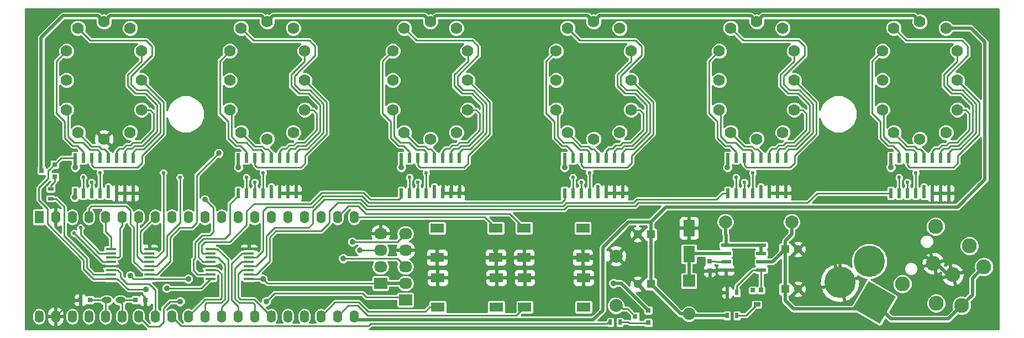
<source format=gtl>
%FSLAX46Y46*%
G04 Gerber Fmt 4.6, Leading zero omitted, Abs format (unit mm)*
G04 Created by KiCad (PCBNEW (2014-10-27 BZR 5228)-product) date 7/22/2015 6:19:20 PM*
%MOMM*%
G01*
G04 APERTURE LIST*
%ADD10C,0.100000*%
%ADD11R,1.400000X1.900000*%
%ADD12O,1.400000X1.900000*%
%ADD13R,1.800860X2.499360*%
%ADD14R,0.800000X0.750000*%
%ADD15R,1.300000X1.300000*%
%ADD16C,1.300000*%
%ADD17R,0.750000X0.800000*%
%ADD18C,4.800600*%
%ADD19C,2.286000*%
%ADD20R,1.905000X1.905000*%
%ADD21C,1.905000*%
%ADD22C,1.998980*%
%ADD23R,0.500000X0.900000*%
%ADD24R,1.000000X0.700000*%
%ADD25R,0.750000X0.700000*%
%ADD26R,2.100000X1.400000*%
%ADD27R,0.600000X1.500000*%
%ADD28O,1.501140X1.000760*%
%ADD29R,1.550000X0.600000*%
%ADD30R,2.032000X1.727200*%
%ADD31O,2.032000X1.727200*%
%ADD32R,0.800100X0.800100*%
%ADD33R,0.900000X0.500000*%
%ADD34C,1.778000*%
%ADD35C,2.000000*%
%ADD36R,1.500000X0.450000*%
%ADD37C,0.889000*%
%ADD38C,0.600000*%
%ADD39C,0.508000*%
%ADD40C,0.254000*%
G04 APERTURE END LIST*
D10*
D11*
X2540000Y-32385000D03*
D12*
X5080000Y-32385000D03*
X7620000Y-32385000D03*
X10160000Y-32385000D03*
X12700000Y-32385000D03*
X15240000Y-32385000D03*
X17780000Y-32385000D03*
X20320000Y-32385000D03*
X22860000Y-32385000D03*
X25400000Y-32385000D03*
X27940000Y-32385000D03*
X30480000Y-32385000D03*
X33020000Y-32385000D03*
X35560000Y-32385000D03*
X38100000Y-32385000D03*
X40640000Y-32385000D03*
X43180000Y-32385000D03*
X45720000Y-32385000D03*
X48260000Y-32385000D03*
X50800000Y-32385000D03*
X50800000Y-47625000D03*
X48260000Y-47625000D03*
X45720000Y-47625000D03*
X43180000Y-47625000D03*
X40640000Y-47625000D03*
X38100000Y-47625000D03*
X35560000Y-47625000D03*
X33020000Y-47625000D03*
X30480000Y-47625000D03*
X27940000Y-47625000D03*
X25400000Y-47625000D03*
X22860000Y-47625000D03*
X20320000Y-47625000D03*
X17780000Y-47625000D03*
X15240000Y-47625000D03*
X12700000Y-47625000D03*
X10160000Y-47625000D03*
X7620000Y-47625000D03*
X5080000Y-47625000D03*
X2540000Y-47625000D03*
D13*
X102108000Y-34069020D03*
X102108000Y-38066980D03*
D14*
X10351200Y-45110400D03*
X8851200Y-45110400D03*
X17334800Y-45110400D03*
X18834800Y-45110400D03*
D15*
X116840000Y-37338000D03*
D16*
X118840000Y-37338000D03*
D15*
X116840000Y-43434000D03*
D16*
X118840000Y-43434000D03*
D15*
X96266000Y-42672000D03*
D16*
X94266000Y-42672000D03*
D15*
X96266000Y-35052000D03*
D16*
X94266000Y-35052000D03*
D17*
X105283000Y-40628000D03*
X105283000Y-39128000D03*
D18*
X125222000Y-42418000D03*
D10*
G36*
X127222420Y-46344571D02*
X129622720Y-42187129D01*
X133780162Y-44587429D01*
X131379862Y-48744871D01*
X127222420Y-46344571D01*
X127222420Y-46344571D01*
G37*
D18*
X129741734Y-39161591D03*
D19*
X134808384Y-42626409D03*
X139888384Y-33827591D03*
X139977690Y-45610909D03*
X145057690Y-36812091D03*
X143882776Y-45959101D03*
X147311776Y-40019899D03*
X142517690Y-41211500D03*
X139548089Y-39497000D03*
D20*
X102108000Y-42164000D03*
D21*
X102108000Y-47244000D03*
D22*
X117856000Y-33147000D03*
X107696000Y-33147000D03*
D23*
X109462000Y-43942000D03*
X107962000Y-43942000D03*
X109462000Y-47498000D03*
X107962000Y-47498000D03*
D24*
X112522000Y-45804000D03*
D25*
X113147000Y-43604000D03*
X111897000Y-43604000D03*
D26*
X63522000Y-34072000D03*
X63522000Y-38572000D03*
X72522000Y-34072000D03*
X72522000Y-38572000D03*
X76857000Y-34072000D03*
X76857000Y-38572000D03*
X85857000Y-34072000D03*
X85857000Y-38572000D03*
X85957000Y-46192000D03*
X85957000Y-41692000D03*
X76957000Y-46192000D03*
X76957000Y-41692000D03*
X72622000Y-46192000D03*
X72622000Y-41692000D03*
X63622000Y-46192000D03*
X63622000Y-41692000D03*
D27*
X8051800Y-28735000D03*
X9321800Y-28735000D03*
X10591800Y-28735000D03*
X11861800Y-28735000D03*
X13131800Y-28735000D03*
X14401800Y-28735000D03*
X15671800Y-28735000D03*
X16941800Y-28735000D03*
X16941800Y-23335000D03*
X15671800Y-23335000D03*
X14401800Y-23335000D03*
X13131800Y-23335000D03*
X11861800Y-23335000D03*
X10591800Y-23335000D03*
X9321800Y-23335000D03*
X8051800Y-23335000D03*
X33053020Y-28735000D03*
X34323020Y-28735000D03*
X35593020Y-28735000D03*
X36863020Y-28735000D03*
X38133020Y-28735000D03*
X39403020Y-28735000D03*
X40673020Y-28735000D03*
X41943020Y-28735000D03*
X41943020Y-23335000D03*
X40673020Y-23335000D03*
X39403020Y-23335000D03*
X38133020Y-23335000D03*
X36863020Y-23335000D03*
X35593020Y-23335000D03*
X34323020Y-23335000D03*
X33053020Y-23335000D03*
X58039000Y-28735000D03*
X59309000Y-28735000D03*
X60579000Y-28735000D03*
X61849000Y-28735000D03*
X63119000Y-28735000D03*
X64389000Y-28735000D03*
X65659000Y-28735000D03*
X66929000Y-28735000D03*
X66929000Y-23335000D03*
X65659000Y-23335000D03*
X64389000Y-23335000D03*
X63119000Y-23335000D03*
X61849000Y-23335000D03*
X60579000Y-23335000D03*
X59309000Y-23335000D03*
X58039000Y-23335000D03*
X83058000Y-28735000D03*
X84328000Y-28735000D03*
X85598000Y-28735000D03*
X86868000Y-28735000D03*
X88138000Y-28735000D03*
X89408000Y-28735000D03*
X90678000Y-28735000D03*
X91948000Y-28735000D03*
X91948000Y-23335000D03*
X90678000Y-23335000D03*
X89408000Y-23335000D03*
X88138000Y-23335000D03*
X86868000Y-23335000D03*
X85598000Y-23335000D03*
X84328000Y-23335000D03*
X83058000Y-23335000D03*
X108051600Y-28735000D03*
X109321600Y-28735000D03*
X110591600Y-28735000D03*
X111861600Y-28735000D03*
X113131600Y-28735000D03*
X114401600Y-28735000D03*
X115671600Y-28735000D03*
X116941600Y-28735000D03*
X116941600Y-23335000D03*
X115671600Y-23335000D03*
X114401600Y-23335000D03*
X113131600Y-23335000D03*
X111861600Y-23335000D03*
X110591600Y-23335000D03*
X109321600Y-23335000D03*
X108051600Y-23335000D03*
X133045200Y-28735000D03*
X134315200Y-28735000D03*
X135585200Y-28735000D03*
X136855200Y-28735000D03*
X138125200Y-28735000D03*
X139395200Y-28735000D03*
X140665200Y-28735000D03*
X141935200Y-28735000D03*
X141935200Y-23335000D03*
X140665200Y-23335000D03*
X139395200Y-23335000D03*
X138125200Y-23335000D03*
X136855200Y-23335000D03*
X135585200Y-23335000D03*
X134315200Y-23335000D03*
X133045200Y-23335000D03*
D28*
X12895580Y-45110400D03*
X14993620Y-45110400D03*
D29*
X107790000Y-36703000D03*
X107790000Y-37973000D03*
X107790000Y-39243000D03*
X107790000Y-40513000D03*
X113190000Y-40513000D03*
X113190000Y-39243000D03*
X113190000Y-37973000D03*
X113190000Y-36703000D03*
D30*
X58674000Y-45085000D03*
D31*
X58674000Y-42545000D03*
X58674000Y-40005000D03*
X58674000Y-37465000D03*
X58674000Y-34925000D03*
D32*
X4937760Y-26223000D03*
X4937760Y-24323000D03*
X2938780Y-25273000D03*
X95869760Y-48575000D03*
X95869760Y-46675000D03*
X93870780Y-47625000D03*
D23*
X91555000Y-48514000D03*
X90055000Y-48514000D03*
D33*
X4318000Y-28079000D03*
X4318000Y-29579000D03*
D30*
X54864000Y-42545000D03*
D31*
X54864000Y-40005000D03*
X54864000Y-37465000D03*
X54864000Y-34925000D03*
D34*
X8498840Y-19428460D03*
X6748780Y-15928340D03*
X6748780Y-11430000D03*
X6748780Y-6931660D03*
X8498840Y-3431540D03*
X12496800Y-2430780D03*
X16494760Y-3431540D03*
X18244820Y-6931660D03*
X18244820Y-11430000D03*
X18244820Y-15928340D03*
X16494760Y-19428460D03*
X12496800Y-20429220D03*
X33500060Y-19428460D03*
X31750000Y-15928340D03*
X31750000Y-11430000D03*
X31750000Y-6931660D03*
X33500060Y-3431540D03*
X37498020Y-2430780D03*
X41495980Y-3431540D03*
X43246040Y-6931660D03*
X43246040Y-11430000D03*
X43246040Y-15928340D03*
X41495980Y-19428460D03*
X37498020Y-20429220D03*
X58486040Y-19428460D03*
X56735980Y-15928340D03*
X56735980Y-11430000D03*
X56735980Y-6931660D03*
X58486040Y-3431540D03*
X62484000Y-2430780D03*
X66481960Y-3431540D03*
X68232020Y-6931660D03*
X68232020Y-11430000D03*
X68232020Y-15928340D03*
X66481960Y-19428460D03*
X62484000Y-20429220D03*
X83505040Y-19428460D03*
X81754980Y-15928340D03*
X81754980Y-11430000D03*
X81754980Y-6931660D03*
X83505040Y-3431540D03*
X87503000Y-2430780D03*
X91500960Y-3431540D03*
X93251020Y-6931660D03*
X93251020Y-11430000D03*
X93251020Y-15928340D03*
X91500960Y-19428460D03*
X87503000Y-20429220D03*
X108498640Y-19428460D03*
X106748580Y-15928340D03*
X106748580Y-11430000D03*
X106748580Y-6931660D03*
X108498640Y-3431540D03*
X112496600Y-2430780D03*
X116494560Y-3431540D03*
X118244620Y-6931660D03*
X118244620Y-11430000D03*
X118244620Y-15928340D03*
X116494560Y-19428460D03*
X112496600Y-20429220D03*
X133492240Y-19428460D03*
X131742180Y-15928340D03*
X131742180Y-11430000D03*
X131742180Y-6931660D03*
X133492240Y-3431540D03*
X137490200Y-2430780D03*
X141488160Y-3431540D03*
X143238220Y-6931660D03*
X143238220Y-11430000D03*
X143238220Y-15928340D03*
X141488160Y-19428460D03*
X137490200Y-20429220D03*
D35*
X90932000Y-45963840D03*
X90932000Y-38364160D03*
D36*
X19460000Y-41835500D03*
X19460000Y-41185500D03*
X19460000Y-40535500D03*
X19460000Y-39885500D03*
X19460000Y-39235500D03*
X19460000Y-38585500D03*
X19460000Y-37935500D03*
X19460000Y-37285500D03*
X13560000Y-37285500D03*
X13560000Y-37935500D03*
X13560000Y-38585500D03*
X13560000Y-39235500D03*
X13560000Y-39885500D03*
X13560000Y-40535500D03*
X13560000Y-41185500D03*
X13560000Y-41835500D03*
X34700000Y-41835500D03*
X34700000Y-41185500D03*
X34700000Y-40535500D03*
X34700000Y-39885500D03*
X34700000Y-39235500D03*
X34700000Y-38585500D03*
X34700000Y-37935500D03*
X34700000Y-37285500D03*
X28800000Y-37285500D03*
X28800000Y-37935500D03*
X28800000Y-38585500D03*
X28800000Y-39235500D03*
X28800000Y-39885500D03*
X28800000Y-40535500D03*
X28800000Y-41185500D03*
X28800000Y-41835500D03*
D37*
X140652500Y-26797000D03*
X34696400Y-36169600D03*
X19558000Y-23215600D03*
X118999000Y-28956000D03*
X93675200Y-28737560D03*
X68707000Y-28829000D03*
X72517000Y-37465000D03*
X43180000Y-28702000D03*
X87249000Y-38608000D03*
X11366500Y-39878000D03*
X19456400Y-35890200D03*
X24841200Y-40081200D03*
X27051000Y-40068500D03*
X133032500Y-24765000D03*
X108013500Y-24765000D03*
X83058000Y-24765000D03*
X58039000Y-24765000D03*
X33083500Y-24765000D03*
X8064500Y-24765000D03*
X22098000Y-43281600D03*
X18948400Y-43484800D03*
X90551000Y-42545000D03*
X36830000Y-41859200D03*
X25400000Y-41859200D03*
X16510000Y-41351200D03*
X49149000Y-38735000D03*
X50546000Y-36195000D03*
X37338000Y-45339000D03*
X24155400Y-45339000D03*
X27940000Y-29718000D03*
X8001000Y-29337000D03*
D38*
X134315200Y-26314400D03*
X9321800Y-26314400D03*
X109321600Y-26314400D03*
X84328000Y-26314400D03*
X59309000Y-26314400D03*
X34323020Y-26314400D03*
X24130000Y-26314400D03*
X135585200Y-27025600D03*
X10591800Y-27025600D03*
X110591600Y-27025600D03*
X85598000Y-27025600D03*
X60579000Y-27025600D03*
X35593020Y-27025600D03*
X7937500Y-34861500D03*
X11861800Y-25603200D03*
X136855200Y-25603200D03*
X111861600Y-25603200D03*
X86868000Y-25603200D03*
X61849000Y-25603200D03*
X36863020Y-25603200D03*
X21590000Y-25590500D03*
X13131800Y-27736800D03*
X138125200Y-27736800D03*
X113131600Y-27736800D03*
X38133020Y-27736800D03*
X88138000Y-27736800D03*
X63119000Y-27736800D03*
X8890000Y-34036000D03*
D37*
X51689000Y-37465000D03*
X30073600Y-22606000D03*
D39*
X125222000Y-42418000D02*
X125222000Y-38608000D01*
X138659089Y-38608000D02*
X139548089Y-39497000D01*
X137160000Y-38608000D02*
X138659089Y-38608000D01*
X134366000Y-35814000D02*
X137160000Y-38608000D01*
X128016000Y-35814000D02*
X134366000Y-35814000D01*
X125222000Y-38608000D02*
X128016000Y-35814000D01*
X142517690Y-41211500D02*
X141795500Y-41211500D01*
X141795500Y-41211500D02*
X140081000Y-39497000D01*
X140081000Y-39497000D02*
X139548089Y-39497000D01*
X140665200Y-28735000D02*
X140665200Y-26809700D01*
D40*
X34700000Y-37285500D02*
X34700000Y-36173200D01*
X34700000Y-36173200D02*
X34696400Y-36169600D01*
D39*
X16941800Y-28735000D02*
X16941800Y-27000200D01*
X19558000Y-24384000D02*
X19558000Y-23215600D01*
X16941800Y-27000200D02*
X19558000Y-24384000D01*
X41943020Y-28735000D02*
X43147000Y-28735000D01*
X107790000Y-40513000D02*
X106426000Y-40513000D01*
X106311000Y-40628000D02*
X105283000Y-40628000D01*
X106426000Y-40513000D02*
X106311000Y-40628000D01*
X107962000Y-43942000D02*
X107962000Y-42430000D01*
X107790000Y-42258000D02*
X107790000Y-40513000D01*
X107962000Y-42430000D02*
X107790000Y-42258000D01*
D40*
X63028000Y-41692000D02*
X63522000Y-41692000D01*
D39*
X14401800Y-28735000D02*
X15671800Y-28735000D01*
X15671800Y-28735000D02*
X16941800Y-28735000D01*
X39403020Y-28735000D02*
X40673020Y-28735000D01*
X41943020Y-28735000D02*
X40673020Y-28735000D01*
X64389000Y-28735000D02*
X65659000Y-28735000D01*
X65659000Y-28735000D02*
X66929000Y-28735000D01*
X89408000Y-28735000D02*
X90678000Y-28735000D01*
X90678000Y-28735000D02*
X91948000Y-28735000D01*
X114401600Y-28735000D02*
X115671600Y-28735000D01*
X115671600Y-28735000D02*
X116941600Y-28735000D01*
X139395200Y-28735000D02*
X140665200Y-28735000D01*
X140665200Y-28735000D02*
X141935200Y-28735000D01*
X63522000Y-38249000D02*
X63522000Y-38572000D01*
X61813000Y-38572000D02*
X63522000Y-38572000D01*
X60706000Y-37465000D02*
X61813000Y-38572000D01*
X58674000Y-37465000D02*
X60706000Y-37465000D01*
X85893000Y-38608000D02*
X85857000Y-38572000D01*
X85857000Y-38572000D02*
X76857000Y-38572000D01*
X76857000Y-38572000D02*
X72522000Y-38572000D01*
X72522000Y-38572000D02*
X63522000Y-38572000D01*
X118778000Y-28735000D02*
X118999000Y-28956000D01*
X116941600Y-28735000D02*
X118778000Y-28735000D01*
X93672640Y-28735000D02*
X93675200Y-28737560D01*
X91948000Y-28735000D02*
X93672640Y-28735000D01*
X68613000Y-28735000D02*
X68707000Y-28829000D01*
X72517000Y-37465000D02*
X72522000Y-37470000D01*
X72522000Y-37470000D02*
X72522000Y-38572000D01*
X66929000Y-28735000D02*
X68613000Y-28735000D01*
X87249000Y-38608000D02*
X87213000Y-38572000D01*
X87213000Y-38572000D02*
X85857000Y-38572000D01*
D40*
X11374000Y-39885500D02*
X11366500Y-39878000D01*
X13560000Y-39885500D02*
X11374000Y-39885500D01*
X19460000Y-37285500D02*
X19460000Y-35893800D01*
X7594600Y-45110400D02*
X5080000Y-47625000D01*
X8851200Y-45110400D02*
X7594600Y-45110400D01*
X8851200Y-44438000D02*
X8851200Y-45110400D01*
X9296400Y-43992800D02*
X8851200Y-44438000D01*
X18084800Y-43992800D02*
X9296400Y-43992800D01*
X18834800Y-44742800D02*
X18084800Y-43992800D01*
X18834800Y-45110400D02*
X18834800Y-44742800D01*
X27234000Y-39885500D02*
X27051000Y-40068500D01*
X28800000Y-39885500D02*
X27234000Y-39885500D01*
D39*
X130501291Y-45466000D02*
X129485291Y-46482000D01*
X129485291Y-46482000D02*
X118110000Y-46482000D01*
X116840000Y-45212000D02*
X116840000Y-43434000D01*
X118110000Y-46482000D02*
X116840000Y-45212000D01*
X143882776Y-45959101D02*
X145542000Y-44299877D01*
X145542000Y-41789675D02*
X147311776Y-40019899D01*
X145542000Y-44299877D02*
X145542000Y-41789675D01*
X130501291Y-45466000D02*
X133041291Y-48006000D01*
X141835877Y-48006000D02*
X143882776Y-45959101D01*
X133041291Y-48006000D02*
X141835877Y-48006000D01*
D40*
X3962380Y-25298380D02*
X4937760Y-24323000D01*
X5925760Y-23335000D02*
X8051800Y-23335000D01*
X3962380Y-25298380D02*
X5925760Y-23335000D01*
D39*
X133032500Y-24765000D02*
X133032500Y-23347700D01*
X133032500Y-23347700D02*
X133045200Y-23335000D01*
X116840000Y-37338000D02*
X116840000Y-36068000D01*
X117856000Y-35052000D02*
X117856000Y-33147000D01*
X116840000Y-36068000D02*
X117856000Y-35052000D01*
X113190000Y-39243000D02*
X114935000Y-39243000D01*
X114935000Y-39243000D02*
X116840000Y-37338000D01*
X116840000Y-37338000D02*
X116840000Y-43434000D01*
X108013500Y-24765000D02*
X108051600Y-24726900D01*
X108051600Y-24726900D02*
X108051600Y-23335000D01*
X83058000Y-24765000D02*
X83058000Y-23335000D01*
X58039000Y-24765000D02*
X58039000Y-23335000D01*
X33083500Y-24765000D02*
X33053020Y-24734520D01*
X33053020Y-24734520D02*
X33053020Y-23335000D01*
X8051800Y-24752300D02*
X8051800Y-23335000D01*
X8064500Y-24765000D02*
X8051800Y-24752300D01*
D40*
X3962380Y-26454120D02*
X3962380Y-25298380D01*
X2476500Y-27940000D02*
X3962380Y-26454120D01*
X2476500Y-29781500D02*
X2476500Y-27940000D01*
X3810000Y-33172400D02*
X3810000Y-31115000D01*
X3810000Y-31115000D02*
X2476500Y-29781500D01*
X10847500Y-41835500D02*
X9347200Y-40335200D01*
X9347200Y-40335200D02*
X9347200Y-38963600D01*
X9347200Y-38963600D02*
X3810000Y-33426400D01*
X3810000Y-33426400D02*
X3810000Y-33172400D01*
X13560000Y-41835500D02*
X10847500Y-41835500D01*
X18948398Y-43484798D02*
X16205198Y-43484798D01*
X16205198Y-43484798D02*
X14555900Y-41835500D01*
X14555900Y-41835500D02*
X13560000Y-41835500D01*
X28800000Y-41835500D02*
X27353900Y-43281600D01*
X22098000Y-43281600D02*
X27353900Y-43281600D01*
X18948400Y-43484800D02*
X18948398Y-43484798D01*
D39*
X102108000Y-42164000D02*
X102108000Y-38066980D01*
X107790000Y-37973000D02*
X102201980Y-37973000D01*
X102201980Y-37973000D02*
X102074980Y-38100000D01*
X51308002Y-48133002D02*
X87439498Y-48133002D01*
X88900000Y-46672500D02*
X88900000Y-37084000D01*
X87439498Y-48133002D02*
X88900000Y-46672500D01*
X96266000Y-35052000D02*
X96266000Y-33147000D01*
X102108000Y-47244000D02*
X100838000Y-47244000D01*
X100838000Y-47244000D02*
X96266000Y-42672000D01*
X107962000Y-47498000D02*
X102362000Y-47498000D01*
X102362000Y-47498000D02*
X102108000Y-47244000D01*
X96266000Y-42672000D02*
X96266000Y-35052000D01*
X92837000Y-33147000D02*
X88900000Y-37084000D01*
X96266000Y-33147000D02*
X92837000Y-33147000D01*
X51308002Y-48133002D02*
X50800000Y-47625000D01*
X147447000Y-26670000D02*
X147447000Y-5588000D01*
X147447000Y-5588000D02*
X145290540Y-3431540D01*
X145290540Y-3431540D02*
X141488160Y-3431540D01*
X96266000Y-33147000D02*
X98551998Y-30861002D01*
X98551998Y-30861002D02*
X143255998Y-30861002D01*
X143255998Y-30861002D02*
X147447000Y-26670000D01*
X54864000Y-42545000D02*
X58674000Y-42545000D01*
X91739760Y-42545000D02*
X90551000Y-42545000D01*
X95869760Y-46675000D02*
X91739760Y-42545000D01*
D40*
X34723700Y-41859200D02*
X34700000Y-41835500D01*
X36830000Y-41859200D02*
X34723700Y-41859200D01*
X25376300Y-41835500D02*
X25400000Y-41859200D01*
X19460000Y-41835500D02*
X25376300Y-41835500D01*
X16994300Y-41835500D02*
X16510000Y-41351200D01*
X19460000Y-41835500D02*
X16994300Y-41835500D01*
X37515800Y-42545000D02*
X36830000Y-41859200D01*
X54864000Y-42545000D02*
X37515800Y-42545000D01*
X49149000Y-38735000D02*
X57404000Y-38735000D01*
X57404000Y-38735000D02*
X58674000Y-40005000D01*
X58674000Y-34925000D02*
X57404000Y-36195000D01*
X50546000Y-36195000D02*
X57404000Y-36195000D01*
X58293002Y-44704002D02*
X58674000Y-45085000D01*
X52705000Y-44704002D02*
X58293002Y-44704002D01*
X17780000Y-47625000D02*
X19304000Y-49149000D01*
X20955000Y-49149000D02*
X19304000Y-49149000D01*
X21590000Y-48514000D02*
X20955000Y-49149000D01*
X21590000Y-46355000D02*
X21590000Y-48514000D01*
X22606000Y-45339000D02*
X21590000Y-46355000D01*
X22606000Y-45339000D02*
X24155400Y-45339000D01*
X52069998Y-44069000D02*
X38608000Y-44069000D01*
X38608000Y-44069000D02*
X37338000Y-45339000D01*
X52705000Y-44704002D02*
X52069998Y-44069000D01*
X109462000Y-43942000D02*
X109462000Y-42938000D01*
X111887000Y-40513000D02*
X113190000Y-40513000D01*
X109462000Y-42938000D02*
X111887000Y-40513000D01*
X113147000Y-43604000D02*
X113147000Y-40556000D01*
X113147000Y-40556000D02*
X113190000Y-40513000D01*
D39*
X107696000Y-33147000D02*
X107696000Y-35052000D01*
X107790000Y-35146000D02*
X107790000Y-36703000D01*
X107696000Y-35052000D02*
X107790000Y-35146000D01*
X113190000Y-36703000D02*
X113190000Y-37973000D01*
X107790000Y-36703000D02*
X113190000Y-36703000D01*
D40*
X62977998Y-33527998D02*
X63522000Y-34072000D01*
X70835000Y-32385000D02*
X72522000Y-34072000D01*
X50800000Y-32385000D02*
X70835000Y-32385000D01*
X49911000Y-30734000D02*
X51435000Y-30734000D01*
X51435000Y-30734000D02*
X52577998Y-31876998D01*
X52577998Y-31876998D02*
X74661998Y-31876998D01*
X74661998Y-31876998D02*
X76857000Y-34072000D01*
X48260000Y-32385000D02*
X49911000Y-30734000D01*
X49911000Y-45974000D02*
X51308000Y-45974000D01*
X49911000Y-45974000D02*
X48260000Y-47625000D01*
X51308000Y-45974000D02*
X52832000Y-47498000D01*
X75651000Y-47498000D02*
X52832000Y-47498000D01*
X76957000Y-46192000D02*
X75651000Y-47498000D01*
X12700000Y-45605700D02*
X13195300Y-45110400D01*
X12700000Y-47625000D02*
X12700000Y-45605700D01*
X10351200Y-45110400D02*
X13195300Y-45110400D01*
X15240000Y-45656500D02*
X14693900Y-45110400D01*
X15240000Y-47625000D02*
X15240000Y-45656500D01*
X17334800Y-45110400D02*
X14693900Y-45110400D01*
X107790000Y-39243000D02*
X106362500Y-39243000D01*
X106247500Y-39128000D02*
X105283000Y-39128000D01*
X106362500Y-39243000D02*
X106247500Y-39128000D01*
X112522000Y-45804000D02*
X110828000Y-47498000D01*
X110828000Y-47498000D02*
X109462000Y-47498000D01*
D39*
X2860000Y-4887000D02*
X2860000Y-25288240D01*
X6223000Y-1524000D02*
X2860000Y-4887000D01*
X11590020Y-1524000D02*
X6223000Y-1524000D01*
X12496800Y-2430780D02*
X11590020Y-1524000D01*
X13403580Y-1524000D02*
X12496800Y-2430780D01*
X36591240Y-1524000D02*
X13403580Y-1524000D01*
X37498020Y-2430780D02*
X36591240Y-1524000D01*
X38404800Y-1524000D02*
X37498020Y-2430780D01*
X61577220Y-1524000D02*
X38404800Y-1524000D01*
X62484000Y-2430780D02*
X61577220Y-1524000D01*
X87503000Y-2430780D02*
X86596220Y-1524000D01*
X63390780Y-1524000D02*
X62484000Y-2430780D01*
X86596220Y-1524000D02*
X63390780Y-1524000D01*
X112496600Y-2430780D02*
X111589820Y-1524000D01*
X88409780Y-1524000D02*
X87503000Y-2430780D01*
X111589820Y-1524000D02*
X88409780Y-1524000D01*
X137490200Y-2430780D02*
X136583420Y-1524000D01*
X113403380Y-1524000D02*
X112496600Y-2430780D01*
X136583420Y-1524000D02*
X113403380Y-1524000D01*
D40*
X47879002Y-45465998D02*
X51518422Y-45465998D01*
X51518422Y-45465998D02*
X52915424Y-46863000D01*
X47879002Y-45465998D02*
X45720000Y-47625000D01*
X61722000Y-46863000D02*
X52915424Y-46863000D01*
X62393000Y-46192000D02*
X61722000Y-46863000D01*
X63622000Y-46192000D02*
X62393000Y-46192000D01*
X34700000Y-40535500D02*
X33632500Y-40535500D01*
X35496500Y-45021500D02*
X38100000Y-47625000D01*
X33083500Y-44704000D02*
X33083500Y-41846500D01*
X33401000Y-45021500D02*
X33083500Y-44704000D01*
X35496500Y-45021500D02*
X33401000Y-45021500D01*
X33083500Y-41084500D02*
X33083500Y-41846500D01*
X33632500Y-40535500D02*
X33083500Y-41084500D01*
X34700000Y-39235500D02*
X33599000Y-39235500D01*
X32575498Y-40259002D02*
X32575498Y-40259000D01*
X33599000Y-39235500D02*
X32575498Y-40259002D01*
X35560000Y-45803424D02*
X35286078Y-45529502D01*
X35286078Y-45529502D02*
X33190578Y-45529502D01*
X33190578Y-45529502D02*
X32575498Y-44914422D01*
X32575498Y-44914422D02*
X32575498Y-40259000D01*
X35560000Y-47625000D02*
X35560000Y-45803424D01*
X34700000Y-37935500D02*
X33629000Y-37935500D01*
X33629000Y-37935500D02*
X32067496Y-39497004D01*
X33020000Y-46077348D02*
X32067496Y-45124844D01*
X32067496Y-45124844D02*
X32067496Y-39497004D01*
X33020000Y-47625000D02*
X33020000Y-46077348D01*
X28800000Y-37285500D02*
X29856000Y-37285500D01*
X31496000Y-38925500D02*
X31496004Y-38925500D01*
X31496004Y-38925504D02*
X31496000Y-38925500D01*
X29856000Y-37285500D02*
X31496004Y-38925504D01*
X30480000Y-46204348D02*
X31496004Y-45188344D01*
X31496004Y-45188344D02*
X31496004Y-38925500D01*
X30480000Y-47625000D02*
X30480000Y-46204348D01*
X12700000Y-34607500D02*
X13560000Y-35467500D01*
X13560000Y-35467500D02*
X13560000Y-37285500D01*
X12700000Y-32385000D02*
X12700000Y-34607500D01*
X18097500Y-34607500D02*
X18097500Y-37655500D01*
X18097500Y-37655500D02*
X18377500Y-37935500D01*
X18377500Y-37935500D02*
X19460000Y-37935500D01*
X20320000Y-32385000D02*
X18097500Y-34607500D01*
X15240000Y-33782000D02*
X14922500Y-34099500D01*
X14922500Y-34099500D02*
X14922500Y-38417500D01*
X14922500Y-38417500D02*
X14754500Y-38585500D01*
X14754500Y-38585500D02*
X13560000Y-38585500D01*
X15240000Y-32385000D02*
X15240000Y-33782000D01*
X18407500Y-39235500D02*
X19460000Y-39235500D01*
X17589498Y-38417498D02*
X18407500Y-39235500D01*
X17589498Y-32575502D02*
X17589498Y-38417498D01*
X17780000Y-32385000D02*
X17589498Y-32575502D01*
X30988002Y-39687500D02*
X29886002Y-38585500D01*
X29886002Y-38585500D02*
X28800000Y-38585500D01*
X27940000Y-45803424D02*
X28213922Y-45529502D01*
X28213922Y-45529502D02*
X30436422Y-45529502D01*
X30436422Y-45529502D02*
X30988002Y-44977922D01*
X30988002Y-44977922D02*
X30988002Y-39687500D01*
X27940000Y-47625000D02*
X27940000Y-45803424D01*
X30480000Y-41846500D02*
X30480000Y-41148000D01*
X29867500Y-40535500D02*
X28800000Y-40535500D01*
X30480000Y-41148000D02*
X29867500Y-40535500D01*
X28003500Y-45021500D02*
X30226000Y-45021500D01*
X30226000Y-45021500D02*
X30480000Y-44767500D01*
X30480000Y-44767500D02*
X30480000Y-41846500D01*
X30480000Y-41846500D02*
X30480000Y-41910000D01*
X25400000Y-47625000D02*
X28003500Y-45021500D01*
X28800000Y-41185500D02*
X26834500Y-41185500D01*
X26162000Y-38938200D02*
X26415996Y-38684204D01*
X26162000Y-40513000D02*
X26162000Y-38938200D01*
X26834500Y-41185500D02*
X26162000Y-40513000D01*
X29210000Y-30988000D02*
X27940000Y-29718000D01*
X29210000Y-34671000D02*
X29210000Y-30988000D01*
X28702004Y-35178996D02*
X29210000Y-34671000D01*
X27519156Y-35178996D02*
X28702004Y-35178996D01*
X26415996Y-36282156D02*
X27519156Y-35178996D01*
X26415996Y-38691420D02*
X26415996Y-38684204D01*
X26415996Y-38684204D02*
X26415996Y-36282156D01*
X8051800Y-29286200D02*
X8001000Y-29337000D01*
X8051800Y-29286200D02*
X8051800Y-28735000D01*
X9321800Y-28735000D02*
X9321800Y-28397200D01*
X134315200Y-26314400D02*
X134315200Y-28735000D01*
X9321800Y-28735000D02*
X9321800Y-26314400D01*
X109321600Y-28735000D02*
X109321600Y-26314400D01*
X84328000Y-28735000D02*
X84328000Y-26314400D01*
X59309000Y-28735000D02*
X59309000Y-26314400D01*
X34323020Y-28735000D02*
X34323020Y-26314400D01*
X20566500Y-39885500D02*
X22098002Y-38353998D01*
X22098002Y-38353998D02*
X22098002Y-35305998D01*
X22098002Y-35305998D02*
X24130000Y-33274000D01*
X24130000Y-33274000D02*
X24130000Y-26314400D01*
X19460000Y-39885500D02*
X20566500Y-39885500D01*
X135585200Y-27025600D02*
X135585200Y-28735000D01*
X10591800Y-28735000D02*
X10591800Y-27025600D01*
X110591600Y-28735000D02*
X110591600Y-27025600D01*
X85598000Y-28735000D02*
X85598000Y-27025600D01*
X60579000Y-28735000D02*
X60579000Y-27025600D01*
X35593020Y-28735000D02*
X35593020Y-27025600D01*
X12311500Y-39235500D02*
X7937500Y-34861500D01*
X13560000Y-39235500D02*
X12311500Y-39235500D01*
X136855200Y-25603200D02*
X136855200Y-28735000D01*
X11861800Y-28735000D02*
X11861800Y-25603200D01*
X111861600Y-28735000D02*
X111861600Y-25603200D01*
X86868000Y-28735000D02*
X86868000Y-25603200D01*
X61849000Y-28735000D02*
X61849000Y-25603200D01*
X36863020Y-28735000D02*
X36863020Y-25603200D01*
X20533000Y-38585500D02*
X21590000Y-37528500D01*
X21590000Y-37528500D02*
X21590000Y-25590500D01*
X19460000Y-38585500D02*
X20533000Y-38585500D01*
X138125200Y-27736800D02*
X138125200Y-28735000D01*
X13131800Y-28735000D02*
X13131800Y-27736800D01*
X113131600Y-28735000D02*
X113131600Y-27736800D01*
X38133020Y-28735000D02*
X38133020Y-27736800D01*
X88138000Y-28735000D02*
X88138000Y-27736800D01*
X63119000Y-28735000D02*
X63119000Y-27736800D01*
X13560000Y-37935500D02*
X11729924Y-37935500D01*
X8890000Y-35095576D02*
X8890000Y-34036000D01*
X11729924Y-37935500D02*
X8890000Y-35095576D01*
X28800000Y-39235500D02*
X27678500Y-39235500D01*
X31750000Y-30416500D02*
X33053020Y-29113480D01*
X31750000Y-34925000D02*
X31750000Y-30416500D01*
X30988002Y-35686998D02*
X31750000Y-34925000D01*
X27729578Y-35686998D02*
X30988002Y-35686998D01*
X26923998Y-36492578D02*
X27729578Y-35686998D01*
X26923998Y-38480998D02*
X26923998Y-36492578D01*
X27678500Y-39235500D02*
X26923998Y-38480998D01*
X33053020Y-29113480D02*
X33053020Y-28735000D01*
X33053020Y-29303980D02*
X33053020Y-28735000D01*
X58039000Y-29337000D02*
X58039000Y-28735000D01*
X46164500Y-28701992D02*
X52276688Y-28701992D01*
X45807160Y-28701992D02*
X46164500Y-28701992D01*
X52276688Y-28701992D02*
X53292694Y-29717998D01*
X53292694Y-29717998D02*
X57658002Y-29717998D01*
X57658002Y-29717998D02*
X58039000Y-29337000D01*
X27648500Y-37935500D02*
X27432000Y-37719000D01*
X27432000Y-37719000D02*
X27432000Y-36703000D01*
X27432000Y-36703000D02*
X27940000Y-36195000D01*
X27940000Y-36195000D02*
X31750000Y-36195000D01*
X31750000Y-36195000D02*
X34353500Y-33591500D01*
X34353500Y-33591500D02*
X34353500Y-31496000D01*
X27648500Y-37935500D02*
X28800000Y-37935500D01*
X35485548Y-30363952D02*
X34353500Y-31496000D01*
X35496500Y-30353000D02*
X35485548Y-30363952D01*
X44156152Y-30353000D02*
X35496500Y-30353000D01*
X45807160Y-28701992D02*
X44156152Y-30353000D01*
X46164500Y-28701992D02*
X45807160Y-28701992D01*
X53082272Y-30226000D02*
X82550000Y-30226000D01*
X83058000Y-29718000D02*
X83058000Y-28735000D01*
X82550000Y-30226000D02*
X83058000Y-29718000D01*
X52066266Y-29209994D02*
X53082272Y-30226000D01*
X46672500Y-29209994D02*
X52066266Y-29209994D01*
X34700000Y-38585500D02*
X35836500Y-38585500D01*
X36830000Y-31496000D02*
X37464998Y-30861002D01*
X36830000Y-36449000D02*
X36830000Y-31496000D01*
X36830000Y-37592000D02*
X36830000Y-36449000D01*
X35836500Y-38585500D02*
X36830000Y-37592000D01*
X44366574Y-30861002D02*
X37464998Y-30861002D01*
X46017582Y-29209994D02*
X44366574Y-30861002D01*
X46672500Y-29209994D02*
X46017582Y-29209994D01*
X34700000Y-39885500D02*
X35806500Y-39885500D01*
X44450000Y-33401000D02*
X44450000Y-31496000D01*
X93599000Y-30226000D02*
X94107002Y-29717998D01*
X83312000Y-30226000D02*
X82803998Y-30734002D01*
X93599000Y-30226000D02*
X83312000Y-30226000D01*
X43815000Y-34036000D02*
X44450000Y-33401000D01*
X38608000Y-34036000D02*
X43815000Y-34036000D01*
X37338002Y-35305998D02*
X38608000Y-34036000D01*
X37338002Y-38353998D02*
X37338002Y-35305998D01*
X107282000Y-28735000D02*
X108051600Y-28735000D01*
X106299002Y-29717998D02*
X107282000Y-28735000D01*
X94107002Y-29717998D02*
X106299002Y-29717998D01*
X52871850Y-30734002D02*
X82803998Y-30734002D01*
X51855844Y-29717996D02*
X52871850Y-30734002D01*
X46228004Y-29717996D02*
X51855844Y-29717996D01*
X44450000Y-31496000D02*
X46228004Y-29717996D01*
X35806500Y-39885500D02*
X37338002Y-38353998D01*
X34700000Y-41185500D02*
X35840000Y-41185500D01*
X46990000Y-31496000D02*
X48260002Y-30225998D01*
X48260002Y-30225998D02*
X51645422Y-30225998D01*
X51645422Y-30225998D02*
X52661428Y-31242004D01*
X52661428Y-31242004D02*
X83014420Y-31242004D01*
X83014420Y-31242004D02*
X83522422Y-30734002D01*
X83522422Y-30734002D02*
X93809422Y-30734002D01*
X93809422Y-30734002D02*
X94317424Y-30226000D01*
X94317424Y-30226000D02*
X120269000Y-30226000D01*
X45719998Y-34544002D02*
X46990000Y-33274000D01*
X38818422Y-34544002D02*
X45719998Y-34544002D01*
X37846004Y-35516420D02*
X38818422Y-34544002D01*
X37846004Y-38564420D02*
X37846004Y-35516420D01*
X46990000Y-33274000D02*
X46990000Y-31496000D01*
X120269000Y-30226000D02*
X121760000Y-28735000D01*
X121760000Y-28735000D02*
X133045200Y-28735000D01*
X37846004Y-39179496D02*
X37846004Y-38564420D01*
X35840000Y-41185500D02*
X37846004Y-39179496D01*
X22860000Y-47625000D02*
X24320500Y-49085500D01*
X53022504Y-49085500D02*
X53340000Y-48768004D01*
X24320500Y-49085500D02*
X53022504Y-49085500D01*
X89789008Y-48514000D02*
X89535004Y-48768004D01*
X53340000Y-48768004D02*
X89535004Y-48768004D01*
X90055000Y-48514000D02*
X89789008Y-48514000D01*
X10915924Y-41185500D02*
X9855202Y-40124778D01*
X9855202Y-40124778D02*
X9855202Y-38753178D01*
X9855202Y-38753178D02*
X6350000Y-35247976D01*
X6350000Y-35247976D02*
X6350000Y-30784800D01*
X6350000Y-30784800D02*
X5144200Y-29579000D01*
X5144200Y-29579000D02*
X4318000Y-29579000D01*
X13560000Y-41185500D02*
X10915924Y-41185500D01*
X16060024Y-42621200D02*
X15036800Y-41597976D01*
X15036800Y-41597976D02*
X15036800Y-40995600D01*
X15036800Y-40995600D02*
X14576700Y-40535500D01*
X14576700Y-40535500D02*
X13560000Y-40535500D01*
X20320000Y-47625000D02*
X20320000Y-43535600D01*
X20320000Y-43535600D02*
X19405600Y-42621200D01*
X19405600Y-42621200D02*
X18389600Y-42621200D01*
X18389600Y-42621200D02*
X16060024Y-42621200D01*
X4937760Y-26939240D02*
X4318000Y-27559000D01*
X4318000Y-27559000D02*
X4318000Y-28079000D01*
X4937760Y-26223000D02*
X4937760Y-26939240D01*
X91555000Y-48514000D02*
X92837000Y-48514000D01*
X92964000Y-48641000D02*
X95803760Y-48641000D01*
X92837000Y-48514000D02*
X92964000Y-48641000D01*
X95803760Y-48641000D02*
X95869760Y-48575000D01*
X51689000Y-37465000D02*
X54864000Y-37465000D01*
X18610976Y-21971000D02*
X21107398Y-19474578D01*
X16949420Y-23335000D02*
X16949420Y-22445980D01*
X21107398Y-19474578D02*
X21107398Y-15003382D01*
X21107398Y-15003382D02*
X19058016Y-12954000D01*
X19058016Y-12954000D02*
X17551400Y-12954000D01*
X17551400Y-12954000D02*
X16662400Y-12065000D01*
X16662400Y-12065000D02*
X16662400Y-10795000D01*
X16662400Y-10795000D02*
X19837400Y-7620000D01*
X19837400Y-7620000D02*
X19837400Y-6223000D01*
X19837400Y-6223000D02*
X18948400Y-5334000D01*
X18948400Y-5334000D02*
X10408920Y-5334000D01*
X10408920Y-5334000D02*
X8506460Y-3431540D01*
X17424400Y-21971000D02*
X18610976Y-21971000D01*
X16949420Y-22445980D02*
X17424400Y-21971000D01*
X15679420Y-23335000D02*
X15679420Y-22318980D01*
X18252440Y-8486536D02*
X18252440Y-6931660D01*
X16154398Y-10584578D02*
X18252440Y-8486536D01*
X16154398Y-12275422D02*
X16154398Y-10584578D01*
X17340978Y-13462002D02*
X16154398Y-12275422D01*
X18847594Y-13462002D02*
X17340978Y-13462002D01*
X20599396Y-15213804D02*
X18847594Y-13462002D01*
X20599396Y-19264156D02*
X20599396Y-15213804D01*
X18400554Y-21462998D02*
X20599396Y-19264156D01*
X17213978Y-21462998D02*
X18400554Y-21462998D01*
X16747688Y-21929288D02*
X17213978Y-21462998D01*
X16069112Y-21929288D02*
X16747688Y-21929288D01*
X15679420Y-22318980D02*
X16069112Y-21929288D01*
X14409420Y-23335000D02*
X14409420Y-22318980D01*
X19509740Y-15928340D02*
X18252440Y-15928340D01*
X20091394Y-16509994D02*
X19509740Y-15928340D01*
X20091394Y-19053734D02*
X20091394Y-16509994D01*
X18190132Y-20954996D02*
X20091394Y-19053734D01*
X17003556Y-20954996D02*
X18190132Y-20954996D01*
X16537266Y-21421286D02*
X17003556Y-20954996D01*
X15858690Y-21421286D02*
X16537266Y-21421286D01*
X15414188Y-21865788D02*
X15858690Y-21421286D01*
X14862612Y-21865788D02*
X15414188Y-21865788D01*
X14409420Y-22318980D02*
X14862612Y-21865788D01*
X13131800Y-23335000D02*
X13131800Y-22529800D01*
X10560922Y-21526498D02*
X8498840Y-19464416D01*
X11703922Y-21526498D02*
X10560922Y-21526498D01*
X12170212Y-21992788D02*
X11703922Y-21526498D01*
X12594788Y-21992788D02*
X12170212Y-21992788D01*
X13131800Y-22529800D02*
X12594788Y-21992788D01*
X8498840Y-19464416D02*
X8498840Y-19428460D01*
X11861800Y-23335000D02*
X11861800Y-22402800D01*
X6985000Y-20066000D02*
X6985000Y-16164560D01*
X7874000Y-20955000D02*
X6985000Y-20066000D01*
X9271000Y-20955000D02*
X7874000Y-20955000D01*
X10350500Y-22034500D02*
X9271000Y-20955000D01*
X11493500Y-22034500D02*
X10350500Y-22034500D01*
X11861800Y-22402800D02*
X11493500Y-22034500D01*
X6985000Y-16164560D02*
X6748780Y-15928340D01*
X18313400Y-22987000D02*
X21615400Y-19685000D01*
X21615400Y-14792960D02*
X18252440Y-11430000D01*
X21615400Y-19685000D02*
X21615400Y-14792960D01*
X18313400Y-24130000D02*
X18313400Y-22987000D01*
X10617200Y-24434800D02*
X10947400Y-24765000D01*
X10947400Y-24765000D02*
X17678400Y-24765000D01*
X17678400Y-24765000D02*
X18313400Y-24130000D01*
X10617200Y-23335000D02*
X10617200Y-24434800D01*
X18244820Y-11600972D02*
X18244820Y-11430000D01*
X9321800Y-23335000D02*
X9321800Y-22402802D01*
X5207000Y-8473440D02*
X6748780Y-6931660D01*
X5207000Y-16510000D02*
X5207000Y-8473440D01*
X6476998Y-17779998D02*
X5207000Y-16510000D01*
X6476998Y-20276422D02*
X6476998Y-17779998D01*
X7663578Y-21463002D02*
X6476998Y-20276422D01*
X8382000Y-21463002D02*
X7663578Y-21463002D01*
X9321800Y-22402802D02*
X8382000Y-21463002D01*
X41943020Y-23335000D02*
X41943020Y-22445980D01*
X46100998Y-19474578D02*
X46100998Y-15003382D01*
X46100998Y-15003382D02*
X44051616Y-12954000D01*
X44051616Y-12954000D02*
X42545000Y-12954000D01*
X42545000Y-12954000D02*
X41656000Y-12065000D01*
X41656000Y-12065000D02*
X41656000Y-10795000D01*
X41656000Y-10795000D02*
X44831000Y-7620000D01*
X44831000Y-7620000D02*
X44831000Y-6223000D01*
X44831000Y-6223000D02*
X43942000Y-5334000D01*
X43942000Y-5334000D02*
X35402520Y-5334000D01*
X35402520Y-5334000D02*
X33500060Y-3431540D01*
X43604576Y-21971000D02*
X46100998Y-19474578D01*
X42418000Y-21971000D02*
X43604576Y-21971000D01*
X41943020Y-22445980D02*
X42418000Y-21971000D01*
X40673020Y-23335000D02*
X40673020Y-22318980D01*
X43246040Y-8486536D02*
X43246040Y-6931660D01*
X41147998Y-10584578D02*
X43246040Y-8486536D01*
X41147998Y-12275422D02*
X41147998Y-10584578D01*
X42334578Y-13462002D02*
X41147998Y-12275422D01*
X43841194Y-13462002D02*
X42334578Y-13462002D01*
X45592996Y-15213804D02*
X43841194Y-13462002D01*
X45592996Y-19264156D02*
X45592996Y-15213804D01*
X43394154Y-21462998D02*
X45592996Y-19264156D01*
X42207578Y-21462998D02*
X43394154Y-21462998D01*
X41741288Y-21929288D02*
X42207578Y-21462998D01*
X41062712Y-21929288D02*
X41741288Y-21929288D01*
X40673020Y-22318980D02*
X41062712Y-21929288D01*
X39403020Y-23335000D02*
X39403020Y-22318980D01*
X44503340Y-15928340D02*
X43246040Y-15928340D01*
X45084994Y-16509994D02*
X44503340Y-15928340D01*
X45084994Y-19053734D02*
X45084994Y-16509994D01*
X43183732Y-20954996D02*
X45084994Y-19053734D01*
X41997156Y-20954996D02*
X43183732Y-20954996D01*
X41530866Y-21421286D02*
X41997156Y-20954996D01*
X40852290Y-21421286D02*
X41530866Y-21421286D01*
X40407788Y-21865788D02*
X40852290Y-21421286D01*
X39856212Y-21865788D02*
X40407788Y-21865788D01*
X39403020Y-22318980D02*
X39856212Y-21865788D01*
X38150800Y-23335000D02*
X38150800Y-22529800D01*
X35579922Y-21526498D02*
X33517840Y-19464416D01*
X36722922Y-21526498D02*
X35579922Y-21526498D01*
X37189212Y-21992788D02*
X36722922Y-21526498D01*
X37613788Y-21992788D02*
X37189212Y-21992788D01*
X38150800Y-22529800D02*
X37613788Y-21992788D01*
X33517840Y-19464416D02*
X33517840Y-19428460D01*
X36880800Y-23335000D02*
X36880800Y-22402800D01*
X32004000Y-20066000D02*
X32004000Y-16164560D01*
X32893000Y-20955000D02*
X32004000Y-20066000D01*
X34290000Y-20955000D02*
X32893000Y-20955000D01*
X35369500Y-22034500D02*
X34290000Y-20955000D01*
X36512500Y-22034500D02*
X35369500Y-22034500D01*
X36880800Y-22402800D02*
X36512500Y-22034500D01*
X32004000Y-16164560D02*
X31767780Y-15928340D01*
X43307000Y-22987000D02*
X46609000Y-19685000D01*
X46609000Y-14792960D02*
X43246040Y-11430000D01*
X46609000Y-19685000D02*
X46609000Y-14792960D01*
X43307000Y-24130000D02*
X43307000Y-22987000D01*
X35610800Y-24434800D02*
X35941000Y-24765000D01*
X35941000Y-24765000D02*
X42672000Y-24765000D01*
X42672000Y-24765000D02*
X43307000Y-24130000D01*
X35610800Y-23335000D02*
X35610800Y-24434800D01*
X34340800Y-23335000D02*
X34340800Y-22402802D01*
X30226000Y-8473440D02*
X31767780Y-6931660D01*
X30226000Y-16510000D02*
X30226000Y-8473440D01*
X31495998Y-17779998D02*
X30226000Y-16510000D01*
X31495998Y-20276422D02*
X31495998Y-17779998D01*
X32682578Y-21463002D02*
X31495998Y-20276422D01*
X33401000Y-21463002D02*
X32682578Y-21463002D01*
X34340800Y-22402802D02*
X33401000Y-21463002D01*
X66936620Y-23335000D02*
X66936620Y-22445980D01*
X71094598Y-19474578D02*
X71094598Y-15003382D01*
X71094598Y-15003382D02*
X69045216Y-12954000D01*
X69045216Y-12954000D02*
X67538600Y-12954000D01*
X67538600Y-12954000D02*
X66649600Y-12065000D01*
X66649600Y-12065000D02*
X66649600Y-10795000D01*
X66649600Y-10795000D02*
X69824600Y-7620000D01*
X69824600Y-7620000D02*
X69824600Y-6223000D01*
X69824600Y-6223000D02*
X68935600Y-5334000D01*
X68935600Y-5334000D02*
X60396120Y-5334000D01*
X60396120Y-5334000D02*
X58493660Y-3431540D01*
X68598176Y-21971000D02*
X71094598Y-19474578D01*
X67411600Y-21971000D02*
X68598176Y-21971000D01*
X66936620Y-22445980D02*
X67411600Y-21971000D01*
X65666620Y-23335000D02*
X65666620Y-22318980D01*
X68239640Y-8486536D02*
X68239640Y-6931660D01*
X66141598Y-10584578D02*
X68239640Y-8486536D01*
X66141598Y-12275422D02*
X66141598Y-10584578D01*
X67328178Y-13462002D02*
X66141598Y-12275422D01*
X68834794Y-13462002D02*
X67328178Y-13462002D01*
X70586596Y-15213804D02*
X68834794Y-13462002D01*
X70586596Y-19264156D02*
X70586596Y-15213804D01*
X68387754Y-21462998D02*
X70586596Y-19264156D01*
X67201178Y-21462998D02*
X68387754Y-21462998D01*
X66734888Y-21929288D02*
X67201178Y-21462998D01*
X66056312Y-21929288D02*
X66734888Y-21929288D01*
X65666620Y-22318980D02*
X66056312Y-21929288D01*
X64396620Y-23335000D02*
X64396620Y-22318980D01*
X69496940Y-15928340D02*
X68239640Y-15928340D01*
X70078594Y-16509994D02*
X69496940Y-15928340D01*
X70078594Y-19053734D02*
X70078594Y-16509994D01*
X68177332Y-20954996D02*
X70078594Y-19053734D01*
X66990756Y-20954996D02*
X68177332Y-20954996D01*
X66524466Y-21421286D02*
X66990756Y-20954996D01*
X65845890Y-21421286D02*
X66524466Y-21421286D01*
X65401388Y-21865788D02*
X65845890Y-21421286D01*
X64849812Y-21865788D02*
X65401388Y-21865788D01*
X64396620Y-22318980D02*
X64849812Y-21865788D01*
X63106300Y-23335000D02*
X63106300Y-22529800D01*
X60535422Y-21526498D02*
X58473340Y-19464416D01*
X61678422Y-21526498D02*
X60535422Y-21526498D01*
X62144712Y-21992788D02*
X61678422Y-21526498D01*
X62569288Y-21992788D02*
X62144712Y-21992788D01*
X63106300Y-22529800D02*
X62569288Y-21992788D01*
X58473340Y-19464416D02*
X58473340Y-19428460D01*
X61836300Y-23335000D02*
X61836300Y-22402800D01*
X56959500Y-20066000D02*
X56959500Y-16164560D01*
X57848500Y-20955000D02*
X56959500Y-20066000D01*
X59245500Y-20955000D02*
X57848500Y-20955000D01*
X60325000Y-22034500D02*
X59245500Y-20955000D01*
X61468000Y-22034500D02*
X60325000Y-22034500D01*
X61836300Y-22402800D02*
X61468000Y-22034500D01*
X56959500Y-16164560D02*
X56723280Y-15928340D01*
X84315300Y-23335000D02*
X84315300Y-22402802D01*
X80200500Y-8473440D02*
X81742280Y-6931660D01*
X80200500Y-16510000D02*
X80200500Y-8473440D01*
X81470498Y-17779998D02*
X80200500Y-16510000D01*
X81470498Y-20276422D02*
X81470498Y-17779998D01*
X82657078Y-21463002D02*
X81470498Y-20276422D01*
X83375500Y-21463002D02*
X82657078Y-21463002D01*
X84315300Y-22402802D02*
X83375500Y-21463002D01*
X59296300Y-23335000D02*
X59296300Y-22402802D01*
X55181500Y-8473440D02*
X56723280Y-6931660D01*
X55181500Y-16510000D02*
X55181500Y-8473440D01*
X56451498Y-17779998D02*
X55181500Y-16510000D01*
X56451498Y-20276422D02*
X56451498Y-17779998D01*
X57638078Y-21463002D02*
X56451498Y-20276422D01*
X58356500Y-21463002D02*
X57638078Y-21463002D01*
X59296300Y-22402802D02*
X58356500Y-21463002D01*
X91955620Y-22445980D02*
X92430600Y-21971000D01*
X92430600Y-21971000D02*
X93617176Y-21971000D01*
X93617176Y-21971000D02*
X96113598Y-19474578D01*
X96113598Y-19474578D02*
X96113598Y-15003382D01*
X85415120Y-5334000D02*
X83512660Y-3431540D01*
X93954600Y-5334000D02*
X85415120Y-5334000D01*
X94843600Y-6223000D02*
X93954600Y-5334000D01*
X94843600Y-7620000D02*
X94843600Y-6223000D01*
X91668600Y-10795000D02*
X94843600Y-7620000D01*
X91668600Y-12065000D02*
X91668600Y-10795000D01*
X92557600Y-12954000D02*
X91668600Y-12065000D01*
X94064216Y-12954000D02*
X92557600Y-12954000D01*
X96113598Y-15003382D02*
X94064216Y-12954000D01*
X91955620Y-23335000D02*
X91955620Y-22445980D01*
X90685620Y-22318980D02*
X91075312Y-21929288D01*
X91075312Y-21929288D02*
X91753888Y-21929288D01*
X91753888Y-21929288D02*
X92220178Y-21462998D01*
X92220178Y-21462998D02*
X93406754Y-21462998D01*
X93406754Y-21462998D02*
X95605596Y-19264156D01*
X95605596Y-19264156D02*
X95605596Y-15213804D01*
X95605596Y-15213804D02*
X93853794Y-13462002D01*
X93853794Y-13462002D02*
X92347178Y-13462002D01*
X92347178Y-13462002D02*
X91160598Y-12275422D01*
X91160598Y-12275422D02*
X91160598Y-10584578D01*
X91160598Y-10584578D02*
X93258640Y-8486536D01*
X93258640Y-8486536D02*
X93258640Y-6931660D01*
X90685620Y-23335000D02*
X90685620Y-22318980D01*
X89415620Y-22318980D02*
X89868812Y-21865788D01*
X89868812Y-21865788D02*
X90420388Y-21865788D01*
X90420388Y-21865788D02*
X90864890Y-21421286D01*
X90864890Y-21421286D02*
X91543466Y-21421286D01*
X91543466Y-21421286D02*
X92009756Y-20954996D01*
X92009756Y-20954996D02*
X93196332Y-20954996D01*
X93196332Y-20954996D02*
X95097594Y-19053734D01*
X95097594Y-19053734D02*
X95097594Y-16509994D01*
X95097594Y-16509994D02*
X94515940Y-15928340D01*
X94515940Y-15928340D02*
X93258640Y-15928340D01*
X89415620Y-23335000D02*
X89415620Y-22318980D01*
X88125300Y-23335000D02*
X88125300Y-22529800D01*
X85554422Y-21526498D02*
X83492340Y-19464416D01*
X86697422Y-21526498D02*
X85554422Y-21526498D01*
X87163712Y-21992788D02*
X86697422Y-21526498D01*
X87588288Y-21992788D02*
X87163712Y-21992788D01*
X88125300Y-22529800D02*
X87588288Y-21992788D01*
X83492340Y-19464416D02*
X83492340Y-19428460D01*
X86855300Y-23335000D02*
X86855300Y-22402800D01*
X81978500Y-20066000D02*
X81978500Y-16164560D01*
X82867500Y-20955000D02*
X81978500Y-20066000D01*
X84264500Y-20955000D02*
X82867500Y-20955000D01*
X85344000Y-22034500D02*
X84264500Y-20955000D01*
X86487000Y-22034500D02*
X85344000Y-22034500D01*
X86855300Y-22402800D02*
X86487000Y-22034500D01*
X81978500Y-16164560D02*
X81742280Y-15928340D01*
X93238320Y-11600972D02*
X93238320Y-11430000D01*
X85623400Y-23335000D02*
X85623400Y-24434800D01*
X92684600Y-24765000D02*
X93319600Y-24130000D01*
X85953600Y-24765000D02*
X92684600Y-24765000D01*
X85623400Y-24434800D02*
X85953600Y-24765000D01*
X93319600Y-24130000D02*
X93319600Y-22987000D01*
X96621600Y-19685000D02*
X96621600Y-14792960D01*
X96621600Y-14792960D02*
X93258640Y-11430000D01*
X93319600Y-22987000D02*
X96621600Y-19685000D01*
X116949220Y-23335000D02*
X116949220Y-22445980D01*
X121107198Y-19474578D02*
X121107198Y-15003382D01*
X121107198Y-15003382D02*
X119057816Y-12954000D01*
X119057816Y-12954000D02*
X117551200Y-12954000D01*
X117551200Y-12954000D02*
X116662200Y-12065000D01*
X116662200Y-12065000D02*
X116662200Y-10795000D01*
X116662200Y-10795000D02*
X119837200Y-7620000D01*
X119837200Y-7620000D02*
X119837200Y-6223000D01*
X119837200Y-6223000D02*
X118948200Y-5334000D01*
X118948200Y-5334000D02*
X110408720Y-5334000D01*
X110408720Y-5334000D02*
X108506260Y-3431540D01*
X118610776Y-21971000D02*
X121107198Y-19474578D01*
X117424200Y-21971000D02*
X118610776Y-21971000D01*
X116949220Y-22445980D02*
X117424200Y-21971000D01*
X115679220Y-23335000D02*
X115679220Y-22318980D01*
X118252240Y-8486536D02*
X118252240Y-6931660D01*
X116154198Y-10584578D02*
X118252240Y-8486536D01*
X116154198Y-12275422D02*
X116154198Y-10584578D01*
X117340778Y-13462002D02*
X116154198Y-12275422D01*
X118847394Y-13462002D02*
X117340778Y-13462002D01*
X120599196Y-15213804D02*
X118847394Y-13462002D01*
X120599196Y-19264156D02*
X120599196Y-15213804D01*
X118400354Y-21462998D02*
X120599196Y-19264156D01*
X117213778Y-21462998D02*
X118400354Y-21462998D01*
X116747488Y-21929288D02*
X117213778Y-21462998D01*
X116068912Y-21929288D02*
X116747488Y-21929288D01*
X115679220Y-22318980D02*
X116068912Y-21929288D01*
X114409220Y-23335000D02*
X114409220Y-22318980D01*
X119509540Y-15928340D02*
X118252240Y-15928340D01*
X120091194Y-16509994D02*
X119509540Y-15928340D01*
X120091194Y-19053734D02*
X120091194Y-16509994D01*
X118189932Y-20954996D02*
X120091194Y-19053734D01*
X117003356Y-20954996D02*
X118189932Y-20954996D01*
X116537066Y-21421286D02*
X117003356Y-20954996D01*
X115858490Y-21421286D02*
X116537066Y-21421286D01*
X115413988Y-21865788D02*
X115858490Y-21421286D01*
X114862412Y-21865788D02*
X115413988Y-21865788D01*
X114409220Y-22318980D02*
X114862412Y-21865788D01*
X113144300Y-23335000D02*
X113144300Y-22529800D01*
X110573422Y-21526498D02*
X108511340Y-19464416D01*
X111716422Y-21526498D02*
X110573422Y-21526498D01*
X112182712Y-21992788D02*
X111716422Y-21526498D01*
X112607288Y-21992788D02*
X112182712Y-21992788D01*
X113144300Y-22529800D02*
X112607288Y-21992788D01*
X108511340Y-19464416D02*
X108511340Y-19428460D01*
X111874300Y-23335000D02*
X111874300Y-22402800D01*
X106997500Y-20066000D02*
X106997500Y-16164560D01*
X107886500Y-20955000D02*
X106997500Y-20066000D01*
X109283500Y-20955000D02*
X107886500Y-20955000D01*
X110363000Y-22034500D02*
X109283500Y-20955000D01*
X111506000Y-22034500D02*
X110363000Y-22034500D01*
X111874300Y-22402800D02*
X111506000Y-22034500D01*
X106997500Y-16164560D02*
X106761280Y-15928340D01*
X118313200Y-22987000D02*
X121615200Y-19685000D01*
X121615200Y-14792960D02*
X118252240Y-11430000D01*
X121615200Y-19685000D02*
X121615200Y-14792960D01*
X118313200Y-24130000D02*
X118313200Y-22987000D01*
X110617000Y-24434800D02*
X110947200Y-24765000D01*
X110947200Y-24765000D02*
X117678200Y-24765000D01*
X117678200Y-24765000D02*
X118313200Y-24130000D01*
X110617000Y-23335000D02*
X110617000Y-24434800D01*
X118257320Y-11600972D02*
X118257320Y-11430000D01*
X109334300Y-23335000D02*
X109334300Y-22402802D01*
X105219500Y-8473440D02*
X106761280Y-6931660D01*
X105219500Y-16510000D02*
X105219500Y-8473440D01*
X106489498Y-17779998D02*
X105219500Y-16510000D01*
X106489498Y-20276422D02*
X106489498Y-17779998D01*
X107676078Y-21463002D02*
X106489498Y-20276422D01*
X108394500Y-21463002D02*
X107676078Y-21463002D01*
X109334300Y-22402802D02*
X108394500Y-21463002D01*
X141942820Y-22445980D02*
X142417800Y-21971000D01*
X142417800Y-21971000D02*
X143604376Y-21971000D01*
X143604376Y-21971000D02*
X146100798Y-19474578D01*
X146100798Y-19474578D02*
X146100798Y-15003382D01*
X135402320Y-5334000D02*
X133499860Y-3431540D01*
X143941800Y-5334000D02*
X135402320Y-5334000D01*
X144830800Y-6223000D02*
X143941800Y-5334000D01*
X144830800Y-7620000D02*
X144830800Y-6223000D01*
X141655800Y-10795000D02*
X144830800Y-7620000D01*
X141655800Y-12065000D02*
X141655800Y-10795000D01*
X142544800Y-12954000D02*
X141655800Y-12065000D01*
X144051416Y-12954000D02*
X142544800Y-12954000D01*
X146100798Y-15003382D02*
X144051416Y-12954000D01*
X141942820Y-23335000D02*
X141942820Y-22445980D01*
X140672820Y-22318980D02*
X141062512Y-21929288D01*
X141062512Y-21929288D02*
X141741088Y-21929288D01*
X141741088Y-21929288D02*
X142207378Y-21462998D01*
X142207378Y-21462998D02*
X143393954Y-21462998D01*
X143393954Y-21462998D02*
X145592796Y-19264156D01*
X145592796Y-19264156D02*
X145592796Y-15213804D01*
X145592796Y-15213804D02*
X143840994Y-13462002D01*
X143840994Y-13462002D02*
X142334378Y-13462002D01*
X142334378Y-13462002D02*
X141147798Y-12275422D01*
X141147798Y-12275422D02*
X141147798Y-10584578D01*
X141147798Y-10584578D02*
X143245840Y-8486536D01*
X143245840Y-8486536D02*
X143245840Y-6931660D01*
X140672820Y-23335000D02*
X140672820Y-22318980D01*
X139402820Y-22318980D02*
X139856012Y-21865788D01*
X139856012Y-21865788D02*
X140407588Y-21865788D01*
X140407588Y-21865788D02*
X140852090Y-21421286D01*
X140852090Y-21421286D02*
X141530666Y-21421286D01*
X141530666Y-21421286D02*
X141996956Y-20954996D01*
X141996956Y-20954996D02*
X143183532Y-20954996D01*
X143183532Y-20954996D02*
X145084794Y-19053734D01*
X145084794Y-19053734D02*
X145084794Y-16509994D01*
X145084794Y-16509994D02*
X144503140Y-15928340D01*
X144503140Y-15928340D02*
X143245840Y-15928340D01*
X139402820Y-23335000D02*
X139402820Y-22318980D01*
X133466840Y-19464416D02*
X133466840Y-19428460D01*
X138099800Y-22529800D02*
X137562788Y-21992788D01*
X137562788Y-21992788D02*
X137138212Y-21992788D01*
X137138212Y-21992788D02*
X136671922Y-21526498D01*
X136671922Y-21526498D02*
X135528922Y-21526498D01*
X135528922Y-21526498D02*
X133466840Y-19464416D01*
X138099800Y-23335000D02*
X138099800Y-22529800D01*
X131953000Y-16164560D02*
X131716780Y-15928340D01*
X136829800Y-22402800D02*
X136461500Y-22034500D01*
X136461500Y-22034500D02*
X135318500Y-22034500D01*
X135318500Y-22034500D02*
X134239000Y-20955000D01*
X134239000Y-20955000D02*
X132842000Y-20955000D01*
X132842000Y-20955000D02*
X131953000Y-20066000D01*
X131953000Y-20066000D02*
X131953000Y-16164560D01*
X136829800Y-23335000D02*
X136829800Y-22402800D01*
X135610600Y-23335000D02*
X135610600Y-24434800D01*
X142671800Y-24765000D02*
X143306800Y-24130000D01*
X135940800Y-24765000D02*
X142671800Y-24765000D01*
X135610600Y-24434800D02*
X135940800Y-24765000D01*
X143306800Y-24130000D02*
X143306800Y-22987000D01*
X146608800Y-19685000D02*
X146608800Y-14792960D01*
X146608800Y-14792960D02*
X143245840Y-11430000D01*
X143306800Y-22987000D02*
X146608800Y-19685000D01*
X143212820Y-11600972D02*
X143212820Y-11430000D01*
X134289800Y-22402802D02*
X133350000Y-21463002D01*
X133350000Y-21463002D02*
X132631578Y-21463002D01*
X132631578Y-21463002D02*
X131444998Y-20276422D01*
X131444998Y-20276422D02*
X131444998Y-17779998D01*
X131444998Y-17779998D02*
X130175000Y-16510000D01*
X130175000Y-16510000D02*
X130175000Y-8473440D01*
X130175000Y-8473440D02*
X131716780Y-6931660D01*
X134289800Y-23335000D02*
X134289800Y-22402802D01*
X68300600Y-22987000D02*
X71602600Y-19685000D01*
X71602600Y-14792960D02*
X68239640Y-11430000D01*
X71602600Y-19685000D02*
X71602600Y-14792960D01*
X68300600Y-24130000D02*
X68300600Y-22987000D01*
X60604400Y-24434800D02*
X60934600Y-24765000D01*
X60934600Y-24765000D02*
X67665600Y-24765000D01*
X67665600Y-24765000D02*
X68300600Y-24130000D01*
X60604400Y-23335000D02*
X60604400Y-24434800D01*
X68219320Y-11600972D02*
X68219320Y-11430000D01*
X18386700Y-40535500D02*
X17081496Y-39230296D01*
X17081496Y-39230296D02*
X17081496Y-33997896D01*
X17081496Y-33997896D02*
X16510000Y-33426400D01*
X16510000Y-33426400D02*
X16510000Y-31394400D01*
X16510000Y-31394400D02*
X15849600Y-30734000D01*
X15849600Y-30734000D02*
X10566400Y-30734000D01*
X10566400Y-30734000D02*
X10160000Y-31140400D01*
X10160000Y-31140400D02*
X10160000Y-32385000D01*
X19460000Y-40535500D02*
X18386700Y-40535500D01*
X20587300Y-41185500D02*
X22606004Y-39166796D01*
X22606004Y-39166796D02*
X22606004Y-35516420D01*
X22606004Y-35516420D02*
X24086424Y-34036000D01*
X24086424Y-34036000D02*
X25908000Y-34036000D01*
X25908000Y-34036000D02*
X26670000Y-33274000D01*
X26670000Y-33274000D02*
X26670000Y-26009600D01*
X26670000Y-26009600D02*
X30073600Y-22606000D01*
X19460000Y-41185500D02*
X20587300Y-41185500D01*
X93870780Y-47625000D02*
X93853000Y-47625000D01*
X92727780Y-46482000D02*
X92000000Y-46482000D01*
X92000000Y-46482000D02*
X90932000Y-45414000D01*
X93870780Y-47625000D02*
X92727780Y-46482000D01*
G36*
X21082000Y-37318080D02*
X20845000Y-37555080D01*
X20845000Y-37014250D01*
X20845000Y-36934190D01*
X20748327Y-36700801D01*
X20569698Y-36522173D01*
X20336309Y-36425500D01*
X19745750Y-36425500D01*
X19587000Y-36584250D01*
X19587000Y-37173000D01*
X20686250Y-37173000D01*
X20845000Y-37014250D01*
X20845000Y-37555080D01*
X20844165Y-37555915D01*
X20686250Y-37398000D01*
X20436315Y-37398000D01*
X20425819Y-37387504D01*
X20285785Y-37329500D01*
X20134214Y-37329500D01*
X19313000Y-37329500D01*
X19313000Y-37173000D01*
X19333000Y-37173000D01*
X19333000Y-36584250D01*
X19174250Y-36425500D01*
X18605500Y-36425500D01*
X18605500Y-34817920D01*
X19820783Y-33602636D01*
X19906319Y-33659790D01*
X20320000Y-33742076D01*
X20733681Y-33659790D01*
X21082000Y-33427049D01*
X21082000Y-37318080D01*
X21082000Y-37318080D01*
G37*
X21082000Y-37318080D02*
X20845000Y-37555080D01*
X20845000Y-37014250D01*
X20845000Y-36934190D01*
X20748327Y-36700801D01*
X20569698Y-36522173D01*
X20336309Y-36425500D01*
X19745750Y-36425500D01*
X19587000Y-36584250D01*
X19587000Y-37173000D01*
X20686250Y-37173000D01*
X20845000Y-37014250D01*
X20845000Y-37555080D01*
X20844165Y-37555915D01*
X20686250Y-37398000D01*
X20436315Y-37398000D01*
X20425819Y-37387504D01*
X20285785Y-37329500D01*
X20134214Y-37329500D01*
X19313000Y-37329500D01*
X19313000Y-37173000D01*
X19333000Y-37173000D01*
X19333000Y-36584250D01*
X19174250Y-36425500D01*
X18605500Y-36425500D01*
X18605500Y-34817920D01*
X19820783Y-33602636D01*
X19906319Y-33659790D01*
X20320000Y-33742076D01*
X20733681Y-33659790D01*
X21082000Y-33427049D01*
X21082000Y-37318080D01*
G36*
X29972000Y-44513500D02*
X28003500Y-44513500D01*
X27809097Y-44552169D01*
X27644290Y-44662290D01*
X25899216Y-46407363D01*
X25813681Y-46350210D01*
X25400000Y-46267924D01*
X24986319Y-46350210D01*
X24635618Y-46584542D01*
X24401286Y-46935243D01*
X24319000Y-47348924D01*
X24319000Y-47901076D01*
X24401286Y-48314757D01*
X24576846Y-48577500D01*
X24530919Y-48577500D01*
X23926648Y-47973228D01*
X23941000Y-47901076D01*
X23941000Y-47348924D01*
X23858714Y-46935243D01*
X23624382Y-46584542D01*
X23273681Y-46350210D01*
X22860000Y-46267924D01*
X22446319Y-46350210D01*
X22098000Y-46582950D01*
X22098000Y-46565420D01*
X22816420Y-45847000D01*
X23496097Y-45847000D01*
X23687181Y-46038417D01*
X23990477Y-46164357D01*
X24318882Y-46164643D01*
X24622398Y-46039233D01*
X24854817Y-45807219D01*
X24980757Y-45503923D01*
X24981043Y-45175518D01*
X24855633Y-44872002D01*
X24623619Y-44639583D01*
X24320323Y-44513643D01*
X23991918Y-44513357D01*
X23688402Y-44638767D01*
X23495833Y-44831000D01*
X22606000Y-44831000D01*
X22411597Y-44869669D01*
X22246790Y-44979790D01*
X21230790Y-45995790D01*
X21120669Y-46160597D01*
X21082000Y-46355000D01*
X21082000Y-46582950D01*
X20828000Y-46413232D01*
X20828000Y-43535600D01*
X20789331Y-43341197D01*
X20679210Y-43176390D01*
X19944320Y-42441500D01*
X20285786Y-42441500D01*
X20425820Y-42383496D01*
X20465815Y-42343500D01*
X24717038Y-42343500D01*
X24931781Y-42558617D01*
X25235077Y-42684557D01*
X25563482Y-42684843D01*
X25866998Y-42559433D01*
X26099417Y-42327419D01*
X26225357Y-42024123D01*
X26225643Y-41695718D01*
X26100233Y-41392202D01*
X25868219Y-41159783D01*
X25564923Y-41033843D01*
X25236518Y-41033557D01*
X24933002Y-41158967D01*
X24764174Y-41327500D01*
X21163720Y-41327500D01*
X22965214Y-39526006D01*
X22965215Y-39526006D01*
X23075335Y-39361199D01*
X23114004Y-39166796D01*
X23114004Y-35726840D01*
X24296844Y-34544000D01*
X25908000Y-34544000D01*
X26102403Y-34505331D01*
X26267210Y-34395210D01*
X27029210Y-33633210D01*
X27139331Y-33468403D01*
X27154237Y-33393460D01*
X27175618Y-33425458D01*
X27526319Y-33659790D01*
X27940000Y-33742076D01*
X28353681Y-33659790D01*
X28702000Y-33427049D01*
X28702000Y-34460580D01*
X28491584Y-34670996D01*
X27519156Y-34670996D01*
X27324753Y-34709665D01*
X27159946Y-34819786D01*
X26056786Y-35922946D01*
X25946665Y-36087753D01*
X25907996Y-36282156D01*
X25907996Y-38473783D01*
X25802790Y-38578990D01*
X25692669Y-38743797D01*
X25654000Y-38938200D01*
X25654000Y-40513000D01*
X25692669Y-40707403D01*
X25802790Y-40872210D01*
X26475290Y-41544711D01*
X26640097Y-41654831D01*
X26834500Y-41693500D01*
X27669000Y-41693500D01*
X27669000Y-42136286D01*
X27701743Y-42215336D01*
X27143480Y-42773600D01*
X22757302Y-42773600D01*
X22566219Y-42582183D01*
X22262923Y-42456243D01*
X21934518Y-42455957D01*
X21631002Y-42581367D01*
X21398583Y-42813381D01*
X21272643Y-43116677D01*
X21272357Y-43445082D01*
X21397767Y-43748598D01*
X21629781Y-43981017D01*
X21933077Y-44106957D01*
X22261482Y-44107243D01*
X22564998Y-43981833D01*
X22757566Y-43789600D01*
X27353900Y-43789600D01*
X27548303Y-43750931D01*
X27713110Y-43640810D01*
X28912420Y-42441500D01*
X29625786Y-42441500D01*
X29765820Y-42383496D01*
X29872996Y-42276319D01*
X29931000Y-42136285D01*
X29931000Y-41984714D01*
X29931000Y-41534714D01*
X29920970Y-41510499D01*
X29931000Y-41486285D01*
X29931000Y-41334714D01*
X29931000Y-41317420D01*
X29972000Y-41358420D01*
X29972000Y-41846500D01*
X29972000Y-41910000D01*
X29972000Y-44513500D01*
X29972000Y-44513500D01*
G37*
X29972000Y-44513500D02*
X28003500Y-44513500D01*
X27809097Y-44552169D01*
X27644290Y-44662290D01*
X25899216Y-46407363D01*
X25813681Y-46350210D01*
X25400000Y-46267924D01*
X24986319Y-46350210D01*
X24635618Y-46584542D01*
X24401286Y-46935243D01*
X24319000Y-47348924D01*
X24319000Y-47901076D01*
X24401286Y-48314757D01*
X24576846Y-48577500D01*
X24530919Y-48577500D01*
X23926648Y-47973228D01*
X23941000Y-47901076D01*
X23941000Y-47348924D01*
X23858714Y-46935243D01*
X23624382Y-46584542D01*
X23273681Y-46350210D01*
X22860000Y-46267924D01*
X22446319Y-46350210D01*
X22098000Y-46582950D01*
X22098000Y-46565420D01*
X22816420Y-45847000D01*
X23496097Y-45847000D01*
X23687181Y-46038417D01*
X23990477Y-46164357D01*
X24318882Y-46164643D01*
X24622398Y-46039233D01*
X24854817Y-45807219D01*
X24980757Y-45503923D01*
X24981043Y-45175518D01*
X24855633Y-44872002D01*
X24623619Y-44639583D01*
X24320323Y-44513643D01*
X23991918Y-44513357D01*
X23688402Y-44638767D01*
X23495833Y-44831000D01*
X22606000Y-44831000D01*
X22411597Y-44869669D01*
X22246790Y-44979790D01*
X21230790Y-45995790D01*
X21120669Y-46160597D01*
X21082000Y-46355000D01*
X21082000Y-46582950D01*
X20828000Y-46413232D01*
X20828000Y-43535600D01*
X20789331Y-43341197D01*
X20679210Y-43176390D01*
X19944320Y-42441500D01*
X20285786Y-42441500D01*
X20425820Y-42383496D01*
X20465815Y-42343500D01*
X24717038Y-42343500D01*
X24931781Y-42558617D01*
X25235077Y-42684557D01*
X25563482Y-42684843D01*
X25866998Y-42559433D01*
X26099417Y-42327419D01*
X26225357Y-42024123D01*
X26225643Y-41695718D01*
X26100233Y-41392202D01*
X25868219Y-41159783D01*
X25564923Y-41033843D01*
X25236518Y-41033557D01*
X24933002Y-41158967D01*
X24764174Y-41327500D01*
X21163720Y-41327500D01*
X22965214Y-39526006D01*
X22965215Y-39526006D01*
X23075335Y-39361199D01*
X23114004Y-39166796D01*
X23114004Y-35726840D01*
X24296844Y-34544000D01*
X25908000Y-34544000D01*
X26102403Y-34505331D01*
X26267210Y-34395210D01*
X27029210Y-33633210D01*
X27139331Y-33468403D01*
X27154237Y-33393460D01*
X27175618Y-33425458D01*
X27526319Y-33659790D01*
X27940000Y-33742076D01*
X28353681Y-33659790D01*
X28702000Y-33427049D01*
X28702000Y-34460580D01*
X28491584Y-34670996D01*
X27519156Y-34670996D01*
X27324753Y-34709665D01*
X27159946Y-34819786D01*
X26056786Y-35922946D01*
X25946665Y-36087753D01*
X25907996Y-36282156D01*
X25907996Y-38473783D01*
X25802790Y-38578990D01*
X25692669Y-38743797D01*
X25654000Y-38938200D01*
X25654000Y-40513000D01*
X25692669Y-40707403D01*
X25802790Y-40872210D01*
X26475290Y-41544711D01*
X26640097Y-41654831D01*
X26834500Y-41693500D01*
X27669000Y-41693500D01*
X27669000Y-42136286D01*
X27701743Y-42215336D01*
X27143480Y-42773600D01*
X22757302Y-42773600D01*
X22566219Y-42582183D01*
X22262923Y-42456243D01*
X21934518Y-42455957D01*
X21631002Y-42581367D01*
X21398583Y-42813381D01*
X21272643Y-43116677D01*
X21272357Y-43445082D01*
X21397767Y-43748598D01*
X21629781Y-43981017D01*
X21933077Y-44106957D01*
X22261482Y-44107243D01*
X22564998Y-43981833D01*
X22757566Y-43789600D01*
X27353900Y-43789600D01*
X27548303Y-43750931D01*
X27713110Y-43640810D01*
X28912420Y-42441500D01*
X29625786Y-42441500D01*
X29765820Y-42383496D01*
X29872996Y-42276319D01*
X29931000Y-42136285D01*
X29931000Y-41984714D01*
X29931000Y-41534714D01*
X29920970Y-41510499D01*
X29931000Y-41486285D01*
X29931000Y-41334714D01*
X29931000Y-41317420D01*
X29972000Y-41358420D01*
X29972000Y-41846500D01*
X29972000Y-41910000D01*
X29972000Y-44513500D01*
G36*
X30480002Y-40429582D02*
X30226710Y-40176290D01*
X30185000Y-40148420D01*
X30159896Y-40131646D01*
X30026250Y-39998000D01*
X29776315Y-39998000D01*
X29765819Y-39987504D01*
X29625785Y-39929500D01*
X29474214Y-39929500D01*
X27974214Y-39929500D01*
X27834180Y-39987504D01*
X27823684Y-39998000D01*
X27573750Y-39998000D01*
X27415000Y-40156750D01*
X27415000Y-40236810D01*
X27511673Y-40470199D01*
X27669000Y-40627525D01*
X27669000Y-40677500D01*
X27044920Y-40677500D01*
X26670000Y-40302579D01*
X26670000Y-39148620D01*
X26753461Y-39065158D01*
X26775206Y-39050630D01*
X26775207Y-39050627D01*
X27319290Y-39594710D01*
X27415000Y-39658661D01*
X27484097Y-39704831D01*
X27510915Y-39710165D01*
X27573750Y-39773000D01*
X27823684Y-39773000D01*
X27834181Y-39783496D01*
X27974215Y-39841500D01*
X28125786Y-39841500D01*
X29625786Y-39841500D01*
X29765820Y-39783496D01*
X29776315Y-39773000D01*
X30026250Y-39773000D01*
X30185000Y-39614250D01*
X30185000Y-39602918D01*
X30480002Y-39897920D01*
X30480002Y-40429582D01*
X30480002Y-40429582D01*
G37*
X30480002Y-40429582D02*
X30226710Y-40176290D01*
X30185000Y-40148420D01*
X30159896Y-40131646D01*
X30026250Y-39998000D01*
X29776315Y-39998000D01*
X29765819Y-39987504D01*
X29625785Y-39929500D01*
X29474214Y-39929500D01*
X27974214Y-39929500D01*
X27834180Y-39987504D01*
X27823684Y-39998000D01*
X27573750Y-39998000D01*
X27415000Y-40156750D01*
X27415000Y-40236810D01*
X27511673Y-40470199D01*
X27669000Y-40627525D01*
X27669000Y-40677500D01*
X27044920Y-40677500D01*
X26670000Y-40302579D01*
X26670000Y-39148620D01*
X26753461Y-39065158D01*
X26775206Y-39050630D01*
X26775207Y-39050627D01*
X27319290Y-39594710D01*
X27415000Y-39658661D01*
X27484097Y-39704831D01*
X27510915Y-39710165D01*
X27573750Y-39773000D01*
X27823684Y-39773000D01*
X27834181Y-39783496D01*
X27974215Y-39841500D01*
X28125786Y-39841500D01*
X29625786Y-39841500D01*
X29765820Y-39783496D01*
X29776315Y-39773000D01*
X30026250Y-39773000D01*
X30185000Y-39614250D01*
X30185000Y-39602918D01*
X30480002Y-39897920D01*
X30480002Y-40429582D01*
G36*
X36322000Y-37381580D02*
X36085000Y-37618580D01*
X36085000Y-37556750D01*
X36085000Y-37014250D01*
X36085000Y-36934190D01*
X35988327Y-36700801D01*
X35809698Y-36522173D01*
X35576309Y-36425500D01*
X34985750Y-36425500D01*
X34827000Y-36584250D01*
X34827000Y-37173000D01*
X35926250Y-37173000D01*
X36085000Y-37014250D01*
X36085000Y-37556750D01*
X35926250Y-37398000D01*
X35676315Y-37398000D01*
X35665819Y-37387504D01*
X35525785Y-37329500D01*
X35374214Y-37329500D01*
X34573000Y-37329500D01*
X34573000Y-37173000D01*
X34573000Y-36584250D01*
X34414250Y-36425500D01*
X33823691Y-36425500D01*
X33590302Y-36522173D01*
X33411673Y-36700801D01*
X33315000Y-36934190D01*
X33315000Y-37014250D01*
X33473750Y-37173000D01*
X34573000Y-37173000D01*
X34573000Y-37329500D01*
X33874214Y-37329500D01*
X33734180Y-37387504D01*
X33723684Y-37398000D01*
X33473750Y-37398000D01*
X33347152Y-37524597D01*
X33347151Y-37524598D01*
X33315000Y-37546081D01*
X33269790Y-37576290D01*
X31990163Y-38855916D01*
X31965335Y-38731101D01*
X31965335Y-38731097D01*
X31855214Y-38566290D01*
X31855201Y-38566281D01*
X30215210Y-36926290D01*
X30050403Y-36816169D01*
X29856000Y-36777500D01*
X29805815Y-36777500D01*
X29765819Y-36737504D01*
X29682519Y-36703000D01*
X31750000Y-36703000D01*
X31944403Y-36664331D01*
X32109210Y-36554210D01*
X34712710Y-33950710D01*
X34822831Y-33785903D01*
X34861500Y-33591500D01*
X34861500Y-33469479D01*
X35146319Y-33659790D01*
X35560000Y-33742076D01*
X35973681Y-33659790D01*
X36322000Y-33427049D01*
X36322000Y-36449000D01*
X36322000Y-37381580D01*
X36322000Y-37381580D01*
G37*
X36322000Y-37381580D02*
X36085000Y-37618580D01*
X36085000Y-37556750D01*
X36085000Y-37014250D01*
X36085000Y-36934190D01*
X35988327Y-36700801D01*
X35809698Y-36522173D01*
X35576309Y-36425500D01*
X34985750Y-36425500D01*
X34827000Y-36584250D01*
X34827000Y-37173000D01*
X35926250Y-37173000D01*
X36085000Y-37014250D01*
X36085000Y-37556750D01*
X35926250Y-37398000D01*
X35676315Y-37398000D01*
X35665819Y-37387504D01*
X35525785Y-37329500D01*
X35374214Y-37329500D01*
X34573000Y-37329500D01*
X34573000Y-37173000D01*
X34573000Y-36584250D01*
X34414250Y-36425500D01*
X33823691Y-36425500D01*
X33590302Y-36522173D01*
X33411673Y-36700801D01*
X33315000Y-36934190D01*
X33315000Y-37014250D01*
X33473750Y-37173000D01*
X34573000Y-37173000D01*
X34573000Y-37329500D01*
X33874214Y-37329500D01*
X33734180Y-37387504D01*
X33723684Y-37398000D01*
X33473750Y-37398000D01*
X33347152Y-37524597D01*
X33347151Y-37524598D01*
X33315000Y-37546081D01*
X33269790Y-37576290D01*
X31990163Y-38855916D01*
X31965335Y-38731101D01*
X31965335Y-38731097D01*
X31855214Y-38566290D01*
X31855201Y-38566281D01*
X30215210Y-36926290D01*
X30050403Y-36816169D01*
X29856000Y-36777500D01*
X29805815Y-36777500D01*
X29765819Y-36737504D01*
X29682519Y-36703000D01*
X31750000Y-36703000D01*
X31944403Y-36664331D01*
X32109210Y-36554210D01*
X34712710Y-33950710D01*
X34822831Y-33785903D01*
X34861500Y-33591500D01*
X34861500Y-33469479D01*
X35146319Y-33659790D01*
X35560000Y-33742076D01*
X35973681Y-33659790D01*
X36322000Y-33427049D01*
X36322000Y-36449000D01*
X36322000Y-37381580D01*
G36*
X97780973Y-30734000D02*
X96002973Y-32512000D01*
X92837000Y-32512000D01*
X92593996Y-32560336D01*
X92387987Y-32697987D01*
X88450987Y-36634987D01*
X88313336Y-36840996D01*
X88265000Y-37084000D01*
X88265000Y-46409474D01*
X87642000Y-47032474D01*
X87642000Y-42518310D01*
X87642000Y-42265691D01*
X87642000Y-41977750D01*
X87642000Y-41406250D01*
X87642000Y-41118309D01*
X87642000Y-40865690D01*
X87545327Y-40632301D01*
X87542000Y-40628974D01*
X87542000Y-39398310D01*
X87542000Y-39145691D01*
X87542000Y-38857750D01*
X87542000Y-38286250D01*
X87542000Y-37998309D01*
X87542000Y-37745690D01*
X87445327Y-37512301D01*
X87288000Y-37354974D01*
X87288000Y-34847785D01*
X87288000Y-34696214D01*
X87288000Y-33296214D01*
X87229996Y-33156180D01*
X87122819Y-33049004D01*
X86982785Y-32991000D01*
X86831214Y-32991000D01*
X84731214Y-32991000D01*
X84591180Y-33049004D01*
X84484004Y-33156181D01*
X84426000Y-33296215D01*
X84426000Y-33447786D01*
X84426000Y-34847786D01*
X84484004Y-34987820D01*
X84591181Y-35094996D01*
X84731215Y-35153000D01*
X84882786Y-35153000D01*
X86982786Y-35153000D01*
X87122820Y-35094996D01*
X87229996Y-34987819D01*
X87288000Y-34847785D01*
X87288000Y-37354974D01*
X87266698Y-37333673D01*
X87033309Y-37237000D01*
X86142750Y-37237000D01*
X85984000Y-37395750D01*
X85984000Y-38445000D01*
X87383250Y-38445000D01*
X87542000Y-38286250D01*
X87542000Y-38857750D01*
X87383250Y-38699000D01*
X85984000Y-38699000D01*
X85984000Y-39748250D01*
X86142750Y-39907000D01*
X87033309Y-39907000D01*
X87266698Y-39810327D01*
X87445327Y-39631699D01*
X87542000Y-39398310D01*
X87542000Y-40628974D01*
X87366698Y-40453673D01*
X87133309Y-40357000D01*
X86242750Y-40357000D01*
X86084000Y-40515750D01*
X86084000Y-41565000D01*
X87483250Y-41565000D01*
X87642000Y-41406250D01*
X87642000Y-41977750D01*
X87483250Y-41819000D01*
X86084000Y-41819000D01*
X86084000Y-42868250D01*
X86242750Y-43027000D01*
X87133309Y-43027000D01*
X87366698Y-42930327D01*
X87545327Y-42751699D01*
X87642000Y-42518310D01*
X87642000Y-47032474D01*
X87388000Y-47286474D01*
X87388000Y-46967785D01*
X87388000Y-46816214D01*
X87388000Y-45416214D01*
X87329996Y-45276180D01*
X87222819Y-45169004D01*
X87082785Y-45111000D01*
X86931214Y-45111000D01*
X85830000Y-45111000D01*
X85830000Y-42868250D01*
X85830000Y-41819000D01*
X85830000Y-41565000D01*
X85830000Y-40515750D01*
X85730000Y-40415750D01*
X85730000Y-39748250D01*
X85730000Y-38699000D01*
X85730000Y-38445000D01*
X85730000Y-37395750D01*
X85571250Y-37237000D01*
X84680691Y-37237000D01*
X84447302Y-37333673D01*
X84268673Y-37512301D01*
X84172000Y-37745690D01*
X84172000Y-37998309D01*
X84172000Y-38286250D01*
X84330750Y-38445000D01*
X85730000Y-38445000D01*
X85730000Y-38699000D01*
X84330750Y-38699000D01*
X84172000Y-38857750D01*
X84172000Y-39145691D01*
X84172000Y-39398310D01*
X84268673Y-39631699D01*
X84447302Y-39810327D01*
X84680691Y-39907000D01*
X85571250Y-39907000D01*
X85730000Y-39748250D01*
X85730000Y-40415750D01*
X85671250Y-40357000D01*
X84780691Y-40357000D01*
X84547302Y-40453673D01*
X84368673Y-40632301D01*
X84272000Y-40865690D01*
X84272000Y-41118309D01*
X84272000Y-41406250D01*
X84430750Y-41565000D01*
X85830000Y-41565000D01*
X85830000Y-41819000D01*
X84430750Y-41819000D01*
X84272000Y-41977750D01*
X84272000Y-42265691D01*
X84272000Y-42518310D01*
X84368673Y-42751699D01*
X84547302Y-42930327D01*
X84780691Y-43027000D01*
X85671250Y-43027000D01*
X85830000Y-42868250D01*
X85830000Y-45111000D01*
X84831214Y-45111000D01*
X84691180Y-45169004D01*
X84584004Y-45276181D01*
X84526000Y-45416215D01*
X84526000Y-45567786D01*
X84526000Y-46967786D01*
X84584004Y-47107820D01*
X84691181Y-47214996D01*
X84831215Y-47273000D01*
X84982786Y-47273000D01*
X87082786Y-47273000D01*
X87222820Y-47214996D01*
X87329996Y-47107819D01*
X87388000Y-46967785D01*
X87388000Y-47286474D01*
X87176472Y-47498002D01*
X78642000Y-47498002D01*
X78642000Y-42518310D01*
X78642000Y-42265691D01*
X78642000Y-41977750D01*
X78642000Y-41406250D01*
X78642000Y-41118309D01*
X78642000Y-40865690D01*
X78545327Y-40632301D01*
X78542000Y-40628974D01*
X78542000Y-39398310D01*
X78542000Y-39145691D01*
X78542000Y-38857750D01*
X78542000Y-38286250D01*
X78542000Y-37998309D01*
X78542000Y-37745690D01*
X78445327Y-37512301D01*
X78266698Y-37333673D01*
X78033309Y-37237000D01*
X77142750Y-37237000D01*
X76984000Y-37395750D01*
X76984000Y-38445000D01*
X78383250Y-38445000D01*
X78542000Y-38286250D01*
X78542000Y-38857750D01*
X78383250Y-38699000D01*
X76984000Y-38699000D01*
X76984000Y-39748250D01*
X77142750Y-39907000D01*
X78033309Y-39907000D01*
X78266698Y-39810327D01*
X78445327Y-39631699D01*
X78542000Y-39398310D01*
X78542000Y-40628974D01*
X78366698Y-40453673D01*
X78133309Y-40357000D01*
X77242750Y-40357000D01*
X77084000Y-40515750D01*
X77084000Y-41565000D01*
X78483250Y-41565000D01*
X78642000Y-41406250D01*
X78642000Y-41977750D01*
X78483250Y-41819000D01*
X77084000Y-41819000D01*
X77084000Y-42868250D01*
X77242750Y-43027000D01*
X78133309Y-43027000D01*
X78366698Y-42930327D01*
X78545327Y-42751699D01*
X78642000Y-42518310D01*
X78642000Y-47498002D01*
X76369417Y-47498002D01*
X76594420Y-47273000D01*
X78082786Y-47273000D01*
X78222820Y-47214996D01*
X78329996Y-47107819D01*
X78388000Y-46967785D01*
X78388000Y-46816214D01*
X78388000Y-45416214D01*
X78329996Y-45276180D01*
X78222819Y-45169004D01*
X78082785Y-45111000D01*
X77931214Y-45111000D01*
X76830000Y-45111000D01*
X76830000Y-42868250D01*
X76830000Y-41819000D01*
X76830000Y-41565000D01*
X76830000Y-40515750D01*
X76730000Y-40415750D01*
X76730000Y-39748250D01*
X76730000Y-38699000D01*
X76730000Y-38445000D01*
X76730000Y-37395750D01*
X76571250Y-37237000D01*
X75680691Y-37237000D01*
X75447302Y-37333673D01*
X75268673Y-37512301D01*
X75172000Y-37745690D01*
X75172000Y-37998309D01*
X75172000Y-38286250D01*
X75330750Y-38445000D01*
X76730000Y-38445000D01*
X76730000Y-38699000D01*
X75330750Y-38699000D01*
X75172000Y-38857750D01*
X75172000Y-39145691D01*
X75172000Y-39398310D01*
X75268673Y-39631699D01*
X75447302Y-39810327D01*
X75680691Y-39907000D01*
X76571250Y-39907000D01*
X76730000Y-39748250D01*
X76730000Y-40415750D01*
X76671250Y-40357000D01*
X75780691Y-40357000D01*
X75547302Y-40453673D01*
X75368673Y-40632301D01*
X75272000Y-40865690D01*
X75272000Y-41118309D01*
X75272000Y-41406250D01*
X75430750Y-41565000D01*
X76830000Y-41565000D01*
X76830000Y-41819000D01*
X75430750Y-41819000D01*
X75272000Y-41977750D01*
X75272000Y-42265691D01*
X75272000Y-42518310D01*
X75368673Y-42751699D01*
X75547302Y-42930327D01*
X75780691Y-43027000D01*
X76671250Y-43027000D01*
X76830000Y-42868250D01*
X76830000Y-45111000D01*
X75831214Y-45111000D01*
X75691180Y-45169004D01*
X75584004Y-45276181D01*
X75526000Y-45416215D01*
X75526000Y-45567786D01*
X75526000Y-46904580D01*
X75440580Y-46990000D01*
X74307000Y-46990000D01*
X74307000Y-42518310D01*
X74307000Y-42265691D01*
X74307000Y-41977750D01*
X74307000Y-41406250D01*
X74307000Y-41118309D01*
X74307000Y-40865690D01*
X74210327Y-40632301D01*
X74207000Y-40628974D01*
X74207000Y-39398310D01*
X74207000Y-39145691D01*
X74207000Y-38857750D01*
X74207000Y-38286250D01*
X74207000Y-37998309D01*
X74207000Y-37745690D01*
X74110327Y-37512301D01*
X73931698Y-37333673D01*
X73698309Y-37237000D01*
X72807750Y-37237000D01*
X72649000Y-37395750D01*
X72649000Y-38445000D01*
X74048250Y-38445000D01*
X74207000Y-38286250D01*
X74207000Y-38857750D01*
X74048250Y-38699000D01*
X72649000Y-38699000D01*
X72649000Y-39748250D01*
X72807750Y-39907000D01*
X73698309Y-39907000D01*
X73931698Y-39810327D01*
X74110327Y-39631699D01*
X74207000Y-39398310D01*
X74207000Y-40628974D01*
X74031698Y-40453673D01*
X73798309Y-40357000D01*
X72907750Y-40357000D01*
X72749000Y-40515750D01*
X72749000Y-41565000D01*
X74148250Y-41565000D01*
X74307000Y-41406250D01*
X74307000Y-41977750D01*
X74148250Y-41819000D01*
X72749000Y-41819000D01*
X72749000Y-42868250D01*
X72907750Y-43027000D01*
X73798309Y-43027000D01*
X74031698Y-42930327D01*
X74210327Y-42751699D01*
X74307000Y-42518310D01*
X74307000Y-46990000D01*
X74043798Y-46990000D01*
X74053000Y-46967785D01*
X74053000Y-46816214D01*
X74053000Y-45416214D01*
X73994996Y-45276180D01*
X73887819Y-45169004D01*
X73747785Y-45111000D01*
X73596214Y-45111000D01*
X72495000Y-45111000D01*
X72495000Y-42868250D01*
X72495000Y-41819000D01*
X72495000Y-41565000D01*
X72495000Y-40515750D01*
X72395000Y-40415750D01*
X72395000Y-39748250D01*
X72395000Y-38699000D01*
X72395000Y-38445000D01*
X72395000Y-37395750D01*
X72236250Y-37237000D01*
X71345691Y-37237000D01*
X71112302Y-37333673D01*
X70933673Y-37512301D01*
X70837000Y-37745690D01*
X70837000Y-37998309D01*
X70837000Y-38286250D01*
X70995750Y-38445000D01*
X72395000Y-38445000D01*
X72395000Y-38699000D01*
X70995750Y-38699000D01*
X70837000Y-38857750D01*
X70837000Y-39145691D01*
X70837000Y-39398310D01*
X70933673Y-39631699D01*
X71112302Y-39810327D01*
X71345691Y-39907000D01*
X72236250Y-39907000D01*
X72395000Y-39748250D01*
X72395000Y-40415750D01*
X72336250Y-40357000D01*
X71445691Y-40357000D01*
X71212302Y-40453673D01*
X71033673Y-40632301D01*
X70937000Y-40865690D01*
X70937000Y-41118309D01*
X70937000Y-41406250D01*
X71095750Y-41565000D01*
X72495000Y-41565000D01*
X72495000Y-41819000D01*
X71095750Y-41819000D01*
X70937000Y-41977750D01*
X70937000Y-42265691D01*
X70937000Y-42518310D01*
X71033673Y-42751699D01*
X71212302Y-42930327D01*
X71445691Y-43027000D01*
X72336250Y-43027000D01*
X72495000Y-42868250D01*
X72495000Y-45111000D01*
X71496214Y-45111000D01*
X71356180Y-45169004D01*
X71249004Y-45276181D01*
X71191000Y-45416215D01*
X71191000Y-45567786D01*
X71191000Y-46967786D01*
X71200201Y-46990000D01*
X65307000Y-46990000D01*
X65307000Y-42518310D01*
X65307000Y-42265691D01*
X65307000Y-41977750D01*
X65307000Y-41406250D01*
X65307000Y-41118309D01*
X65307000Y-40865690D01*
X65210327Y-40632301D01*
X65207000Y-40628974D01*
X65207000Y-39398310D01*
X65207000Y-39145691D01*
X65207000Y-38857750D01*
X65207000Y-38286250D01*
X65207000Y-37998309D01*
X65207000Y-37745690D01*
X65110327Y-37512301D01*
X64953000Y-37354974D01*
X64953000Y-34847785D01*
X64953000Y-34696214D01*
X64953000Y-33296214D01*
X64894996Y-33156180D01*
X64787819Y-33049004D01*
X64647785Y-32991000D01*
X64496214Y-32991000D01*
X62396214Y-32991000D01*
X62256180Y-33049004D01*
X62149004Y-33156181D01*
X62091000Y-33296215D01*
X62091000Y-33447786D01*
X62091000Y-34847786D01*
X62149004Y-34987820D01*
X62256181Y-35094996D01*
X62396215Y-35153000D01*
X62547786Y-35153000D01*
X64647786Y-35153000D01*
X64787820Y-35094996D01*
X64894996Y-34987819D01*
X64953000Y-34847785D01*
X64953000Y-37354974D01*
X64931698Y-37333673D01*
X64698309Y-37237000D01*
X63807750Y-37237000D01*
X63649000Y-37395750D01*
X63649000Y-38445000D01*
X65048250Y-38445000D01*
X65207000Y-38286250D01*
X65207000Y-38857750D01*
X65048250Y-38699000D01*
X63649000Y-38699000D01*
X63649000Y-39748250D01*
X63807750Y-39907000D01*
X64698309Y-39907000D01*
X64931698Y-39810327D01*
X65110327Y-39631699D01*
X65207000Y-39398310D01*
X65207000Y-40628974D01*
X65031698Y-40453673D01*
X64798309Y-40357000D01*
X63907750Y-40357000D01*
X63749000Y-40515750D01*
X63749000Y-41565000D01*
X65148250Y-41565000D01*
X65307000Y-41406250D01*
X65307000Y-41977750D01*
X65148250Y-41819000D01*
X63749000Y-41819000D01*
X63749000Y-42868250D01*
X63907750Y-43027000D01*
X64798309Y-43027000D01*
X65031698Y-42930327D01*
X65210327Y-42751699D01*
X65307000Y-42518310D01*
X65307000Y-46990000D01*
X65043798Y-46990000D01*
X65053000Y-46967785D01*
X65053000Y-46816214D01*
X65053000Y-45416214D01*
X64994996Y-45276180D01*
X64887819Y-45169004D01*
X64747785Y-45111000D01*
X64596214Y-45111000D01*
X63495000Y-45111000D01*
X63495000Y-42868250D01*
X63495000Y-41819000D01*
X63495000Y-41565000D01*
X63495000Y-40515750D01*
X63395000Y-40415750D01*
X63395000Y-39748250D01*
X63395000Y-38699000D01*
X63395000Y-38445000D01*
X63395000Y-37395750D01*
X63236250Y-37237000D01*
X62345691Y-37237000D01*
X62112302Y-37333673D01*
X61933673Y-37512301D01*
X61837000Y-37745690D01*
X61837000Y-37998309D01*
X61837000Y-38286250D01*
X61995750Y-38445000D01*
X63395000Y-38445000D01*
X63395000Y-38699000D01*
X61995750Y-38699000D01*
X61837000Y-38857750D01*
X61837000Y-39145691D01*
X61837000Y-39398310D01*
X61933673Y-39631699D01*
X62112302Y-39810327D01*
X62345691Y-39907000D01*
X63236250Y-39907000D01*
X63395000Y-39748250D01*
X63395000Y-40415750D01*
X63336250Y-40357000D01*
X62445691Y-40357000D01*
X62212302Y-40453673D01*
X62033673Y-40632301D01*
X61937000Y-40865690D01*
X61937000Y-41118309D01*
X61937000Y-41406250D01*
X62095750Y-41565000D01*
X63495000Y-41565000D01*
X63495000Y-41819000D01*
X62095750Y-41819000D01*
X61937000Y-41977750D01*
X61937000Y-42265691D01*
X61937000Y-42518310D01*
X62033673Y-42751699D01*
X62212302Y-42930327D01*
X62445691Y-43027000D01*
X63336250Y-43027000D01*
X63495000Y-42868250D01*
X63495000Y-45111000D01*
X62496214Y-45111000D01*
X62356180Y-45169004D01*
X62249004Y-45276181D01*
X62191000Y-45416215D01*
X62191000Y-45567786D01*
X62191000Y-45727744D01*
X62033790Y-45832790D01*
X61511580Y-46355000D01*
X60281358Y-46355000D01*
X60281358Y-37824026D01*
X60160217Y-37592000D01*
X58801000Y-37592000D01*
X58801000Y-37612000D01*
X58547000Y-37612000D01*
X58547000Y-37592000D01*
X57187783Y-37592000D01*
X57066642Y-37824026D01*
X57069291Y-37839791D01*
X57255811Y-38227000D01*
X56002722Y-38227000D01*
X56193629Y-37941288D01*
X56288369Y-37465000D01*
X56193629Y-36988712D01*
X56002722Y-36703000D01*
X57255811Y-36703000D01*
X57069291Y-37090209D01*
X57066642Y-37105974D01*
X57187783Y-37338000D01*
X58547000Y-37338000D01*
X58547000Y-37318000D01*
X58801000Y-37318000D01*
X58801000Y-37338000D01*
X60160217Y-37338000D01*
X60281358Y-37105974D01*
X60278709Y-37090209D01*
X60024732Y-36562964D01*
X59588320Y-36173046D01*
X59315757Y-36077704D01*
X59330057Y-36074860D01*
X59733834Y-35805065D01*
X60003629Y-35401288D01*
X60098369Y-34925000D01*
X60003629Y-34448712D01*
X59733834Y-34044935D01*
X59330057Y-33775140D01*
X58853769Y-33680400D01*
X58494231Y-33680400D01*
X58017943Y-33775140D01*
X57614166Y-34044935D01*
X57344371Y-34448712D01*
X57249631Y-34925000D01*
X57344371Y-35401288D01*
X57398412Y-35482167D01*
X57193580Y-35687000D01*
X56282188Y-35687000D01*
X56468709Y-35299791D01*
X56471358Y-35284026D01*
X56471358Y-34565974D01*
X56468709Y-34550209D01*
X56214732Y-34022964D01*
X55778320Y-33633046D01*
X55225913Y-33439816D01*
X54991000Y-33584076D01*
X54991000Y-34798000D01*
X56350217Y-34798000D01*
X56471358Y-34565974D01*
X56471358Y-35284026D01*
X56350217Y-35052000D01*
X54991000Y-35052000D01*
X54991000Y-35072000D01*
X54737000Y-35072000D01*
X54737000Y-35052000D01*
X54737000Y-34798000D01*
X54737000Y-33584076D01*
X54502087Y-33439816D01*
X53949680Y-33633046D01*
X53513268Y-34022964D01*
X53259291Y-34550209D01*
X53256642Y-34565974D01*
X53377783Y-34798000D01*
X54737000Y-34798000D01*
X54737000Y-35052000D01*
X53377783Y-35052000D01*
X53256642Y-35284026D01*
X53259291Y-35299791D01*
X53445811Y-35687000D01*
X51205302Y-35687000D01*
X51014219Y-35495583D01*
X50710923Y-35369643D01*
X50382518Y-35369357D01*
X50079002Y-35494767D01*
X49846583Y-35726781D01*
X49720643Y-36030077D01*
X49720357Y-36358482D01*
X49845767Y-36661998D01*
X50077781Y-36894417D01*
X50381077Y-37020357D01*
X50709482Y-37020643D01*
X51012998Y-36895233D01*
X51205566Y-36703000D01*
X51371489Y-36703000D01*
X51222002Y-36764767D01*
X50989583Y-36996781D01*
X50863643Y-37300077D01*
X50863357Y-37628482D01*
X50988767Y-37931998D01*
X51220781Y-38164417D01*
X51371497Y-38227000D01*
X49808302Y-38227000D01*
X49617219Y-38035583D01*
X49313923Y-37909643D01*
X48985518Y-37909357D01*
X48682002Y-38034767D01*
X48449583Y-38266781D01*
X48323643Y-38570077D01*
X48323357Y-38898482D01*
X48448767Y-39201998D01*
X48680781Y-39434417D01*
X48984077Y-39560357D01*
X49312482Y-39560643D01*
X49615998Y-39435233D01*
X49808566Y-39243000D01*
X53725277Y-39243000D01*
X53534371Y-39528712D01*
X53439631Y-40005000D01*
X53534371Y-40481288D01*
X53804166Y-40885065D01*
X54207943Y-41154860D01*
X54684231Y-41249600D01*
X55043769Y-41249600D01*
X55520057Y-41154860D01*
X55923834Y-40885065D01*
X56193629Y-40481288D01*
X56288369Y-40005000D01*
X56193629Y-39528712D01*
X56002722Y-39243000D01*
X57193580Y-39243000D01*
X57398412Y-39447832D01*
X57344371Y-39528712D01*
X57249631Y-40005000D01*
X57344371Y-40481288D01*
X57614166Y-40885065D01*
X58017943Y-41154860D01*
X58494231Y-41249600D01*
X58853769Y-41249600D01*
X59330057Y-41154860D01*
X59733834Y-40885065D01*
X60003629Y-40481288D01*
X60098369Y-40005000D01*
X60003629Y-39528712D01*
X59733834Y-39124935D01*
X59330057Y-38855140D01*
X59315757Y-38852295D01*
X59588320Y-38756954D01*
X60024732Y-38367036D01*
X60278709Y-37839791D01*
X60281358Y-37824026D01*
X60281358Y-46355000D01*
X53125844Y-46355000D01*
X51877632Y-45106788D01*
X51712825Y-44996667D01*
X51518422Y-44957998D01*
X47879002Y-44957998D01*
X47684599Y-44996667D01*
X47519792Y-45106788D01*
X46219216Y-46407363D01*
X46133681Y-46350210D01*
X45720000Y-46267924D01*
X45306319Y-46350210D01*
X44955618Y-46584542D01*
X44721286Y-46935243D01*
X44639000Y-47348924D01*
X44639000Y-47901076D01*
X44721286Y-48314757D01*
X44896846Y-48577500D01*
X44003153Y-48577500D01*
X44178714Y-48314757D01*
X44261000Y-47901076D01*
X44261000Y-47348924D01*
X44178714Y-46935243D01*
X43944382Y-46584542D01*
X43593681Y-46350210D01*
X43180000Y-46267924D01*
X42766319Y-46350210D01*
X42415618Y-46584542D01*
X42181286Y-46935243D01*
X42099000Y-47348924D01*
X42099000Y-47901076D01*
X42181286Y-48314757D01*
X42356846Y-48577500D01*
X41463153Y-48577500D01*
X41638714Y-48314757D01*
X41721000Y-47901076D01*
X41721000Y-47348924D01*
X41638714Y-46935243D01*
X41404382Y-46584542D01*
X41053681Y-46350210D01*
X40640000Y-46267924D01*
X40226319Y-46350210D01*
X39875618Y-46584542D01*
X39641286Y-46935243D01*
X39559000Y-47348924D01*
X39559000Y-47901076D01*
X39641286Y-48314757D01*
X39816846Y-48577500D01*
X38923153Y-48577500D01*
X39098714Y-48314757D01*
X39181000Y-47901076D01*
X39181000Y-47348924D01*
X39098714Y-46935243D01*
X38864382Y-46584542D01*
X38513681Y-46350210D01*
X38100000Y-46267924D01*
X37686319Y-46350210D01*
X37600783Y-46407363D01*
X37357937Y-46164517D01*
X37501482Y-46164643D01*
X37804998Y-46039233D01*
X38037417Y-45807219D01*
X38163357Y-45503923D01*
X38163593Y-45231826D01*
X38818419Y-44577000D01*
X51859577Y-44577000D01*
X52345789Y-45063212D01*
X52345790Y-45063212D01*
X52510596Y-45173333D01*
X52510597Y-45173333D01*
X52542849Y-45179748D01*
X52705000Y-45212002D01*
X57277000Y-45212002D01*
X57277000Y-46024386D01*
X57335004Y-46164420D01*
X57442181Y-46271596D01*
X57582215Y-46329600D01*
X57733786Y-46329600D01*
X59765786Y-46329600D01*
X59905820Y-46271596D01*
X60012996Y-46164419D01*
X60071000Y-46024385D01*
X60071000Y-45872814D01*
X60071000Y-44145614D01*
X60012996Y-44005580D01*
X59905819Y-43898404D01*
X59765785Y-43840400D01*
X59614214Y-43840400D01*
X57582214Y-43840400D01*
X57442180Y-43898404D01*
X57335004Y-44005581D01*
X57277000Y-44145615D01*
X57277000Y-44196002D01*
X52915420Y-44196002D01*
X52429208Y-43709790D01*
X52264401Y-43599669D01*
X52069998Y-43561000D01*
X38608000Y-43561000D01*
X38445849Y-43593253D01*
X38413596Y-43599669D01*
X38248790Y-43709790D01*
X37444987Y-44513592D01*
X37174518Y-44513357D01*
X36871002Y-44638767D01*
X36638583Y-44870781D01*
X36512643Y-45174077D01*
X36512516Y-45319096D01*
X35855710Y-44662290D01*
X35690903Y-44552169D01*
X35496500Y-44513500D01*
X33611420Y-44513500D01*
X33591500Y-44493580D01*
X33591500Y-42190605D01*
X33627004Y-42276320D01*
X33734181Y-42383496D01*
X33874215Y-42441500D01*
X34025786Y-42441500D01*
X35525786Y-42441500D01*
X35665820Y-42383496D01*
X35682115Y-42367200D01*
X36170697Y-42367200D01*
X36361781Y-42558617D01*
X36665077Y-42684557D01*
X36937173Y-42684793D01*
X37156590Y-42904210D01*
X37321397Y-43014331D01*
X37515800Y-43053000D01*
X53467000Y-43053000D01*
X53467000Y-43484386D01*
X53525004Y-43624420D01*
X53632181Y-43731596D01*
X53772215Y-43789600D01*
X53923786Y-43789600D01*
X55955786Y-43789600D01*
X56095820Y-43731596D01*
X56202996Y-43624419D01*
X56261000Y-43484385D01*
X56261000Y-43332814D01*
X56261000Y-43180000D01*
X57450418Y-43180000D01*
X57614166Y-43425065D01*
X58017943Y-43694860D01*
X58494231Y-43789600D01*
X58853769Y-43789600D01*
X59330057Y-43694860D01*
X59733834Y-43425065D01*
X60003629Y-43021288D01*
X60098369Y-42545000D01*
X60003629Y-42068712D01*
X59733834Y-41664935D01*
X59330057Y-41395140D01*
X58853769Y-41300400D01*
X58494231Y-41300400D01*
X58017943Y-41395140D01*
X57614166Y-41664935D01*
X57450418Y-41910000D01*
X56261000Y-41910000D01*
X56261000Y-41605614D01*
X56202996Y-41465580D01*
X56095819Y-41358404D01*
X55955785Y-41300400D01*
X55804214Y-41300400D01*
X53772214Y-41300400D01*
X53632180Y-41358404D01*
X53525004Y-41465581D01*
X53467000Y-41605615D01*
X53467000Y-41757186D01*
X53467000Y-42037000D01*
X37726220Y-42037000D01*
X37655407Y-41966187D01*
X37655643Y-41695718D01*
X37530233Y-41392202D01*
X37298219Y-41159783D01*
X36994923Y-41033843D01*
X36710324Y-41033595D01*
X38205214Y-39538706D01*
X38315335Y-39373899D01*
X38354004Y-39179496D01*
X38354004Y-38564420D01*
X38354004Y-35726840D01*
X39028842Y-35052002D01*
X45719998Y-35052002D01*
X45914401Y-35013333D01*
X46079208Y-34903212D01*
X47349210Y-33633210D01*
X47459331Y-33468403D01*
X47474237Y-33393460D01*
X47495618Y-33425458D01*
X47846319Y-33659790D01*
X48260000Y-33742076D01*
X48673681Y-33659790D01*
X49024382Y-33425458D01*
X49258714Y-33074757D01*
X49341000Y-32661076D01*
X49341000Y-32108924D01*
X49326648Y-32036772D01*
X50121420Y-31242000D01*
X50189082Y-31242000D01*
X50035618Y-31344542D01*
X49801286Y-31695243D01*
X49719000Y-32108924D01*
X49719000Y-32661076D01*
X49801286Y-33074757D01*
X50035618Y-33425458D01*
X50386319Y-33659790D01*
X50800000Y-33742076D01*
X51213681Y-33659790D01*
X51564382Y-33425458D01*
X51798714Y-33074757D01*
X51834867Y-32893000D01*
X70624580Y-32893000D01*
X71091000Y-33359420D01*
X71091000Y-33447786D01*
X71091000Y-34847786D01*
X71149004Y-34987820D01*
X71256181Y-35094996D01*
X71396215Y-35153000D01*
X71547786Y-35153000D01*
X73647786Y-35153000D01*
X73787820Y-35094996D01*
X73894996Y-34987819D01*
X73953000Y-34847785D01*
X73953000Y-34696214D01*
X73953000Y-33296214D01*
X73894996Y-33156180D01*
X73787819Y-33049004D01*
X73647785Y-32991000D01*
X73496214Y-32991000D01*
X72159420Y-32991000D01*
X71553418Y-32384998D01*
X74451577Y-32384998D01*
X75426000Y-33359420D01*
X75426000Y-33447786D01*
X75426000Y-34847786D01*
X75484004Y-34987820D01*
X75591181Y-35094996D01*
X75731215Y-35153000D01*
X75882786Y-35153000D01*
X77982786Y-35153000D01*
X78122820Y-35094996D01*
X78229996Y-34987819D01*
X78288000Y-34847785D01*
X78288000Y-34696214D01*
X78288000Y-33296214D01*
X78229996Y-33156180D01*
X78122819Y-33049004D01*
X77982785Y-32991000D01*
X77831214Y-32991000D01*
X76494420Y-32991000D01*
X75253424Y-31750004D01*
X83014420Y-31750004D01*
X83208823Y-31711335D01*
X83373630Y-31601214D01*
X83732842Y-31242002D01*
X93809422Y-31242002D01*
X94003825Y-31203333D01*
X94168632Y-31093212D01*
X94527844Y-30734000D01*
X97780973Y-30734000D01*
X97780973Y-30734000D01*
G37*
X97780973Y-30734000D02*
X96002973Y-32512000D01*
X92837000Y-32512000D01*
X92593996Y-32560336D01*
X92387987Y-32697987D01*
X88450987Y-36634987D01*
X88313336Y-36840996D01*
X88265000Y-37084000D01*
X88265000Y-46409474D01*
X87642000Y-47032474D01*
X87642000Y-42518310D01*
X87642000Y-42265691D01*
X87642000Y-41977750D01*
X87642000Y-41406250D01*
X87642000Y-41118309D01*
X87642000Y-40865690D01*
X87545327Y-40632301D01*
X87542000Y-40628974D01*
X87542000Y-39398310D01*
X87542000Y-39145691D01*
X87542000Y-38857750D01*
X87542000Y-38286250D01*
X87542000Y-37998309D01*
X87542000Y-37745690D01*
X87445327Y-37512301D01*
X87288000Y-37354974D01*
X87288000Y-34847785D01*
X87288000Y-34696214D01*
X87288000Y-33296214D01*
X87229996Y-33156180D01*
X87122819Y-33049004D01*
X86982785Y-32991000D01*
X86831214Y-32991000D01*
X84731214Y-32991000D01*
X84591180Y-33049004D01*
X84484004Y-33156181D01*
X84426000Y-33296215D01*
X84426000Y-33447786D01*
X84426000Y-34847786D01*
X84484004Y-34987820D01*
X84591181Y-35094996D01*
X84731215Y-35153000D01*
X84882786Y-35153000D01*
X86982786Y-35153000D01*
X87122820Y-35094996D01*
X87229996Y-34987819D01*
X87288000Y-34847785D01*
X87288000Y-37354974D01*
X87266698Y-37333673D01*
X87033309Y-37237000D01*
X86142750Y-37237000D01*
X85984000Y-37395750D01*
X85984000Y-38445000D01*
X87383250Y-38445000D01*
X87542000Y-38286250D01*
X87542000Y-38857750D01*
X87383250Y-38699000D01*
X85984000Y-38699000D01*
X85984000Y-39748250D01*
X86142750Y-39907000D01*
X87033309Y-39907000D01*
X87266698Y-39810327D01*
X87445327Y-39631699D01*
X87542000Y-39398310D01*
X87542000Y-40628974D01*
X87366698Y-40453673D01*
X87133309Y-40357000D01*
X86242750Y-40357000D01*
X86084000Y-40515750D01*
X86084000Y-41565000D01*
X87483250Y-41565000D01*
X87642000Y-41406250D01*
X87642000Y-41977750D01*
X87483250Y-41819000D01*
X86084000Y-41819000D01*
X86084000Y-42868250D01*
X86242750Y-43027000D01*
X87133309Y-43027000D01*
X87366698Y-42930327D01*
X87545327Y-42751699D01*
X87642000Y-42518310D01*
X87642000Y-47032474D01*
X87388000Y-47286474D01*
X87388000Y-46967785D01*
X87388000Y-46816214D01*
X87388000Y-45416214D01*
X87329996Y-45276180D01*
X87222819Y-45169004D01*
X87082785Y-45111000D01*
X86931214Y-45111000D01*
X85830000Y-45111000D01*
X85830000Y-42868250D01*
X85830000Y-41819000D01*
X85830000Y-41565000D01*
X85830000Y-40515750D01*
X85730000Y-40415750D01*
X85730000Y-39748250D01*
X85730000Y-38699000D01*
X85730000Y-38445000D01*
X85730000Y-37395750D01*
X85571250Y-37237000D01*
X84680691Y-37237000D01*
X84447302Y-37333673D01*
X84268673Y-37512301D01*
X84172000Y-37745690D01*
X84172000Y-37998309D01*
X84172000Y-38286250D01*
X84330750Y-38445000D01*
X85730000Y-38445000D01*
X85730000Y-38699000D01*
X84330750Y-38699000D01*
X84172000Y-38857750D01*
X84172000Y-39145691D01*
X84172000Y-39398310D01*
X84268673Y-39631699D01*
X84447302Y-39810327D01*
X84680691Y-39907000D01*
X85571250Y-39907000D01*
X85730000Y-39748250D01*
X85730000Y-40415750D01*
X85671250Y-40357000D01*
X84780691Y-40357000D01*
X84547302Y-40453673D01*
X84368673Y-40632301D01*
X84272000Y-40865690D01*
X84272000Y-41118309D01*
X84272000Y-41406250D01*
X84430750Y-41565000D01*
X85830000Y-41565000D01*
X85830000Y-41819000D01*
X84430750Y-41819000D01*
X84272000Y-41977750D01*
X84272000Y-42265691D01*
X84272000Y-42518310D01*
X84368673Y-42751699D01*
X84547302Y-42930327D01*
X84780691Y-43027000D01*
X85671250Y-43027000D01*
X85830000Y-42868250D01*
X85830000Y-45111000D01*
X84831214Y-45111000D01*
X84691180Y-45169004D01*
X84584004Y-45276181D01*
X84526000Y-45416215D01*
X84526000Y-45567786D01*
X84526000Y-46967786D01*
X84584004Y-47107820D01*
X84691181Y-47214996D01*
X84831215Y-47273000D01*
X84982786Y-47273000D01*
X87082786Y-47273000D01*
X87222820Y-47214996D01*
X87329996Y-47107819D01*
X87388000Y-46967785D01*
X87388000Y-47286474D01*
X87176472Y-47498002D01*
X78642000Y-47498002D01*
X78642000Y-42518310D01*
X78642000Y-42265691D01*
X78642000Y-41977750D01*
X78642000Y-41406250D01*
X78642000Y-41118309D01*
X78642000Y-40865690D01*
X78545327Y-40632301D01*
X78542000Y-40628974D01*
X78542000Y-39398310D01*
X78542000Y-39145691D01*
X78542000Y-38857750D01*
X78542000Y-38286250D01*
X78542000Y-37998309D01*
X78542000Y-37745690D01*
X78445327Y-37512301D01*
X78266698Y-37333673D01*
X78033309Y-37237000D01*
X77142750Y-37237000D01*
X76984000Y-37395750D01*
X76984000Y-38445000D01*
X78383250Y-38445000D01*
X78542000Y-38286250D01*
X78542000Y-38857750D01*
X78383250Y-38699000D01*
X76984000Y-38699000D01*
X76984000Y-39748250D01*
X77142750Y-39907000D01*
X78033309Y-39907000D01*
X78266698Y-39810327D01*
X78445327Y-39631699D01*
X78542000Y-39398310D01*
X78542000Y-40628974D01*
X78366698Y-40453673D01*
X78133309Y-40357000D01*
X77242750Y-40357000D01*
X77084000Y-40515750D01*
X77084000Y-41565000D01*
X78483250Y-41565000D01*
X78642000Y-41406250D01*
X78642000Y-41977750D01*
X78483250Y-41819000D01*
X77084000Y-41819000D01*
X77084000Y-42868250D01*
X77242750Y-43027000D01*
X78133309Y-43027000D01*
X78366698Y-42930327D01*
X78545327Y-42751699D01*
X78642000Y-42518310D01*
X78642000Y-47498002D01*
X76369417Y-47498002D01*
X76594420Y-47273000D01*
X78082786Y-47273000D01*
X78222820Y-47214996D01*
X78329996Y-47107819D01*
X78388000Y-46967785D01*
X78388000Y-46816214D01*
X78388000Y-45416214D01*
X78329996Y-45276180D01*
X78222819Y-45169004D01*
X78082785Y-45111000D01*
X77931214Y-45111000D01*
X76830000Y-45111000D01*
X76830000Y-42868250D01*
X76830000Y-41819000D01*
X76830000Y-41565000D01*
X76830000Y-40515750D01*
X76730000Y-40415750D01*
X76730000Y-39748250D01*
X76730000Y-38699000D01*
X76730000Y-38445000D01*
X76730000Y-37395750D01*
X76571250Y-37237000D01*
X75680691Y-37237000D01*
X75447302Y-37333673D01*
X75268673Y-37512301D01*
X75172000Y-37745690D01*
X75172000Y-37998309D01*
X75172000Y-38286250D01*
X75330750Y-38445000D01*
X76730000Y-38445000D01*
X76730000Y-38699000D01*
X75330750Y-38699000D01*
X75172000Y-38857750D01*
X75172000Y-39145691D01*
X75172000Y-39398310D01*
X75268673Y-39631699D01*
X75447302Y-39810327D01*
X75680691Y-39907000D01*
X76571250Y-39907000D01*
X76730000Y-39748250D01*
X76730000Y-40415750D01*
X76671250Y-40357000D01*
X75780691Y-40357000D01*
X75547302Y-40453673D01*
X75368673Y-40632301D01*
X75272000Y-40865690D01*
X75272000Y-41118309D01*
X75272000Y-41406250D01*
X75430750Y-41565000D01*
X76830000Y-41565000D01*
X76830000Y-41819000D01*
X75430750Y-41819000D01*
X75272000Y-41977750D01*
X75272000Y-42265691D01*
X75272000Y-42518310D01*
X75368673Y-42751699D01*
X75547302Y-42930327D01*
X75780691Y-43027000D01*
X76671250Y-43027000D01*
X76830000Y-42868250D01*
X76830000Y-45111000D01*
X75831214Y-45111000D01*
X75691180Y-45169004D01*
X75584004Y-45276181D01*
X75526000Y-45416215D01*
X75526000Y-45567786D01*
X75526000Y-46904580D01*
X75440580Y-46990000D01*
X74307000Y-46990000D01*
X74307000Y-42518310D01*
X74307000Y-42265691D01*
X74307000Y-41977750D01*
X74307000Y-41406250D01*
X74307000Y-41118309D01*
X74307000Y-40865690D01*
X74210327Y-40632301D01*
X74207000Y-40628974D01*
X74207000Y-39398310D01*
X74207000Y-39145691D01*
X74207000Y-38857750D01*
X74207000Y-38286250D01*
X74207000Y-37998309D01*
X74207000Y-37745690D01*
X74110327Y-37512301D01*
X73931698Y-37333673D01*
X73698309Y-37237000D01*
X72807750Y-37237000D01*
X72649000Y-37395750D01*
X72649000Y-38445000D01*
X74048250Y-38445000D01*
X74207000Y-38286250D01*
X74207000Y-38857750D01*
X74048250Y-38699000D01*
X72649000Y-38699000D01*
X72649000Y-39748250D01*
X72807750Y-39907000D01*
X73698309Y-39907000D01*
X73931698Y-39810327D01*
X74110327Y-39631699D01*
X74207000Y-39398310D01*
X74207000Y-40628974D01*
X74031698Y-40453673D01*
X73798309Y-40357000D01*
X72907750Y-40357000D01*
X72749000Y-40515750D01*
X72749000Y-41565000D01*
X74148250Y-41565000D01*
X74307000Y-41406250D01*
X74307000Y-41977750D01*
X74148250Y-41819000D01*
X72749000Y-41819000D01*
X72749000Y-42868250D01*
X72907750Y-43027000D01*
X73798309Y-43027000D01*
X74031698Y-42930327D01*
X74210327Y-42751699D01*
X74307000Y-42518310D01*
X74307000Y-46990000D01*
X74043798Y-46990000D01*
X74053000Y-46967785D01*
X74053000Y-46816214D01*
X74053000Y-45416214D01*
X73994996Y-45276180D01*
X73887819Y-45169004D01*
X73747785Y-45111000D01*
X73596214Y-45111000D01*
X72495000Y-45111000D01*
X72495000Y-42868250D01*
X72495000Y-41819000D01*
X72495000Y-41565000D01*
X72495000Y-40515750D01*
X72395000Y-40415750D01*
X72395000Y-39748250D01*
X72395000Y-38699000D01*
X72395000Y-38445000D01*
X72395000Y-37395750D01*
X72236250Y-37237000D01*
X71345691Y-37237000D01*
X71112302Y-37333673D01*
X70933673Y-37512301D01*
X70837000Y-37745690D01*
X70837000Y-37998309D01*
X70837000Y-38286250D01*
X70995750Y-38445000D01*
X72395000Y-38445000D01*
X72395000Y-38699000D01*
X70995750Y-38699000D01*
X70837000Y-38857750D01*
X70837000Y-39145691D01*
X70837000Y-39398310D01*
X70933673Y-39631699D01*
X71112302Y-39810327D01*
X71345691Y-39907000D01*
X72236250Y-39907000D01*
X72395000Y-39748250D01*
X72395000Y-40415750D01*
X72336250Y-40357000D01*
X71445691Y-40357000D01*
X71212302Y-40453673D01*
X71033673Y-40632301D01*
X70937000Y-40865690D01*
X70937000Y-41118309D01*
X70937000Y-41406250D01*
X71095750Y-41565000D01*
X72495000Y-41565000D01*
X72495000Y-41819000D01*
X71095750Y-41819000D01*
X70937000Y-41977750D01*
X70937000Y-42265691D01*
X70937000Y-42518310D01*
X71033673Y-42751699D01*
X71212302Y-42930327D01*
X71445691Y-43027000D01*
X72336250Y-43027000D01*
X72495000Y-42868250D01*
X72495000Y-45111000D01*
X71496214Y-45111000D01*
X71356180Y-45169004D01*
X71249004Y-45276181D01*
X71191000Y-45416215D01*
X71191000Y-45567786D01*
X71191000Y-46967786D01*
X71200201Y-46990000D01*
X65307000Y-46990000D01*
X65307000Y-42518310D01*
X65307000Y-42265691D01*
X65307000Y-41977750D01*
X65307000Y-41406250D01*
X65307000Y-41118309D01*
X65307000Y-40865690D01*
X65210327Y-40632301D01*
X65207000Y-40628974D01*
X65207000Y-39398310D01*
X65207000Y-39145691D01*
X65207000Y-38857750D01*
X65207000Y-38286250D01*
X65207000Y-37998309D01*
X65207000Y-37745690D01*
X65110327Y-37512301D01*
X64953000Y-37354974D01*
X64953000Y-34847785D01*
X64953000Y-34696214D01*
X64953000Y-33296214D01*
X64894996Y-33156180D01*
X64787819Y-33049004D01*
X64647785Y-32991000D01*
X64496214Y-32991000D01*
X62396214Y-32991000D01*
X62256180Y-33049004D01*
X62149004Y-33156181D01*
X62091000Y-33296215D01*
X62091000Y-33447786D01*
X62091000Y-34847786D01*
X62149004Y-34987820D01*
X62256181Y-35094996D01*
X62396215Y-35153000D01*
X62547786Y-35153000D01*
X64647786Y-35153000D01*
X64787820Y-35094996D01*
X64894996Y-34987819D01*
X64953000Y-34847785D01*
X64953000Y-37354974D01*
X64931698Y-37333673D01*
X64698309Y-37237000D01*
X63807750Y-37237000D01*
X63649000Y-37395750D01*
X63649000Y-38445000D01*
X65048250Y-38445000D01*
X65207000Y-38286250D01*
X65207000Y-38857750D01*
X65048250Y-38699000D01*
X63649000Y-38699000D01*
X63649000Y-39748250D01*
X63807750Y-39907000D01*
X64698309Y-39907000D01*
X64931698Y-39810327D01*
X65110327Y-39631699D01*
X65207000Y-39398310D01*
X65207000Y-40628974D01*
X65031698Y-40453673D01*
X64798309Y-40357000D01*
X63907750Y-40357000D01*
X63749000Y-40515750D01*
X63749000Y-41565000D01*
X65148250Y-41565000D01*
X65307000Y-41406250D01*
X65307000Y-41977750D01*
X65148250Y-41819000D01*
X63749000Y-41819000D01*
X63749000Y-42868250D01*
X63907750Y-43027000D01*
X64798309Y-43027000D01*
X65031698Y-42930327D01*
X65210327Y-42751699D01*
X65307000Y-42518310D01*
X65307000Y-46990000D01*
X65043798Y-46990000D01*
X65053000Y-46967785D01*
X65053000Y-46816214D01*
X65053000Y-45416214D01*
X64994996Y-45276180D01*
X64887819Y-45169004D01*
X64747785Y-45111000D01*
X64596214Y-45111000D01*
X63495000Y-45111000D01*
X63495000Y-42868250D01*
X63495000Y-41819000D01*
X63495000Y-41565000D01*
X63495000Y-40515750D01*
X63395000Y-40415750D01*
X63395000Y-39748250D01*
X63395000Y-38699000D01*
X63395000Y-38445000D01*
X63395000Y-37395750D01*
X63236250Y-37237000D01*
X62345691Y-37237000D01*
X62112302Y-37333673D01*
X61933673Y-37512301D01*
X61837000Y-37745690D01*
X61837000Y-37998309D01*
X61837000Y-38286250D01*
X61995750Y-38445000D01*
X63395000Y-38445000D01*
X63395000Y-38699000D01*
X61995750Y-38699000D01*
X61837000Y-38857750D01*
X61837000Y-39145691D01*
X61837000Y-39398310D01*
X61933673Y-39631699D01*
X62112302Y-39810327D01*
X62345691Y-39907000D01*
X63236250Y-39907000D01*
X63395000Y-39748250D01*
X63395000Y-40415750D01*
X63336250Y-40357000D01*
X62445691Y-40357000D01*
X62212302Y-40453673D01*
X62033673Y-40632301D01*
X61937000Y-40865690D01*
X61937000Y-41118309D01*
X61937000Y-41406250D01*
X62095750Y-41565000D01*
X63495000Y-41565000D01*
X63495000Y-41819000D01*
X62095750Y-41819000D01*
X61937000Y-41977750D01*
X61937000Y-42265691D01*
X61937000Y-42518310D01*
X62033673Y-42751699D01*
X62212302Y-42930327D01*
X62445691Y-43027000D01*
X63336250Y-43027000D01*
X63495000Y-42868250D01*
X63495000Y-45111000D01*
X62496214Y-45111000D01*
X62356180Y-45169004D01*
X62249004Y-45276181D01*
X62191000Y-45416215D01*
X62191000Y-45567786D01*
X62191000Y-45727744D01*
X62033790Y-45832790D01*
X61511580Y-46355000D01*
X60281358Y-46355000D01*
X60281358Y-37824026D01*
X60160217Y-37592000D01*
X58801000Y-37592000D01*
X58801000Y-37612000D01*
X58547000Y-37612000D01*
X58547000Y-37592000D01*
X57187783Y-37592000D01*
X57066642Y-37824026D01*
X57069291Y-37839791D01*
X57255811Y-38227000D01*
X56002722Y-38227000D01*
X56193629Y-37941288D01*
X56288369Y-37465000D01*
X56193629Y-36988712D01*
X56002722Y-36703000D01*
X57255811Y-36703000D01*
X57069291Y-37090209D01*
X57066642Y-37105974D01*
X57187783Y-37338000D01*
X58547000Y-37338000D01*
X58547000Y-37318000D01*
X58801000Y-37318000D01*
X58801000Y-37338000D01*
X60160217Y-37338000D01*
X60281358Y-37105974D01*
X60278709Y-37090209D01*
X60024732Y-36562964D01*
X59588320Y-36173046D01*
X59315757Y-36077704D01*
X59330057Y-36074860D01*
X59733834Y-35805065D01*
X60003629Y-35401288D01*
X60098369Y-34925000D01*
X60003629Y-34448712D01*
X59733834Y-34044935D01*
X59330057Y-33775140D01*
X58853769Y-33680400D01*
X58494231Y-33680400D01*
X58017943Y-33775140D01*
X57614166Y-34044935D01*
X57344371Y-34448712D01*
X57249631Y-34925000D01*
X57344371Y-35401288D01*
X57398412Y-35482167D01*
X57193580Y-35687000D01*
X56282188Y-35687000D01*
X56468709Y-35299791D01*
X56471358Y-35284026D01*
X56471358Y-34565974D01*
X56468709Y-34550209D01*
X56214732Y-34022964D01*
X55778320Y-33633046D01*
X55225913Y-33439816D01*
X54991000Y-33584076D01*
X54991000Y-34798000D01*
X56350217Y-34798000D01*
X56471358Y-34565974D01*
X56471358Y-35284026D01*
X56350217Y-35052000D01*
X54991000Y-35052000D01*
X54991000Y-35072000D01*
X54737000Y-35072000D01*
X54737000Y-35052000D01*
X54737000Y-34798000D01*
X54737000Y-33584076D01*
X54502087Y-33439816D01*
X53949680Y-33633046D01*
X53513268Y-34022964D01*
X53259291Y-34550209D01*
X53256642Y-34565974D01*
X53377783Y-34798000D01*
X54737000Y-34798000D01*
X54737000Y-35052000D01*
X53377783Y-35052000D01*
X53256642Y-35284026D01*
X53259291Y-35299791D01*
X53445811Y-35687000D01*
X51205302Y-35687000D01*
X51014219Y-35495583D01*
X50710923Y-35369643D01*
X50382518Y-35369357D01*
X50079002Y-35494767D01*
X49846583Y-35726781D01*
X49720643Y-36030077D01*
X49720357Y-36358482D01*
X49845767Y-36661998D01*
X50077781Y-36894417D01*
X50381077Y-37020357D01*
X50709482Y-37020643D01*
X51012998Y-36895233D01*
X51205566Y-36703000D01*
X51371489Y-36703000D01*
X51222002Y-36764767D01*
X50989583Y-36996781D01*
X50863643Y-37300077D01*
X50863357Y-37628482D01*
X50988767Y-37931998D01*
X51220781Y-38164417D01*
X51371497Y-38227000D01*
X49808302Y-38227000D01*
X49617219Y-38035583D01*
X49313923Y-37909643D01*
X48985518Y-37909357D01*
X48682002Y-38034767D01*
X48449583Y-38266781D01*
X48323643Y-38570077D01*
X48323357Y-38898482D01*
X48448767Y-39201998D01*
X48680781Y-39434417D01*
X48984077Y-39560357D01*
X49312482Y-39560643D01*
X49615998Y-39435233D01*
X49808566Y-39243000D01*
X53725277Y-39243000D01*
X53534371Y-39528712D01*
X53439631Y-40005000D01*
X53534371Y-40481288D01*
X53804166Y-40885065D01*
X54207943Y-41154860D01*
X54684231Y-41249600D01*
X55043769Y-41249600D01*
X55520057Y-41154860D01*
X55923834Y-40885065D01*
X56193629Y-40481288D01*
X56288369Y-40005000D01*
X56193629Y-39528712D01*
X56002722Y-39243000D01*
X57193580Y-39243000D01*
X57398412Y-39447832D01*
X57344371Y-39528712D01*
X57249631Y-40005000D01*
X57344371Y-40481288D01*
X57614166Y-40885065D01*
X58017943Y-41154860D01*
X58494231Y-41249600D01*
X58853769Y-41249600D01*
X59330057Y-41154860D01*
X59733834Y-40885065D01*
X60003629Y-40481288D01*
X60098369Y-40005000D01*
X60003629Y-39528712D01*
X59733834Y-39124935D01*
X59330057Y-38855140D01*
X59315757Y-38852295D01*
X59588320Y-38756954D01*
X60024732Y-38367036D01*
X60278709Y-37839791D01*
X60281358Y-37824026D01*
X60281358Y-46355000D01*
X53125844Y-46355000D01*
X51877632Y-45106788D01*
X51712825Y-44996667D01*
X51518422Y-44957998D01*
X47879002Y-44957998D01*
X47684599Y-44996667D01*
X47519792Y-45106788D01*
X46219216Y-46407363D01*
X46133681Y-46350210D01*
X45720000Y-46267924D01*
X45306319Y-46350210D01*
X44955618Y-46584542D01*
X44721286Y-46935243D01*
X44639000Y-47348924D01*
X44639000Y-47901076D01*
X44721286Y-48314757D01*
X44896846Y-48577500D01*
X44003153Y-48577500D01*
X44178714Y-48314757D01*
X44261000Y-47901076D01*
X44261000Y-47348924D01*
X44178714Y-46935243D01*
X43944382Y-46584542D01*
X43593681Y-46350210D01*
X43180000Y-46267924D01*
X42766319Y-46350210D01*
X42415618Y-46584542D01*
X42181286Y-46935243D01*
X42099000Y-47348924D01*
X42099000Y-47901076D01*
X42181286Y-48314757D01*
X42356846Y-48577500D01*
X41463153Y-48577500D01*
X41638714Y-48314757D01*
X41721000Y-47901076D01*
X41721000Y-47348924D01*
X41638714Y-46935243D01*
X41404382Y-46584542D01*
X41053681Y-46350210D01*
X40640000Y-46267924D01*
X40226319Y-46350210D01*
X39875618Y-46584542D01*
X39641286Y-46935243D01*
X39559000Y-47348924D01*
X39559000Y-47901076D01*
X39641286Y-48314757D01*
X39816846Y-48577500D01*
X38923153Y-48577500D01*
X39098714Y-48314757D01*
X39181000Y-47901076D01*
X39181000Y-47348924D01*
X39098714Y-46935243D01*
X38864382Y-46584542D01*
X38513681Y-46350210D01*
X38100000Y-46267924D01*
X37686319Y-46350210D01*
X37600783Y-46407363D01*
X37357937Y-46164517D01*
X37501482Y-46164643D01*
X37804998Y-46039233D01*
X38037417Y-45807219D01*
X38163357Y-45503923D01*
X38163593Y-45231826D01*
X38818419Y-44577000D01*
X51859577Y-44577000D01*
X52345789Y-45063212D01*
X52345790Y-45063212D01*
X52510596Y-45173333D01*
X52510597Y-45173333D01*
X52542849Y-45179748D01*
X52705000Y-45212002D01*
X57277000Y-45212002D01*
X57277000Y-46024386D01*
X57335004Y-46164420D01*
X57442181Y-46271596D01*
X57582215Y-46329600D01*
X57733786Y-46329600D01*
X59765786Y-46329600D01*
X59905820Y-46271596D01*
X60012996Y-46164419D01*
X60071000Y-46024385D01*
X60071000Y-45872814D01*
X60071000Y-44145614D01*
X60012996Y-44005580D01*
X59905819Y-43898404D01*
X59765785Y-43840400D01*
X59614214Y-43840400D01*
X57582214Y-43840400D01*
X57442180Y-43898404D01*
X57335004Y-44005581D01*
X57277000Y-44145615D01*
X57277000Y-44196002D01*
X52915420Y-44196002D01*
X52429208Y-43709790D01*
X52264401Y-43599669D01*
X52069998Y-43561000D01*
X38608000Y-43561000D01*
X38445849Y-43593253D01*
X38413596Y-43599669D01*
X38248790Y-43709790D01*
X37444987Y-44513592D01*
X37174518Y-44513357D01*
X36871002Y-44638767D01*
X36638583Y-44870781D01*
X36512643Y-45174077D01*
X36512516Y-45319096D01*
X35855710Y-44662290D01*
X35690903Y-44552169D01*
X35496500Y-44513500D01*
X33611420Y-44513500D01*
X33591500Y-44493580D01*
X33591500Y-42190605D01*
X33627004Y-42276320D01*
X33734181Y-42383496D01*
X33874215Y-42441500D01*
X34025786Y-42441500D01*
X35525786Y-42441500D01*
X35665820Y-42383496D01*
X35682115Y-42367200D01*
X36170697Y-42367200D01*
X36361781Y-42558617D01*
X36665077Y-42684557D01*
X36937173Y-42684793D01*
X37156590Y-42904210D01*
X37321397Y-43014331D01*
X37515800Y-43053000D01*
X53467000Y-43053000D01*
X53467000Y-43484386D01*
X53525004Y-43624420D01*
X53632181Y-43731596D01*
X53772215Y-43789600D01*
X53923786Y-43789600D01*
X55955786Y-43789600D01*
X56095820Y-43731596D01*
X56202996Y-43624419D01*
X56261000Y-43484385D01*
X56261000Y-43332814D01*
X56261000Y-43180000D01*
X57450418Y-43180000D01*
X57614166Y-43425065D01*
X58017943Y-43694860D01*
X58494231Y-43789600D01*
X58853769Y-43789600D01*
X59330057Y-43694860D01*
X59733834Y-43425065D01*
X60003629Y-43021288D01*
X60098369Y-42545000D01*
X60003629Y-42068712D01*
X59733834Y-41664935D01*
X59330057Y-41395140D01*
X58853769Y-41300400D01*
X58494231Y-41300400D01*
X58017943Y-41395140D01*
X57614166Y-41664935D01*
X57450418Y-41910000D01*
X56261000Y-41910000D01*
X56261000Y-41605614D01*
X56202996Y-41465580D01*
X56095819Y-41358404D01*
X55955785Y-41300400D01*
X55804214Y-41300400D01*
X53772214Y-41300400D01*
X53632180Y-41358404D01*
X53525004Y-41465581D01*
X53467000Y-41605615D01*
X53467000Y-41757186D01*
X53467000Y-42037000D01*
X37726220Y-42037000D01*
X37655407Y-41966187D01*
X37655643Y-41695718D01*
X37530233Y-41392202D01*
X37298219Y-41159783D01*
X36994923Y-41033843D01*
X36710324Y-41033595D01*
X38205214Y-39538706D01*
X38315335Y-39373899D01*
X38354004Y-39179496D01*
X38354004Y-38564420D01*
X38354004Y-35726840D01*
X39028842Y-35052002D01*
X45719998Y-35052002D01*
X45914401Y-35013333D01*
X46079208Y-34903212D01*
X47349210Y-33633210D01*
X47459331Y-33468403D01*
X47474237Y-33393460D01*
X47495618Y-33425458D01*
X47846319Y-33659790D01*
X48260000Y-33742076D01*
X48673681Y-33659790D01*
X49024382Y-33425458D01*
X49258714Y-33074757D01*
X49341000Y-32661076D01*
X49341000Y-32108924D01*
X49326648Y-32036772D01*
X50121420Y-31242000D01*
X50189082Y-31242000D01*
X50035618Y-31344542D01*
X49801286Y-31695243D01*
X49719000Y-32108924D01*
X49719000Y-32661076D01*
X49801286Y-33074757D01*
X50035618Y-33425458D01*
X50386319Y-33659790D01*
X50800000Y-33742076D01*
X51213681Y-33659790D01*
X51564382Y-33425458D01*
X51798714Y-33074757D01*
X51834867Y-32893000D01*
X70624580Y-32893000D01*
X71091000Y-33359420D01*
X71091000Y-33447786D01*
X71091000Y-34847786D01*
X71149004Y-34987820D01*
X71256181Y-35094996D01*
X71396215Y-35153000D01*
X71547786Y-35153000D01*
X73647786Y-35153000D01*
X73787820Y-35094996D01*
X73894996Y-34987819D01*
X73953000Y-34847785D01*
X73953000Y-34696214D01*
X73953000Y-33296214D01*
X73894996Y-33156180D01*
X73787819Y-33049004D01*
X73647785Y-32991000D01*
X73496214Y-32991000D01*
X72159420Y-32991000D01*
X71553418Y-32384998D01*
X74451577Y-32384998D01*
X75426000Y-33359420D01*
X75426000Y-33447786D01*
X75426000Y-34847786D01*
X75484004Y-34987820D01*
X75591181Y-35094996D01*
X75731215Y-35153000D01*
X75882786Y-35153000D01*
X77982786Y-35153000D01*
X78122820Y-35094996D01*
X78229996Y-34987819D01*
X78288000Y-34847785D01*
X78288000Y-34696214D01*
X78288000Y-33296214D01*
X78229996Y-33156180D01*
X78122819Y-33049004D01*
X77982785Y-32991000D01*
X77831214Y-32991000D01*
X76494420Y-32991000D01*
X75253424Y-31750004D01*
X83014420Y-31750004D01*
X83208823Y-31711335D01*
X83373630Y-31601214D01*
X83732842Y-31242002D01*
X93809422Y-31242002D01*
X94003825Y-31203333D01*
X94168632Y-31093212D01*
X94527844Y-30734000D01*
X97780973Y-30734000D01*
G36*
X146812000Y-26406974D02*
X142992971Y-30226002D01*
X142870200Y-30226002D01*
X142870200Y-29611309D01*
X142870200Y-29020750D01*
X142870200Y-28449250D01*
X142870200Y-27858691D01*
X142773527Y-27625302D01*
X142594899Y-27446673D01*
X142361510Y-27350000D01*
X142220950Y-27350000D01*
X142062200Y-27508750D01*
X142062200Y-28608000D01*
X142711450Y-28608000D01*
X142870200Y-28449250D01*
X142870200Y-29020750D01*
X142711450Y-28862000D01*
X142062200Y-28862000D01*
X142062200Y-29961250D01*
X142220950Y-30120000D01*
X142361510Y-30120000D01*
X142594899Y-30023327D01*
X142773527Y-29844698D01*
X142870200Y-29611309D01*
X142870200Y-30226002D01*
X141808200Y-30226002D01*
X141808200Y-29961250D01*
X141808200Y-28862000D01*
X141808200Y-28608000D01*
X141808200Y-27508750D01*
X141649450Y-27350000D01*
X141508890Y-27350000D01*
X141300200Y-27436442D01*
X141091510Y-27350000D01*
X140950950Y-27350000D01*
X140792200Y-27508750D01*
X140792200Y-28608000D01*
X141158950Y-28608000D01*
X141441450Y-28608000D01*
X141808200Y-28608000D01*
X141808200Y-28862000D01*
X141441450Y-28862000D01*
X141158950Y-28862000D01*
X140792200Y-28862000D01*
X140792200Y-29961250D01*
X140950950Y-30120000D01*
X141091510Y-30120000D01*
X141300200Y-30033557D01*
X141508890Y-30120000D01*
X141649450Y-30120000D01*
X141808200Y-29961250D01*
X141808200Y-30226002D01*
X140538200Y-30226002D01*
X140538200Y-29961250D01*
X140538200Y-28862000D01*
X140538200Y-28608000D01*
X140538200Y-27508750D01*
X140379450Y-27350000D01*
X140238890Y-27350000D01*
X140030200Y-27436442D01*
X139821510Y-27350000D01*
X139680950Y-27350000D01*
X139522200Y-27508750D01*
X139522200Y-28608000D01*
X139888950Y-28608000D01*
X140171450Y-28608000D01*
X140538200Y-28608000D01*
X140538200Y-28862000D01*
X140171450Y-28862000D01*
X139888950Y-28862000D01*
X139522200Y-28862000D01*
X139522200Y-29961250D01*
X139680950Y-30120000D01*
X139821510Y-30120000D01*
X140030200Y-30033557D01*
X140238890Y-30120000D01*
X140379450Y-30120000D01*
X140538200Y-29961250D01*
X140538200Y-30226002D01*
X120987418Y-30226002D01*
X121970420Y-29243000D01*
X132364200Y-29243000D01*
X132364200Y-29560786D01*
X132422204Y-29700820D01*
X132529381Y-29807996D01*
X132669415Y-29866000D01*
X132820986Y-29866000D01*
X133420986Y-29866000D01*
X133561020Y-29807996D01*
X133668196Y-29700819D01*
X133680199Y-29671839D01*
X133692204Y-29700820D01*
X133799381Y-29807996D01*
X133939415Y-29866000D01*
X134090986Y-29866000D01*
X134690986Y-29866000D01*
X134831020Y-29807996D01*
X134938196Y-29700819D01*
X134950199Y-29671839D01*
X134962204Y-29700820D01*
X135069381Y-29807996D01*
X135209415Y-29866000D01*
X135360986Y-29866000D01*
X135960986Y-29866000D01*
X136101020Y-29807996D01*
X136208196Y-29700819D01*
X136220199Y-29671839D01*
X136232204Y-29700820D01*
X136339381Y-29807996D01*
X136479415Y-29866000D01*
X136630986Y-29866000D01*
X137230986Y-29866000D01*
X137371020Y-29807996D01*
X137478196Y-29700819D01*
X137490199Y-29671839D01*
X137502204Y-29700820D01*
X137609381Y-29807996D01*
X137749415Y-29866000D01*
X137900986Y-29866000D01*
X138500986Y-29866000D01*
X138556219Y-29843121D01*
X138556873Y-29844698D01*
X138735501Y-30023327D01*
X138968890Y-30120000D01*
X139109450Y-30120000D01*
X139268200Y-29961250D01*
X139268200Y-28862000D01*
X139248200Y-28862000D01*
X139248200Y-28608000D01*
X139268200Y-28608000D01*
X139268200Y-27508750D01*
X139109450Y-27350000D01*
X138968890Y-27350000D01*
X138741191Y-27444315D01*
X138702861Y-27351548D01*
X138511459Y-27159813D01*
X138261254Y-27055918D01*
X137990335Y-27055682D01*
X137739948Y-27159139D01*
X137548213Y-27350541D01*
X137444318Y-27600746D01*
X137444200Y-27735185D01*
X137371019Y-27662004D01*
X137363200Y-27658765D01*
X137363200Y-26058326D01*
X137432187Y-25989459D01*
X137536082Y-25739254D01*
X137536318Y-25468335D01*
X137455607Y-25273000D01*
X142671800Y-25273000D01*
X142866203Y-25234331D01*
X143031010Y-25124210D01*
X143666010Y-24489210D01*
X143666011Y-24489210D01*
X143776131Y-24324403D01*
X143814800Y-24130000D01*
X143814800Y-23197420D01*
X146812000Y-20200220D01*
X146812000Y-26406974D01*
X146812000Y-26406974D01*
G37*
X146812000Y-26406974D02*
X142992971Y-30226002D01*
X142870200Y-30226002D01*
X142870200Y-29611309D01*
X142870200Y-29020750D01*
X142870200Y-28449250D01*
X142870200Y-27858691D01*
X142773527Y-27625302D01*
X142594899Y-27446673D01*
X142361510Y-27350000D01*
X142220950Y-27350000D01*
X142062200Y-27508750D01*
X142062200Y-28608000D01*
X142711450Y-28608000D01*
X142870200Y-28449250D01*
X142870200Y-29020750D01*
X142711450Y-28862000D01*
X142062200Y-28862000D01*
X142062200Y-29961250D01*
X142220950Y-30120000D01*
X142361510Y-30120000D01*
X142594899Y-30023327D01*
X142773527Y-29844698D01*
X142870200Y-29611309D01*
X142870200Y-30226002D01*
X141808200Y-30226002D01*
X141808200Y-29961250D01*
X141808200Y-28862000D01*
X141808200Y-28608000D01*
X141808200Y-27508750D01*
X141649450Y-27350000D01*
X141508890Y-27350000D01*
X141300200Y-27436442D01*
X141091510Y-27350000D01*
X140950950Y-27350000D01*
X140792200Y-27508750D01*
X140792200Y-28608000D01*
X141158950Y-28608000D01*
X141441450Y-28608000D01*
X141808200Y-28608000D01*
X141808200Y-28862000D01*
X141441450Y-28862000D01*
X141158950Y-28862000D01*
X140792200Y-28862000D01*
X140792200Y-29961250D01*
X140950950Y-30120000D01*
X141091510Y-30120000D01*
X141300200Y-30033557D01*
X141508890Y-30120000D01*
X141649450Y-30120000D01*
X141808200Y-29961250D01*
X141808200Y-30226002D01*
X140538200Y-30226002D01*
X140538200Y-29961250D01*
X140538200Y-28862000D01*
X140538200Y-28608000D01*
X140538200Y-27508750D01*
X140379450Y-27350000D01*
X140238890Y-27350000D01*
X140030200Y-27436442D01*
X139821510Y-27350000D01*
X139680950Y-27350000D01*
X139522200Y-27508750D01*
X139522200Y-28608000D01*
X139888950Y-28608000D01*
X140171450Y-28608000D01*
X140538200Y-28608000D01*
X140538200Y-28862000D01*
X140171450Y-28862000D01*
X139888950Y-28862000D01*
X139522200Y-28862000D01*
X139522200Y-29961250D01*
X139680950Y-30120000D01*
X139821510Y-30120000D01*
X140030200Y-30033557D01*
X140238890Y-30120000D01*
X140379450Y-30120000D01*
X140538200Y-29961250D01*
X140538200Y-30226002D01*
X120987418Y-30226002D01*
X121970420Y-29243000D01*
X132364200Y-29243000D01*
X132364200Y-29560786D01*
X132422204Y-29700820D01*
X132529381Y-29807996D01*
X132669415Y-29866000D01*
X132820986Y-29866000D01*
X133420986Y-29866000D01*
X133561020Y-29807996D01*
X133668196Y-29700819D01*
X133680199Y-29671839D01*
X133692204Y-29700820D01*
X133799381Y-29807996D01*
X133939415Y-29866000D01*
X134090986Y-29866000D01*
X134690986Y-29866000D01*
X134831020Y-29807996D01*
X134938196Y-29700819D01*
X134950199Y-29671839D01*
X134962204Y-29700820D01*
X135069381Y-29807996D01*
X135209415Y-29866000D01*
X135360986Y-29866000D01*
X135960986Y-29866000D01*
X136101020Y-29807996D01*
X136208196Y-29700819D01*
X136220199Y-29671839D01*
X136232204Y-29700820D01*
X136339381Y-29807996D01*
X136479415Y-29866000D01*
X136630986Y-29866000D01*
X137230986Y-29866000D01*
X137371020Y-29807996D01*
X137478196Y-29700819D01*
X137490199Y-29671839D01*
X137502204Y-29700820D01*
X137609381Y-29807996D01*
X137749415Y-29866000D01*
X137900986Y-29866000D01*
X138500986Y-29866000D01*
X138556219Y-29843121D01*
X138556873Y-29844698D01*
X138735501Y-30023327D01*
X138968890Y-30120000D01*
X139109450Y-30120000D01*
X139268200Y-29961250D01*
X139268200Y-28862000D01*
X139248200Y-28862000D01*
X139248200Y-28608000D01*
X139268200Y-28608000D01*
X139268200Y-27508750D01*
X139109450Y-27350000D01*
X138968890Y-27350000D01*
X138741191Y-27444315D01*
X138702861Y-27351548D01*
X138511459Y-27159813D01*
X138261254Y-27055918D01*
X137990335Y-27055682D01*
X137739948Y-27159139D01*
X137548213Y-27350541D01*
X137444318Y-27600746D01*
X137444200Y-27735185D01*
X137371019Y-27662004D01*
X137363200Y-27658765D01*
X137363200Y-26058326D01*
X137432187Y-25989459D01*
X137536082Y-25739254D01*
X137536318Y-25468335D01*
X137455607Y-25273000D01*
X142671800Y-25273000D01*
X142866203Y-25234331D01*
X143031010Y-25124210D01*
X143666010Y-24489210D01*
X143666011Y-24489210D01*
X143776131Y-24324403D01*
X143814800Y-24130000D01*
X143814800Y-23197420D01*
X146812000Y-20200220D01*
X146812000Y-26406974D01*
G36*
X149569000Y-49569000D02*
X148836040Y-49569000D01*
X148836040Y-39718087D01*
X148604514Y-39157750D01*
X148176180Y-38728668D01*
X147616248Y-38496164D01*
X147009964Y-38495635D01*
X146581954Y-38672484D01*
X146581954Y-36510279D01*
X146350428Y-35949942D01*
X145922094Y-35520860D01*
X145362162Y-35288356D01*
X144755878Y-35287827D01*
X144195541Y-35519353D01*
X143766459Y-35947687D01*
X143533955Y-36507619D01*
X143533426Y-37113903D01*
X143764952Y-37674240D01*
X144193286Y-38103322D01*
X144753218Y-38335826D01*
X145359502Y-38336355D01*
X145919839Y-38104829D01*
X146348921Y-37676495D01*
X146581425Y-37116563D01*
X146581954Y-36510279D01*
X146581954Y-38672484D01*
X146449627Y-38727161D01*
X146020545Y-39155495D01*
X145788041Y-39715427D01*
X145787512Y-40321711D01*
X145882368Y-40551280D01*
X145092987Y-41340662D01*
X144955336Y-41546671D01*
X144907000Y-41789675D01*
X144907000Y-44036851D01*
X144414232Y-44529618D01*
X144329438Y-44494408D01*
X144329438Y-41148777D01*
X144143565Y-40907328D01*
X144118071Y-40914159D01*
X144118071Y-40359946D01*
X143670374Y-39812327D01*
X143047191Y-39477719D01*
X142454967Y-39399752D01*
X142213518Y-39585625D01*
X142607493Y-41055957D01*
X144077825Y-40661983D01*
X144118071Y-40359946D01*
X144118071Y-40914159D01*
X142673233Y-41301303D01*
X143067207Y-42771635D01*
X143369244Y-42811881D01*
X143916863Y-42364184D01*
X144251471Y-41741001D01*
X144329438Y-41148777D01*
X144329438Y-44494408D01*
X144187248Y-44435366D01*
X143580964Y-44434837D01*
X143020627Y-44666363D01*
X142821862Y-44864781D01*
X142821862Y-42837375D01*
X142503549Y-41649416D01*
X142503549Y-41017751D01*
X142272343Y-40786545D01*
X141968173Y-39651365D01*
X141666136Y-39611119D01*
X141412648Y-39818353D01*
X141412648Y-33525779D01*
X141181122Y-32965442D01*
X140752788Y-32536360D01*
X140192856Y-32303856D01*
X139586572Y-32303327D01*
X139026235Y-32534853D01*
X138597153Y-32963187D01*
X138364649Y-33523119D01*
X138364120Y-34129403D01*
X138595646Y-34689740D01*
X139023980Y-35118822D01*
X139583912Y-35351326D01*
X140190196Y-35351855D01*
X140750533Y-35120329D01*
X141179615Y-34691995D01*
X141412119Y-34132063D01*
X141412648Y-33525779D01*
X141412648Y-39818353D01*
X141352953Y-39867155D01*
X141327387Y-39841589D01*
X141303003Y-39865972D01*
X141359837Y-39434277D01*
X141173964Y-39192828D01*
X141148470Y-39199659D01*
X141148470Y-38645446D01*
X140700773Y-38097827D01*
X140077590Y-37763219D01*
X139634571Y-37704895D01*
X139634571Y-35923497D01*
X139470573Y-35526592D01*
X139167170Y-35222659D01*
X138770552Y-35057968D01*
X138341100Y-35057594D01*
X137944195Y-35221592D01*
X137640262Y-35524995D01*
X137475571Y-35921613D01*
X137475197Y-36351065D01*
X137639195Y-36747970D01*
X137942598Y-37051903D01*
X138339216Y-37216594D01*
X138768668Y-37216968D01*
X139165573Y-37052970D01*
X139469506Y-36749567D01*
X139634197Y-36352949D01*
X139634571Y-35923497D01*
X139634571Y-37704895D01*
X139485366Y-37685252D01*
X139243917Y-37871125D01*
X139637892Y-39341457D01*
X141108224Y-38947483D01*
X141148470Y-38645446D01*
X141148470Y-39199659D01*
X139793436Y-39562739D01*
X139741838Y-39511141D01*
X139562230Y-39690749D01*
X139793435Y-39921954D01*
X140097606Y-41057135D01*
X140399643Y-41097381D01*
X140712824Y-40841343D01*
X140738392Y-40866911D01*
X140762774Y-40842528D01*
X140705942Y-41274223D01*
X140891815Y-41515672D01*
X142272342Y-41145760D01*
X142323941Y-41197359D01*
X142362147Y-41159153D01*
X142503549Y-41017751D01*
X142503549Y-41649416D01*
X142427887Y-41367043D01*
X142362147Y-41384657D01*
X140957555Y-41761017D01*
X140917309Y-42063054D01*
X141365006Y-42610673D01*
X141988189Y-42945281D01*
X142580413Y-43023248D01*
X142821862Y-42837375D01*
X142821862Y-44864781D01*
X142591545Y-45094697D01*
X142359041Y-45654629D01*
X142358512Y-46260913D01*
X142453368Y-46490482D01*
X141572851Y-47371000D01*
X141501954Y-47371000D01*
X141501954Y-45309097D01*
X141270428Y-44748760D01*
X140842094Y-44319678D01*
X140282162Y-44087174D01*
X139852261Y-44086798D01*
X139852261Y-41122875D01*
X139458286Y-39652543D01*
X139392546Y-39670157D01*
X139392546Y-39407197D01*
X138998572Y-37936865D01*
X138696535Y-37896619D01*
X138148916Y-38344316D01*
X137814308Y-38967499D01*
X137736341Y-39559723D01*
X137922214Y-39801172D01*
X139392546Y-39407197D01*
X139392546Y-39670157D01*
X137987954Y-40046517D01*
X137947708Y-40348554D01*
X138395405Y-40896173D01*
X139018588Y-41230781D01*
X139610812Y-41308748D01*
X139852261Y-41122875D01*
X139852261Y-44086798D01*
X139675878Y-44086645D01*
X139115541Y-44318171D01*
X138686459Y-44746505D01*
X138453955Y-45306437D01*
X138453426Y-45912721D01*
X138684952Y-46473058D01*
X139113286Y-46902140D01*
X139673218Y-47134644D01*
X140279502Y-47135173D01*
X140839839Y-46903647D01*
X141268921Y-46475313D01*
X141501425Y-45915381D01*
X141501954Y-45309097D01*
X141501954Y-47371000D01*
X137221571Y-47371000D01*
X137221571Y-40102935D01*
X137057573Y-39706030D01*
X136754170Y-39402097D01*
X136357552Y-39237406D01*
X135928100Y-39237032D01*
X135531195Y-39401030D01*
X135227262Y-39704433D01*
X135062571Y-40101051D01*
X135062197Y-40530503D01*
X135226195Y-40927408D01*
X135529598Y-41231341D01*
X135926216Y-41396032D01*
X136355668Y-41396406D01*
X136752573Y-41232408D01*
X137056506Y-40929005D01*
X137221197Y-40532387D01*
X137221571Y-40102935D01*
X137221571Y-47371000D01*
X136332648Y-47371000D01*
X136332648Y-42324597D01*
X136101122Y-41764260D01*
X135672788Y-41335178D01*
X135112856Y-41102674D01*
X134506572Y-41102145D01*
X133946235Y-41333671D01*
X133517153Y-41762005D01*
X133284649Y-42321937D01*
X133284120Y-42928221D01*
X133515646Y-43488558D01*
X133943980Y-43917640D01*
X134503912Y-44150144D01*
X135110196Y-44150673D01*
X135670533Y-43919147D01*
X136099615Y-43490813D01*
X136332119Y-42930881D01*
X136332648Y-42324597D01*
X136332648Y-47371000D01*
X133304316Y-47371000D01*
X132866043Y-46932727D01*
X134148010Y-44712297D01*
X134167795Y-44562022D01*
X134128565Y-44415616D01*
X134036294Y-44295366D01*
X133905029Y-44219581D01*
X129962021Y-41943084D01*
X130292542Y-41943373D01*
X131315156Y-41520837D01*
X132098231Y-40739128D01*
X132522550Y-39717253D01*
X132523516Y-38610783D01*
X132100980Y-37588169D01*
X131319271Y-36805094D01*
X130297396Y-36380775D01*
X129190926Y-36379809D01*
X128168312Y-36802345D01*
X127385237Y-37584054D01*
X126960918Y-38605929D01*
X126959952Y-39712399D01*
X127070301Y-39979465D01*
X126211565Y-39485709D01*
X125025086Y-39329506D01*
X124585487Y-39551812D01*
X125287739Y-42172652D01*
X125236141Y-42224251D01*
X125415749Y-42403859D01*
X125646954Y-42172653D01*
X128022448Y-41536142D01*
X128013049Y-41366676D01*
X128164197Y-41518088D01*
X129186072Y-41942407D01*
X129323999Y-41942527D01*
X129254872Y-42062262D01*
X128310494Y-43697972D01*
X128310494Y-42221086D01*
X128088188Y-41781487D01*
X125377543Y-42507803D01*
X126103858Y-45218448D01*
X126595715Y-45191171D01*
X127552394Y-44454378D01*
X128154291Y-43407565D01*
X128310494Y-42221086D01*
X128310494Y-43697972D01*
X127069752Y-45847000D01*
X125858513Y-45847000D01*
X125858513Y-45284188D01*
X125132197Y-42573543D01*
X125066457Y-42591157D01*
X125066457Y-42328197D01*
X124340142Y-39617552D01*
X123848285Y-39644829D01*
X122891606Y-40381622D01*
X122289709Y-41428435D01*
X122133506Y-42614914D01*
X122355812Y-43054513D01*
X125066457Y-42328197D01*
X125066457Y-42591157D01*
X122421552Y-43299858D01*
X122448829Y-43791715D01*
X123185622Y-44748394D01*
X124232435Y-45350291D01*
X125418914Y-45506494D01*
X125858513Y-45284188D01*
X125858513Y-45847000D01*
X120137622Y-45847000D01*
X120137622Y-43614922D01*
X120137622Y-37518922D01*
X120108083Y-37008572D01*
X119969611Y-36674271D01*
X119739016Y-36618590D01*
X119559410Y-36798195D01*
X119559410Y-36438984D01*
X119503729Y-36208389D01*
X119020922Y-36040378D01*
X118510572Y-36069917D01*
X118176271Y-36208389D01*
X118120590Y-36438984D01*
X118840000Y-37158395D01*
X119559410Y-36438984D01*
X119559410Y-36798195D01*
X119019605Y-37338000D01*
X119739016Y-38057410D01*
X119969611Y-38001729D01*
X120137622Y-37518922D01*
X120137622Y-43614922D01*
X120108083Y-43104572D01*
X119969611Y-42770271D01*
X119739016Y-42714590D01*
X119559410Y-42894195D01*
X119559410Y-42534984D01*
X119559410Y-38237016D01*
X118840000Y-37517605D01*
X118120590Y-38237016D01*
X118176271Y-38467611D01*
X118659078Y-38635622D01*
X119169428Y-38606083D01*
X119503729Y-38467611D01*
X119559410Y-38237016D01*
X119559410Y-42534984D01*
X119503729Y-42304389D01*
X119020922Y-42136378D01*
X118510572Y-42165917D01*
X118176271Y-42304389D01*
X118120590Y-42534984D01*
X118840000Y-43254395D01*
X119559410Y-42534984D01*
X119559410Y-42894195D01*
X119019605Y-43434000D01*
X119739016Y-44153410D01*
X119969611Y-44097729D01*
X120137622Y-43614922D01*
X120137622Y-45847000D01*
X119559410Y-45847000D01*
X119559410Y-44333016D01*
X118840000Y-43613605D01*
X118120590Y-44333016D01*
X118176271Y-44563611D01*
X118659078Y-44731622D01*
X119169428Y-44702083D01*
X119503729Y-44563611D01*
X119559410Y-44333016D01*
X119559410Y-45847000D01*
X118373026Y-45847000D01*
X117475000Y-44948974D01*
X117475000Y-44465000D01*
X117565786Y-44465000D01*
X117705820Y-44406996D01*
X117812996Y-44299819D01*
X117871000Y-44159785D01*
X117871000Y-44136511D01*
X117940984Y-44153410D01*
X118660395Y-43434000D01*
X117940984Y-42714590D01*
X117871000Y-42731488D01*
X117871000Y-42708214D01*
X117812996Y-42568180D01*
X117705819Y-42461004D01*
X117565785Y-42403000D01*
X117475000Y-42403000D01*
X117475000Y-38369000D01*
X117565786Y-38369000D01*
X117705820Y-38310996D01*
X117812996Y-38203819D01*
X117871000Y-38063785D01*
X117871000Y-38040511D01*
X117940984Y-38057410D01*
X118660395Y-37338000D01*
X117940984Y-36618590D01*
X117871000Y-36635488D01*
X117871000Y-36612214D01*
X117812996Y-36472180D01*
X117705819Y-36365004D01*
X117565785Y-36307000D01*
X117499026Y-36307000D01*
X118305013Y-35501013D01*
X118442664Y-35295004D01*
X118491000Y-35052000D01*
X118491000Y-34378315D01*
X118636963Y-34318005D01*
X119025640Y-33930006D01*
X119236249Y-33422801D01*
X119236729Y-32873608D01*
X119027005Y-32366037D01*
X118639006Y-31977360D01*
X118131801Y-31766751D01*
X117582608Y-31766271D01*
X117075037Y-31975995D01*
X116686360Y-32363994D01*
X116475751Y-32871199D01*
X116475271Y-33420392D01*
X116684995Y-33927963D01*
X117072994Y-34316640D01*
X117221000Y-34378097D01*
X117221000Y-34788974D01*
X116390987Y-35618987D01*
X116253336Y-35824996D01*
X116205000Y-36068000D01*
X116205000Y-36307000D01*
X116114214Y-36307000D01*
X115974180Y-36365004D01*
X115867004Y-36472181D01*
X115809000Y-36612215D01*
X115809000Y-36763786D01*
X115809000Y-37470974D01*
X114671974Y-38608000D01*
X114151839Y-38608000D01*
X114180820Y-38595996D01*
X114287996Y-38488819D01*
X114346000Y-38348785D01*
X114346000Y-38197214D01*
X114346000Y-37597214D01*
X114287996Y-37457180D01*
X114180819Y-37350004D01*
X114151839Y-37338000D01*
X114180820Y-37325996D01*
X114287996Y-37218819D01*
X114346000Y-37078785D01*
X114346000Y-36927214D01*
X114346000Y-36327214D01*
X114287996Y-36187180D01*
X114180819Y-36080004D01*
X114040785Y-36022000D01*
X113889214Y-36022000D01*
X112339214Y-36022000D01*
X112228160Y-36068000D01*
X108751838Y-36068000D01*
X108640785Y-36022000D01*
X108489214Y-36022000D01*
X108425000Y-36022000D01*
X108425000Y-35146000D01*
X108376664Y-34902996D01*
X108331000Y-34834655D01*
X108331000Y-34378315D01*
X108476963Y-34318005D01*
X108865640Y-33930006D01*
X109076249Y-33422801D01*
X109076729Y-32873608D01*
X108867005Y-32366037D01*
X108479006Y-31977360D01*
X107971801Y-31766751D01*
X107422608Y-31766271D01*
X106915037Y-31975995D01*
X106526360Y-32363994D01*
X106315751Y-32871199D01*
X106315271Y-33420392D01*
X106524995Y-33927963D01*
X106912994Y-34316640D01*
X107061000Y-34378097D01*
X107061000Y-35052000D01*
X107109336Y-35295004D01*
X107155000Y-35363344D01*
X107155000Y-36022000D01*
X106939214Y-36022000D01*
X106799180Y-36080004D01*
X106692004Y-36187181D01*
X106634000Y-36327215D01*
X106634000Y-36478786D01*
X106634000Y-37078786D01*
X106692004Y-37218820D01*
X106799181Y-37325996D01*
X106828160Y-37337999D01*
X106828160Y-37338000D01*
X103643430Y-37338000D01*
X103643430Y-35445009D01*
X103643430Y-34354770D01*
X103643430Y-33783270D01*
X103643430Y-32693031D01*
X103546757Y-32459642D01*
X103368129Y-32281013D01*
X103134740Y-32184340D01*
X102882121Y-32184340D01*
X102393750Y-32184340D01*
X102235000Y-32343090D01*
X102235000Y-33942020D01*
X103484680Y-33942020D01*
X103643430Y-33783270D01*
X103643430Y-34354770D01*
X103484680Y-34196020D01*
X102235000Y-34196020D01*
X102235000Y-35794950D01*
X102393750Y-35953700D01*
X102882121Y-35953700D01*
X103134740Y-35953700D01*
X103368129Y-35857027D01*
X103546757Y-35678398D01*
X103643430Y-35445009D01*
X103643430Y-37338000D01*
X103389430Y-37338000D01*
X103389430Y-36741514D01*
X103331426Y-36601480D01*
X103224249Y-36494304D01*
X103084215Y-36436300D01*
X102932644Y-36436300D01*
X101981000Y-36436300D01*
X101981000Y-35794950D01*
X101981000Y-34196020D01*
X101981000Y-33942020D01*
X101981000Y-32343090D01*
X101822250Y-32184340D01*
X101333879Y-32184340D01*
X101081260Y-32184340D01*
X100847871Y-32281013D01*
X100669243Y-32459642D01*
X100572570Y-32693031D01*
X100572570Y-33783270D01*
X100731320Y-33942020D01*
X101981000Y-33942020D01*
X101981000Y-34196020D01*
X100731320Y-34196020D01*
X100572570Y-34354770D01*
X100572570Y-35445009D01*
X100669243Y-35678398D01*
X100847871Y-35857027D01*
X101081260Y-35953700D01*
X101333879Y-35953700D01*
X101822250Y-35953700D01*
X101981000Y-35794950D01*
X101981000Y-36436300D01*
X101131784Y-36436300D01*
X100991750Y-36494304D01*
X100884574Y-36601481D01*
X100826570Y-36741515D01*
X100826570Y-36893086D01*
X100826570Y-39392446D01*
X100884574Y-39532480D01*
X100991751Y-39639656D01*
X101131785Y-39697660D01*
X101283356Y-39697660D01*
X101473000Y-39697660D01*
X101473000Y-40830500D01*
X101079714Y-40830500D01*
X100939680Y-40888504D01*
X100832504Y-40995681D01*
X100774500Y-41135715D01*
X100774500Y-41287286D01*
X100774500Y-43192286D01*
X100832504Y-43332320D01*
X100939681Y-43439496D01*
X101079715Y-43497500D01*
X101231286Y-43497500D01*
X103136286Y-43497500D01*
X103276320Y-43439496D01*
X103383496Y-43332319D01*
X103441500Y-43192285D01*
X103441500Y-43040714D01*
X103441500Y-41135714D01*
X103383496Y-40995680D01*
X103276319Y-40888504D01*
X103136285Y-40830500D01*
X102984714Y-40830500D01*
X102743000Y-40830500D01*
X102743000Y-39697660D01*
X103084216Y-39697660D01*
X103224250Y-39639656D01*
X103331426Y-39532479D01*
X103389430Y-39392445D01*
X103389430Y-39240874D01*
X103389430Y-38608000D01*
X104545314Y-38608000D01*
X104527000Y-38652215D01*
X104527000Y-38803786D01*
X104527000Y-39603786D01*
X104560485Y-39684626D01*
X104548301Y-39689673D01*
X104369673Y-39868302D01*
X104273000Y-40101691D01*
X104273000Y-40342250D01*
X104431750Y-40501000D01*
X105156000Y-40501000D01*
X105156000Y-40481000D01*
X105410000Y-40481000D01*
X105410000Y-40501000D01*
X106134250Y-40501000D01*
X106293000Y-40342250D01*
X106293000Y-40101691D01*
X106196327Y-39868302D01*
X106017699Y-39689673D01*
X106005514Y-39684626D01*
X106025656Y-39636000D01*
X106053859Y-39636000D01*
X106053860Y-39636000D01*
X106168097Y-39712331D01*
X106362500Y-39751000D01*
X106578974Y-39751000D01*
X106476673Y-39853301D01*
X106380000Y-40086690D01*
X106380000Y-40227250D01*
X106538750Y-40386000D01*
X107663000Y-40386000D01*
X107663000Y-40366000D01*
X107917000Y-40366000D01*
X107917000Y-40386000D01*
X109041250Y-40386000D01*
X109200000Y-40227250D01*
X109200000Y-40086690D01*
X109103327Y-39853301D01*
X108924698Y-39674673D01*
X108923120Y-39674019D01*
X108946000Y-39618785D01*
X108946000Y-39467214D01*
X108946000Y-38867214D01*
X108887996Y-38727180D01*
X108780819Y-38620004D01*
X108751839Y-38608000D01*
X108780820Y-38595996D01*
X108887996Y-38488819D01*
X108946000Y-38348785D01*
X108946000Y-38197214D01*
X108946000Y-37597214D01*
X108887996Y-37457180D01*
X108780819Y-37350004D01*
X108751839Y-37338000D01*
X112228160Y-37338000D01*
X112199180Y-37350004D01*
X112092004Y-37457181D01*
X112034000Y-37597215D01*
X112034000Y-37748786D01*
X112034000Y-38348786D01*
X112092004Y-38488820D01*
X112199181Y-38595996D01*
X112228160Y-38607999D01*
X112199180Y-38620004D01*
X112092004Y-38727181D01*
X112034000Y-38867215D01*
X112034000Y-39018786D01*
X112034000Y-39618786D01*
X112092004Y-39758820D01*
X112199181Y-39865996D01*
X112228160Y-39877999D01*
X112199180Y-39890004D01*
X112092004Y-39997181D01*
X112088765Y-40005000D01*
X111887000Y-40005000D01*
X111692597Y-40043669D01*
X111527790Y-40153790D01*
X109200000Y-42481580D01*
X109200000Y-40939310D01*
X109200000Y-40798750D01*
X109041250Y-40640000D01*
X107917000Y-40640000D01*
X107917000Y-41289250D01*
X108075750Y-41448000D01*
X108691309Y-41448000D01*
X108924698Y-41351327D01*
X109103327Y-41172699D01*
X109200000Y-40939310D01*
X109200000Y-42481580D01*
X109102790Y-42578790D01*
X108992669Y-42743597D01*
X108954000Y-42938000D01*
X108954000Y-43211184D01*
X108889004Y-43276181D01*
X108847000Y-43377587D01*
X108847000Y-43365690D01*
X108750327Y-43132301D01*
X108571698Y-42953673D01*
X108338309Y-42857000D01*
X108245750Y-42857000D01*
X108087000Y-43015750D01*
X108087000Y-43815000D01*
X108109000Y-43815000D01*
X108109000Y-44069000D01*
X108087000Y-44069000D01*
X108087000Y-44868250D01*
X108245750Y-45027000D01*
X108338309Y-45027000D01*
X108571698Y-44930327D01*
X108750327Y-44751699D01*
X108847000Y-44518310D01*
X108847000Y-44506413D01*
X108889004Y-44607820D01*
X108996181Y-44714996D01*
X109136215Y-44773000D01*
X109287786Y-44773000D01*
X109787786Y-44773000D01*
X109927820Y-44714996D01*
X110034996Y-44607819D01*
X110093000Y-44467785D01*
X110093000Y-44316214D01*
X110093000Y-43416214D01*
X110034996Y-43276180D01*
X109970000Y-43211184D01*
X109970000Y-43148420D01*
X112091299Y-41027120D01*
X112092004Y-41028820D01*
X112199181Y-41135996D01*
X112339215Y-41194000D01*
X112490786Y-41194000D01*
X112639000Y-41194000D01*
X112639000Y-42896698D01*
X112556180Y-42931004D01*
X112521999Y-42965184D01*
X112487819Y-42931004D01*
X112347785Y-42873000D01*
X112196214Y-42873000D01*
X111446214Y-42873000D01*
X111306180Y-42931004D01*
X111199004Y-43038181D01*
X111141000Y-43178215D01*
X111141000Y-43329786D01*
X111141000Y-44029786D01*
X111199004Y-44169820D01*
X111306181Y-44276996D01*
X111446215Y-44335000D01*
X111597786Y-44335000D01*
X112347786Y-44335000D01*
X112487820Y-44276996D01*
X112522000Y-44242815D01*
X112556181Y-44276996D01*
X112696215Y-44335000D01*
X112847786Y-44335000D01*
X113597786Y-44335000D01*
X113737820Y-44276996D01*
X113844996Y-44169819D01*
X113903000Y-44029785D01*
X113903000Y-43878214D01*
X113903000Y-43178214D01*
X113844996Y-43038180D01*
X113737819Y-42931004D01*
X113655000Y-42896699D01*
X113655000Y-41194000D01*
X114040786Y-41194000D01*
X114180820Y-41135996D01*
X114287996Y-41028819D01*
X114346000Y-40888785D01*
X114346000Y-40737214D01*
X114346000Y-40137214D01*
X114287996Y-39997180D01*
X114180819Y-39890004D01*
X114151839Y-39878000D01*
X114935000Y-39878000D01*
X115178004Y-39829664D01*
X115384013Y-39692013D01*
X116205000Y-38871026D01*
X116205000Y-42403000D01*
X116114214Y-42403000D01*
X115974180Y-42461004D01*
X115867004Y-42568181D01*
X115809000Y-42708215D01*
X115809000Y-42859786D01*
X115809000Y-44159786D01*
X115867004Y-44299820D01*
X115974181Y-44406996D01*
X116114215Y-44465000D01*
X116205000Y-44465000D01*
X116205000Y-45212000D01*
X116253336Y-45455004D01*
X116390987Y-45661013D01*
X117660987Y-46931013D01*
X117866996Y-47068664D01*
X118110000Y-47117000D01*
X127798307Y-47117000D01*
X131254994Y-49112719D01*
X131405269Y-49132504D01*
X131551675Y-49093274D01*
X131671925Y-49001003D01*
X131747710Y-48869738D01*
X132208643Y-48071377D01*
X132592275Y-48455009D01*
X132592278Y-48455013D01*
X132715770Y-48537528D01*
X132798286Y-48592664D01*
X132798287Y-48592664D01*
X133041291Y-48641000D01*
X141835877Y-48641000D01*
X142078881Y-48592664D01*
X142284890Y-48455013D01*
X143351319Y-47388583D01*
X143578304Y-47482836D01*
X144184588Y-47483365D01*
X144744925Y-47251839D01*
X145174007Y-46823505D01*
X145406511Y-46263573D01*
X145407040Y-45657289D01*
X145312183Y-45427719D01*
X145991013Y-44748890D01*
X146128664Y-44542881D01*
X146177000Y-44299877D01*
X146177000Y-42052701D01*
X146780319Y-41449381D01*
X147007304Y-41543634D01*
X147613588Y-41544163D01*
X148173925Y-41312637D01*
X148603007Y-40884303D01*
X148835511Y-40324371D01*
X148836040Y-39718087D01*
X148836040Y-49569000D01*
X113403000Y-49569000D01*
X113403000Y-46229785D01*
X113403000Y-46078214D01*
X113403000Y-45378214D01*
X113344996Y-45238180D01*
X113237819Y-45131004D01*
X113097785Y-45073000D01*
X112946214Y-45073000D01*
X111946214Y-45073000D01*
X111806180Y-45131004D01*
X111699004Y-45238181D01*
X111641000Y-45378215D01*
X111641000Y-45529786D01*
X111641000Y-45966580D01*
X110617580Y-46990000D01*
X110093000Y-46990000D01*
X110093000Y-46972214D01*
X110034996Y-46832180D01*
X109927819Y-46725004D01*
X109787785Y-46667000D01*
X109636214Y-46667000D01*
X109136214Y-46667000D01*
X108996180Y-46725004D01*
X108889004Y-46832181D01*
X108831000Y-46972215D01*
X108831000Y-47123786D01*
X108831000Y-48023786D01*
X108889004Y-48163820D01*
X108996181Y-48270996D01*
X109136215Y-48329000D01*
X109287786Y-48329000D01*
X109787786Y-48329000D01*
X109927820Y-48270996D01*
X110034996Y-48163819D01*
X110093000Y-48023785D01*
X110093000Y-48006000D01*
X110828000Y-48006000D01*
X111022403Y-47967331D01*
X111187210Y-47857210D01*
X112509420Y-46535000D01*
X113097786Y-46535000D01*
X113237820Y-46476996D01*
X113344996Y-46369819D01*
X113403000Y-46229785D01*
X113403000Y-49569000D01*
X96650810Y-49569000D01*
X96650810Y-49050835D01*
X96650810Y-48899264D01*
X96650810Y-48099164D01*
X96650810Y-47150835D01*
X96650810Y-46999264D01*
X96650810Y-46199164D01*
X96592806Y-46059130D01*
X96485629Y-45951954D01*
X96345595Y-45893950D01*
X96194024Y-45893950D01*
X95986736Y-45893950D01*
X94050308Y-43957522D01*
X94085078Y-43969622D01*
X94595428Y-43940083D01*
X94929729Y-43801611D01*
X94985410Y-43571016D01*
X94266000Y-42851605D01*
X94251857Y-42865747D01*
X94072252Y-42686142D01*
X94086395Y-42672000D01*
X93366984Y-41952590D01*
X93136389Y-42008271D01*
X92968378Y-42491078D01*
X92992000Y-42899214D01*
X92577908Y-42485122D01*
X92577908Y-38628699D01*
X92553856Y-37978700D01*
X92351387Y-37489896D01*
X92084532Y-37391233D01*
X91904927Y-37570838D01*
X91904927Y-37211628D01*
X91806264Y-36944773D01*
X91196539Y-36718252D01*
X90546540Y-36742304D01*
X90057736Y-36944773D01*
X89959073Y-37211628D01*
X90932000Y-38184555D01*
X91904927Y-37211628D01*
X91904927Y-37570838D01*
X91111605Y-38364160D01*
X92084532Y-39337087D01*
X92351387Y-39238424D01*
X92577908Y-38628699D01*
X92577908Y-42485122D01*
X92188773Y-42095987D01*
X91982764Y-41958336D01*
X91904927Y-41942853D01*
X91904927Y-39516692D01*
X90932000Y-38543765D01*
X89959073Y-39516692D01*
X90057736Y-39783547D01*
X90667461Y-40010068D01*
X91317460Y-39986016D01*
X91806264Y-39783547D01*
X91904927Y-39516692D01*
X91904927Y-41942853D01*
X91739760Y-41910000D01*
X91083523Y-41910000D01*
X91019219Y-41845583D01*
X90715923Y-41719643D01*
X90387518Y-41719357D01*
X90084002Y-41844767D01*
X89851583Y-42076781D01*
X89725643Y-42380077D01*
X89725357Y-42708482D01*
X89850767Y-43011998D01*
X90082781Y-43244417D01*
X90386077Y-43370357D01*
X90714482Y-43370643D01*
X91017998Y-43245233D01*
X91083344Y-43180000D01*
X91476734Y-43180000D01*
X95088710Y-46791976D01*
X95088710Y-47150836D01*
X95146714Y-47290870D01*
X95253891Y-47398046D01*
X95393925Y-47456050D01*
X95545496Y-47456050D01*
X96345596Y-47456050D01*
X96485630Y-47398046D01*
X96592806Y-47290869D01*
X96650810Y-47150835D01*
X96650810Y-48099164D01*
X96592806Y-47959130D01*
X96485629Y-47851954D01*
X96345595Y-47793950D01*
X96194024Y-47793950D01*
X95393924Y-47793950D01*
X95253890Y-47851954D01*
X95146714Y-47959131D01*
X95088710Y-48099165D01*
X95088710Y-48133000D01*
X94638506Y-48133000D01*
X94651830Y-48100835D01*
X94651830Y-47949264D01*
X94651830Y-47149164D01*
X94593826Y-47009130D01*
X94486649Y-46901954D01*
X94346615Y-46843950D01*
X94195044Y-46843950D01*
X93808150Y-46843950D01*
X93086990Y-46122790D01*
X92922183Y-46012669D01*
X92727780Y-45974000D01*
X92312991Y-45974000D01*
X92313239Y-45690347D01*
X92103437Y-45182589D01*
X91715295Y-44793768D01*
X91207903Y-44583081D01*
X90658507Y-44582601D01*
X90150749Y-44792403D01*
X89761928Y-45180545D01*
X89551241Y-45687937D01*
X89550761Y-46237333D01*
X89760563Y-46745091D01*
X90148705Y-47133912D01*
X90656097Y-47344599D01*
X91205493Y-47345079D01*
X91713251Y-47135277D01*
X91882245Y-46966577D01*
X92000000Y-46990000D01*
X92517360Y-46990000D01*
X93089730Y-47562370D01*
X93089730Y-48083642D01*
X93031403Y-48044669D01*
X92837000Y-48006000D01*
X92186000Y-48006000D01*
X92186000Y-47988214D01*
X92127996Y-47848180D01*
X92020819Y-47741004D01*
X91880785Y-47683000D01*
X91729214Y-47683000D01*
X91229214Y-47683000D01*
X91089180Y-47741004D01*
X90982004Y-47848181D01*
X90924000Y-47988215D01*
X90924000Y-48139786D01*
X90924000Y-49039786D01*
X90982004Y-49179820D01*
X91089181Y-49286996D01*
X91229215Y-49345000D01*
X91380786Y-49345000D01*
X91880786Y-49345000D01*
X92020820Y-49286996D01*
X92127996Y-49179819D01*
X92186000Y-49039785D01*
X92186000Y-49022000D01*
X92637400Y-49022000D01*
X92769596Y-49110331D01*
X92769597Y-49110331D01*
X92964000Y-49149000D01*
X95129370Y-49149000D01*
X95146714Y-49190870D01*
X95253891Y-49298046D01*
X95393925Y-49356050D01*
X95545496Y-49356050D01*
X96345596Y-49356050D01*
X96485630Y-49298046D01*
X96592806Y-49190869D01*
X96650810Y-49050835D01*
X96650810Y-49569000D01*
X53145674Y-49569000D01*
X53216907Y-49554831D01*
X53381714Y-49444710D01*
X53550420Y-49276004D01*
X89535004Y-49276004D01*
X89571024Y-49268839D01*
X89589181Y-49286996D01*
X89729215Y-49345000D01*
X89880786Y-49345000D01*
X90380786Y-49345000D01*
X90520820Y-49286996D01*
X90627996Y-49179819D01*
X90686000Y-49039785D01*
X90686000Y-48888214D01*
X90686000Y-47988214D01*
X90627996Y-47848180D01*
X90520819Y-47741004D01*
X90380785Y-47683000D01*
X90229214Y-47683000D01*
X89729214Y-47683000D01*
X89589180Y-47741004D01*
X89482004Y-47848181D01*
X89424000Y-47988215D01*
X89424000Y-48139786D01*
X89424000Y-48160588D01*
X89324584Y-48260004D01*
X88210522Y-48260004D01*
X89349013Y-47121513D01*
X89486664Y-46915504D01*
X89535000Y-46672500D01*
X89535000Y-39246701D01*
X89779468Y-39337087D01*
X90752395Y-38364160D01*
X89779468Y-37391233D01*
X89535000Y-37481618D01*
X89535000Y-37347026D01*
X93100025Y-33782000D01*
X93969692Y-33782000D01*
X93936572Y-33783917D01*
X93602271Y-33922389D01*
X93546590Y-34152984D01*
X94266000Y-34872395D01*
X94985410Y-34152984D01*
X94929729Y-33922389D01*
X94526298Y-33782000D01*
X95631000Y-33782000D01*
X95631000Y-34021000D01*
X95540214Y-34021000D01*
X95400180Y-34079004D01*
X95293004Y-34186181D01*
X95235000Y-34326215D01*
X95235000Y-34349488D01*
X95165016Y-34332590D01*
X94445605Y-35052000D01*
X95165016Y-35771410D01*
X95235000Y-35754511D01*
X95235000Y-35777786D01*
X95293004Y-35917820D01*
X95400181Y-36024996D01*
X95540215Y-36083000D01*
X95631000Y-36083000D01*
X95631000Y-41641000D01*
X95540214Y-41641000D01*
X95400180Y-41699004D01*
X95293004Y-41806181D01*
X95235000Y-41946215D01*
X95235000Y-41969488D01*
X95165016Y-41952590D01*
X94985410Y-42132195D01*
X94985410Y-41772984D01*
X94985410Y-35951016D01*
X94266000Y-35231605D01*
X94086395Y-35411210D01*
X94086395Y-35052000D01*
X93366984Y-34332590D01*
X93136389Y-34388271D01*
X92968378Y-34871078D01*
X92997917Y-35381428D01*
X93136389Y-35715729D01*
X93366984Y-35771410D01*
X94086395Y-35052000D01*
X94086395Y-35411210D01*
X93546590Y-35951016D01*
X93602271Y-36181611D01*
X94085078Y-36349622D01*
X94595428Y-36320083D01*
X94929729Y-36181611D01*
X94985410Y-35951016D01*
X94985410Y-41772984D01*
X94929729Y-41542389D01*
X94446922Y-41374378D01*
X93936572Y-41403917D01*
X93602271Y-41542389D01*
X93546590Y-41772984D01*
X94266000Y-42492395D01*
X94985410Y-41772984D01*
X94985410Y-42132195D01*
X94445605Y-42672000D01*
X95165016Y-43391410D01*
X95235000Y-43374511D01*
X95235000Y-43397786D01*
X95293004Y-43537820D01*
X95400181Y-43644996D01*
X95540215Y-43703000D01*
X95691786Y-43703000D01*
X96398974Y-43703000D01*
X100388987Y-47693013D01*
X100594995Y-47830664D01*
X100594996Y-47830664D01*
X100838000Y-47879000D01*
X100927527Y-47879000D01*
X100976854Y-47998380D01*
X101351647Y-48373827D01*
X101841587Y-48577268D01*
X102372086Y-48577731D01*
X102862380Y-48375146D01*
X103104948Y-48133000D01*
X107376237Y-48133000D01*
X107389004Y-48163820D01*
X107496181Y-48270996D01*
X107636215Y-48329000D01*
X107787786Y-48329000D01*
X108287786Y-48329000D01*
X108427820Y-48270996D01*
X108534996Y-48163819D01*
X108593000Y-48023785D01*
X108593000Y-47872214D01*
X108593000Y-47518109D01*
X108597000Y-47498000D01*
X108593000Y-47477890D01*
X108593000Y-46972214D01*
X108534996Y-46832180D01*
X108427819Y-46725004D01*
X108287785Y-46667000D01*
X108136214Y-46667000D01*
X107837000Y-46667000D01*
X107837000Y-44868250D01*
X107837000Y-44069000D01*
X107837000Y-43815000D01*
X107837000Y-43015750D01*
X107678250Y-42857000D01*
X107663000Y-42857000D01*
X107663000Y-41289250D01*
X107663000Y-40640000D01*
X106538750Y-40640000D01*
X106380000Y-40798750D01*
X106380000Y-40939310D01*
X106476673Y-41172699D01*
X106655302Y-41351327D01*
X106888691Y-41448000D01*
X107504250Y-41448000D01*
X107663000Y-41289250D01*
X107663000Y-42857000D01*
X107585691Y-42857000D01*
X107352302Y-42953673D01*
X107173673Y-43132301D01*
X107077000Y-43365690D01*
X107077000Y-43618309D01*
X107077000Y-43656250D01*
X107235750Y-43815000D01*
X107837000Y-43815000D01*
X107837000Y-44069000D01*
X107235750Y-44069000D01*
X107077000Y-44227750D01*
X107077000Y-44265691D01*
X107077000Y-44518310D01*
X107173673Y-44751699D01*
X107352302Y-44930327D01*
X107585691Y-45027000D01*
X107678250Y-45027000D01*
X107837000Y-44868250D01*
X107837000Y-46667000D01*
X107636214Y-46667000D01*
X107496180Y-46725004D01*
X107389004Y-46832181D01*
X107376238Y-46863000D01*
X106293000Y-46863000D01*
X106293000Y-41154309D01*
X106293000Y-40913750D01*
X106134250Y-40755000D01*
X105410000Y-40755000D01*
X105410000Y-41504250D01*
X105568750Y-41663000D01*
X105784310Y-41663000D01*
X106017699Y-41566327D01*
X106196327Y-41387698D01*
X106293000Y-41154309D01*
X106293000Y-46863000D01*
X105156000Y-46863000D01*
X105156000Y-41504250D01*
X105156000Y-40755000D01*
X104431750Y-40755000D01*
X104273000Y-40913750D01*
X104273000Y-41154309D01*
X104369673Y-41387698D01*
X104548301Y-41566327D01*
X104781690Y-41663000D01*
X104997250Y-41663000D01*
X105156000Y-41504250D01*
X105156000Y-46863000D01*
X103393423Y-46863000D01*
X103239146Y-46489620D01*
X102864353Y-46114173D01*
X102374413Y-45910732D01*
X101843914Y-45910269D01*
X101353620Y-46112854D01*
X100978923Y-46486897D01*
X97297000Y-42804974D01*
X97297000Y-41946214D01*
X97238996Y-41806180D01*
X97131819Y-41699004D01*
X96991785Y-41641000D01*
X96901000Y-41641000D01*
X96901000Y-36083000D01*
X96991786Y-36083000D01*
X97131820Y-36024996D01*
X97238996Y-35917819D01*
X97297000Y-35777785D01*
X97297000Y-35626214D01*
X97297000Y-34326214D01*
X97238996Y-34186180D01*
X97131819Y-34079004D01*
X96991785Y-34021000D01*
X96901000Y-34021000D01*
X96901000Y-33410026D01*
X98815024Y-31496002D01*
X143255998Y-31496002D01*
X143499002Y-31447666D01*
X143705011Y-31310015D01*
X147896013Y-27119013D01*
X148033664Y-26913004D01*
X148082000Y-26670000D01*
X148082000Y-5588000D01*
X148033664Y-5344996D01*
X147896013Y-5138987D01*
X145739553Y-2982527D01*
X145533544Y-2844876D01*
X145290540Y-2796540D01*
X142599925Y-2796540D01*
X142565442Y-2713082D01*
X142208497Y-2355514D01*
X141741887Y-2161761D01*
X141236650Y-2161320D01*
X140769702Y-2354258D01*
X140412134Y-2711203D01*
X140218381Y-3177813D01*
X140217940Y-3683050D01*
X140410878Y-4149998D01*
X140767823Y-4507566D01*
X141234433Y-4701319D01*
X141739670Y-4701760D01*
X142206618Y-4508822D01*
X142564186Y-4151877D01*
X142599620Y-4066540D01*
X145027514Y-4066540D01*
X146812000Y-5851026D01*
X146812000Y-14277740D01*
X144422908Y-11888648D01*
X144507999Y-11683727D01*
X144508440Y-11178490D01*
X144315502Y-10711542D01*
X143958557Y-10353974D01*
X143491947Y-10160221D01*
X143009420Y-10159799D01*
X145190010Y-7979210D01*
X145300131Y-7814403D01*
X145338800Y-7620000D01*
X145338800Y-6223000D01*
X145300131Y-6028597D01*
X145190010Y-5863790D01*
X144301010Y-4974790D01*
X144136203Y-4864669D01*
X143941800Y-4826000D01*
X135612740Y-4826000D01*
X134676928Y-3890188D01*
X134762019Y-3685267D01*
X134762460Y-3180030D01*
X134569522Y-2713082D01*
X134212577Y-2355514D01*
X133745967Y-2161761D01*
X133240730Y-2161320D01*
X132773782Y-2354258D01*
X132416214Y-2711203D01*
X132222461Y-3177813D01*
X132222020Y-3683050D01*
X132414958Y-4149998D01*
X132771903Y-4507566D01*
X133238513Y-4701319D01*
X133743750Y-4701760D01*
X133961633Y-4611733D01*
X135043110Y-5693210D01*
X135207917Y-5803331D01*
X135402320Y-5842000D01*
X142549719Y-5842000D01*
X142519762Y-5854378D01*
X142162194Y-6211323D01*
X141968441Y-6677933D01*
X141968000Y-7183170D01*
X142160938Y-7650118D01*
X142517883Y-8007686D01*
X142737840Y-8099019D01*
X142737840Y-8276115D01*
X140788588Y-10225368D01*
X140678467Y-10390175D01*
X140639798Y-10584578D01*
X140639798Y-12275422D01*
X140678467Y-12469825D01*
X140788588Y-12634632D01*
X141975168Y-13821213D01*
X142139975Y-13931333D01*
X142334378Y-13970002D01*
X143630574Y-13970002D01*
X145084796Y-15424224D01*
X145084796Y-15791576D01*
X144862350Y-15569130D01*
X144697543Y-15459009D01*
X144503140Y-15420340D01*
X144402461Y-15420340D01*
X144315502Y-15209882D01*
X143958557Y-14852314D01*
X143491947Y-14658561D01*
X142986710Y-14658120D01*
X142519762Y-14851058D01*
X142162194Y-15208003D01*
X141968441Y-15674613D01*
X141968000Y-16179850D01*
X142160938Y-16646798D01*
X142517883Y-17004366D01*
X142984493Y-17198119D01*
X143489730Y-17198560D01*
X143956678Y-17005622D01*
X144314246Y-16648677D01*
X144370230Y-16513850D01*
X144576794Y-16720414D01*
X144576794Y-18843313D01*
X142973111Y-20446996D01*
X142265466Y-20446996D01*
X142564186Y-20148797D01*
X142757939Y-19682187D01*
X142758380Y-19176950D01*
X142565442Y-18710002D01*
X142208497Y-18352434D01*
X141741887Y-18158681D01*
X141236650Y-18158240D01*
X140769702Y-18351178D01*
X140412134Y-18708123D01*
X140218381Y-19174733D01*
X140217940Y-19679970D01*
X140410878Y-20146918D01*
X140767823Y-20504486D01*
X141234433Y-20698239D01*
X141535030Y-20698501D01*
X141320246Y-20913286D01*
X140852090Y-20913286D01*
X140657687Y-20951955D01*
X140492880Y-21062076D01*
X140197168Y-21357788D01*
X139856012Y-21357788D01*
X139693861Y-21390041D01*
X139661608Y-21396457D01*
X139496802Y-21506578D01*
X139043610Y-21959770D01*
X138933489Y-22124577D01*
X138908557Y-22249918D01*
X138879380Y-22262004D01*
X138772204Y-22369181D01*
X138760200Y-22398160D01*
X138748196Y-22369180D01*
X138641019Y-22262004D01*
X138500985Y-22204000D01*
X138481333Y-22204000D01*
X138459010Y-22170590D01*
X137921998Y-21633578D01*
X137914016Y-21628244D01*
X138208658Y-21506502D01*
X138566226Y-21149557D01*
X138759979Y-20682947D01*
X138760420Y-20177710D01*
X138567482Y-19710762D01*
X138210537Y-19353194D01*
X137743927Y-19159441D01*
X137238690Y-19159000D01*
X136771742Y-19351938D01*
X136414174Y-19708883D01*
X136220421Y-20175493D01*
X136219980Y-20680730D01*
X136359542Y-21018498D01*
X135739342Y-21018498D01*
X134656690Y-19935846D01*
X134762019Y-19682187D01*
X134762460Y-19176950D01*
X134569522Y-18710002D01*
X134212577Y-18352434D01*
X133745967Y-18158681D01*
X133240730Y-18158240D01*
X132773782Y-18351178D01*
X132461000Y-18663415D01*
X132461000Y-17005260D01*
X132818206Y-16648677D01*
X133011959Y-16182067D01*
X133012400Y-15676830D01*
X132819462Y-15209882D01*
X132462517Y-14852314D01*
X131995907Y-14658561D01*
X131490670Y-14658120D01*
X131023722Y-14851058D01*
X130683000Y-15191186D01*
X130683000Y-12166591D01*
X131021843Y-12506026D01*
X131488453Y-12699779D01*
X131993690Y-12700220D01*
X132460638Y-12507282D01*
X132818206Y-12150337D01*
X133011959Y-11683727D01*
X133012400Y-11178490D01*
X132819462Y-10711542D01*
X132462517Y-10353974D01*
X131995907Y-10160221D01*
X131490670Y-10159780D01*
X131023722Y-10352718D01*
X130683000Y-10692846D01*
X130683000Y-8683860D01*
X131260199Y-8106660D01*
X131488453Y-8201439D01*
X131993690Y-8201880D01*
X132460638Y-8008942D01*
X132818206Y-7651997D01*
X133011959Y-7185387D01*
X133012400Y-6680150D01*
X132819462Y-6213202D01*
X132462517Y-5855634D01*
X131995907Y-5661881D01*
X131490670Y-5661440D01*
X131023722Y-5854378D01*
X130666154Y-6211323D01*
X130472401Y-6677933D01*
X130471960Y-7183170D01*
X130552332Y-7377687D01*
X129815790Y-8114230D01*
X129705669Y-8279037D01*
X129667000Y-8473440D01*
X129667000Y-16510000D01*
X129705669Y-16704403D01*
X129815790Y-16869210D01*
X130936998Y-17990418D01*
X130936998Y-20276422D01*
X130975667Y-20470825D01*
X131085788Y-20635632D01*
X132272368Y-21822213D01*
X132437175Y-21932333D01*
X132631578Y-21971002D01*
X133139580Y-21971002D01*
X133372578Y-22204000D01*
X133269414Y-22204000D01*
X132669414Y-22204000D01*
X132529380Y-22262004D01*
X132422204Y-22369181D01*
X132364200Y-22509215D01*
X132364200Y-22660786D01*
X132364200Y-24160786D01*
X132394949Y-24235022D01*
X132333083Y-24296781D01*
X132207143Y-24600077D01*
X132206857Y-24928482D01*
X132332267Y-25231998D01*
X132564281Y-25464417D01*
X132867577Y-25590357D01*
X133195982Y-25590643D01*
X133499498Y-25465233D01*
X133731917Y-25233219D01*
X133857857Y-24929923D01*
X133858143Y-24601518D01*
X133763254Y-24371869D01*
X133799381Y-24407996D01*
X133939415Y-24466000D01*
X134090986Y-24466000D01*
X134690986Y-24466000D01*
X134831020Y-24407996D01*
X134938196Y-24300819D01*
X134950199Y-24271839D01*
X134962204Y-24300820D01*
X135069381Y-24407996D01*
X135102600Y-24421755D01*
X135102600Y-24434800D01*
X135141269Y-24629203D01*
X135251390Y-24794010D01*
X135581590Y-25124210D01*
X135746396Y-25234331D01*
X135746397Y-25234331D01*
X135778649Y-25240746D01*
X135940800Y-25273000D01*
X136254935Y-25273000D01*
X136174318Y-25467146D01*
X136174082Y-25738065D01*
X136277539Y-25988452D01*
X136347200Y-26058234D01*
X136347200Y-27658764D01*
X136339380Y-27662004D01*
X136232204Y-27769181D01*
X136220200Y-27798160D01*
X136208196Y-27769180D01*
X136101019Y-27662004D01*
X136093200Y-27658765D01*
X136093200Y-27480726D01*
X136162187Y-27411859D01*
X136266082Y-27161654D01*
X136266318Y-26890735D01*
X136162861Y-26640348D01*
X135971459Y-26448613D01*
X135721254Y-26344718D01*
X135450335Y-26344482D01*
X135199948Y-26447939D01*
X135008213Y-26639341D01*
X134904318Y-26889546D01*
X134904082Y-27160465D01*
X135007539Y-27410852D01*
X135077200Y-27480634D01*
X135077200Y-27658764D01*
X135069380Y-27662004D01*
X134962204Y-27769181D01*
X134950200Y-27798160D01*
X134938196Y-27769180D01*
X134831019Y-27662004D01*
X134823200Y-27658765D01*
X134823200Y-26769526D01*
X134892187Y-26700659D01*
X134996082Y-26450454D01*
X134996318Y-26179535D01*
X134892861Y-25929148D01*
X134701459Y-25737413D01*
X134451254Y-25633518D01*
X134180335Y-25633282D01*
X133929948Y-25736739D01*
X133738213Y-25928141D01*
X133634318Y-26178346D01*
X133634082Y-26449265D01*
X133737539Y-26699652D01*
X133807200Y-26769434D01*
X133807200Y-27658764D01*
X133799380Y-27662004D01*
X133692204Y-27769181D01*
X133680200Y-27798160D01*
X133668196Y-27769180D01*
X133561019Y-27662004D01*
X133420985Y-27604000D01*
X133269414Y-27604000D01*
X132669414Y-27604000D01*
X132529380Y-27662004D01*
X132422204Y-27769181D01*
X132364200Y-27909215D01*
X132364200Y-28060786D01*
X132364200Y-28227000D01*
X121760000Y-28227000D01*
X121597849Y-28259253D01*
X121565596Y-28265669D01*
X121400789Y-28375790D01*
X120058579Y-29718000D01*
X117832407Y-29718000D01*
X117876600Y-29611309D01*
X117876600Y-29020750D01*
X117876600Y-28449250D01*
X117876600Y-27858691D01*
X117779927Y-27625302D01*
X117601299Y-27446673D01*
X117367910Y-27350000D01*
X117227350Y-27350000D01*
X117068600Y-27508750D01*
X117068600Y-28608000D01*
X117717850Y-28608000D01*
X117876600Y-28449250D01*
X117876600Y-29020750D01*
X117717850Y-28862000D01*
X117068600Y-28862000D01*
X117068600Y-28882000D01*
X116814600Y-28882000D01*
X116814600Y-28862000D01*
X116814600Y-28608000D01*
X116814600Y-27508750D01*
X116655850Y-27350000D01*
X116515290Y-27350000D01*
X116306600Y-27436442D01*
X116097910Y-27350000D01*
X115957350Y-27350000D01*
X115798600Y-27508750D01*
X115798600Y-28608000D01*
X116165350Y-28608000D01*
X116447850Y-28608000D01*
X116814600Y-28608000D01*
X116814600Y-28862000D01*
X116447850Y-28862000D01*
X116165350Y-28862000D01*
X115798600Y-28862000D01*
X115798600Y-28882000D01*
X115544600Y-28882000D01*
X115544600Y-28862000D01*
X115544600Y-28608000D01*
X115544600Y-27508750D01*
X115385850Y-27350000D01*
X115245290Y-27350000D01*
X115036600Y-27436442D01*
X114827910Y-27350000D01*
X114687350Y-27350000D01*
X114528600Y-27508750D01*
X114528600Y-28608000D01*
X114895350Y-28608000D01*
X115177850Y-28608000D01*
X115544600Y-28608000D01*
X115544600Y-28862000D01*
X115177850Y-28862000D01*
X114895350Y-28862000D01*
X114528600Y-28862000D01*
X114528600Y-28882000D01*
X114274600Y-28882000D01*
X114274600Y-28862000D01*
X114254600Y-28862000D01*
X114254600Y-28608000D01*
X114274600Y-28608000D01*
X114274600Y-27508750D01*
X114115850Y-27350000D01*
X113975290Y-27350000D01*
X113747591Y-27444315D01*
X113709261Y-27351548D01*
X113517859Y-27159813D01*
X113267654Y-27055918D01*
X112996735Y-27055682D01*
X112746348Y-27159139D01*
X112554613Y-27350541D01*
X112450718Y-27600746D01*
X112450600Y-27735185D01*
X112377419Y-27662004D01*
X112369600Y-27658765D01*
X112369600Y-26058326D01*
X112438587Y-25989459D01*
X112542482Y-25739254D01*
X112542718Y-25468335D01*
X112462007Y-25273000D01*
X117678200Y-25273000D01*
X117872603Y-25234331D01*
X118037410Y-25124210D01*
X118672410Y-24489210D01*
X118672411Y-24489210D01*
X118782531Y-24324403D01*
X118821200Y-24130000D01*
X118821200Y-23197420D01*
X121974410Y-20044210D01*
X122084531Y-19879404D01*
X122084531Y-19879403D01*
X122123200Y-19685000D01*
X122123200Y-17197897D01*
X122549583Y-18229823D01*
X123359314Y-19040969D01*
X124417820Y-19480499D01*
X125563952Y-19481499D01*
X126623223Y-19043817D01*
X127434369Y-18234086D01*
X127873899Y-17175580D01*
X127874899Y-16029448D01*
X127437217Y-14970177D01*
X126627486Y-14159031D01*
X125568980Y-13719501D01*
X124422848Y-13718501D01*
X123363577Y-14156183D01*
X122552431Y-14965914D01*
X122123200Y-15999617D01*
X122123200Y-14792960D01*
X122084531Y-14598557D01*
X121974410Y-14433750D01*
X119429308Y-11888648D01*
X119514399Y-11683727D01*
X119514840Y-11178490D01*
X119321902Y-10711542D01*
X118964957Y-10353974D01*
X118498347Y-10160221D01*
X118015820Y-10159799D01*
X120196410Y-7979210D01*
X120306531Y-7814403D01*
X120345200Y-7620000D01*
X120345200Y-6223000D01*
X120306531Y-6028597D01*
X120196410Y-5863790D01*
X119307410Y-4974790D01*
X119142603Y-4864669D01*
X118948200Y-4826000D01*
X117764780Y-4826000D01*
X117764780Y-3180030D01*
X117571842Y-2713082D01*
X117214897Y-2355514D01*
X116748287Y-2161761D01*
X116243050Y-2161320D01*
X115776102Y-2354258D01*
X115418534Y-2711203D01*
X115224781Y-3177813D01*
X115224340Y-3683050D01*
X115417278Y-4149998D01*
X115774223Y-4507566D01*
X116240833Y-4701319D01*
X116746070Y-4701760D01*
X117213018Y-4508822D01*
X117570586Y-4151877D01*
X117764339Y-3685267D01*
X117764780Y-3180030D01*
X117764780Y-4826000D01*
X110619140Y-4826000D01*
X109683328Y-3890188D01*
X109768419Y-3685267D01*
X109768860Y-3180030D01*
X109575922Y-2713082D01*
X109218977Y-2355514D01*
X108752367Y-2161761D01*
X108247130Y-2161320D01*
X107780182Y-2354258D01*
X107422614Y-2711203D01*
X107228861Y-3177813D01*
X107228420Y-3683050D01*
X107421358Y-4149998D01*
X107778303Y-4507566D01*
X108244913Y-4701319D01*
X108750150Y-4701760D01*
X108968033Y-4611733D01*
X110049510Y-5693210D01*
X110214317Y-5803331D01*
X110408720Y-5842000D01*
X117556119Y-5842000D01*
X117526162Y-5854378D01*
X117168594Y-6211323D01*
X116974841Y-6677933D01*
X116974400Y-7183170D01*
X117167338Y-7650118D01*
X117524283Y-8007686D01*
X117744240Y-8099019D01*
X117744240Y-8276115D01*
X115794988Y-10225368D01*
X115684867Y-10390175D01*
X115646198Y-10584578D01*
X115646198Y-12275422D01*
X115684867Y-12469825D01*
X115794988Y-12634632D01*
X116981568Y-13821213D01*
X117146375Y-13931333D01*
X117340778Y-13970002D01*
X118636974Y-13970002D01*
X120091196Y-15424224D01*
X120091196Y-15791576D01*
X119868750Y-15569130D01*
X119703943Y-15459009D01*
X119509540Y-15420340D01*
X119408861Y-15420340D01*
X119321902Y-15209882D01*
X118964957Y-14852314D01*
X118498347Y-14658561D01*
X117993110Y-14658120D01*
X117526162Y-14851058D01*
X117168594Y-15208003D01*
X116974841Y-15674613D01*
X116974400Y-16179850D01*
X117167338Y-16646798D01*
X117524283Y-17004366D01*
X117990893Y-17198119D01*
X118496130Y-17198560D01*
X118963078Y-17005622D01*
X119320646Y-16648677D01*
X119376630Y-16513850D01*
X119583194Y-16720414D01*
X119583194Y-18843313D01*
X117979511Y-20446996D01*
X117271866Y-20446996D01*
X117570586Y-20148797D01*
X117764339Y-19682187D01*
X117764780Y-19176950D01*
X117571842Y-18710002D01*
X117214897Y-18352434D01*
X116748287Y-18158681D01*
X116243050Y-18158240D01*
X115776102Y-18351178D01*
X115418534Y-18708123D01*
X115224781Y-19174733D01*
X115224340Y-19679970D01*
X115417278Y-20146918D01*
X115774223Y-20504486D01*
X116240833Y-20698239D01*
X116541430Y-20698501D01*
X116326646Y-20913286D01*
X115858490Y-20913286D01*
X115664087Y-20951955D01*
X115499280Y-21062076D01*
X115203568Y-21357788D01*
X114862412Y-21357788D01*
X114700261Y-21390041D01*
X114668008Y-21396457D01*
X114503202Y-21506578D01*
X114050010Y-21959770D01*
X113939889Y-22124577D01*
X113914957Y-22249918D01*
X113885780Y-22262004D01*
X113778604Y-22369181D01*
X113766600Y-22398160D01*
X113754596Y-22369180D01*
X113647419Y-22262004D01*
X113532894Y-22214566D01*
X113503510Y-22170590D01*
X112966498Y-21633578D01*
X112943958Y-21618517D01*
X113215058Y-21506502D01*
X113572626Y-21149557D01*
X113766379Y-20682947D01*
X113766820Y-20177710D01*
X113573882Y-19710762D01*
X113216937Y-19353194D01*
X112750327Y-19159441D01*
X112245090Y-19159000D01*
X111778142Y-19351938D01*
X111420574Y-19708883D01*
X111226821Y-20175493D01*
X111226380Y-20680730D01*
X111365942Y-21018498D01*
X110783842Y-21018498D01*
X109674269Y-19908925D01*
X109768419Y-19682187D01*
X109768860Y-19176950D01*
X109575922Y-18710002D01*
X109218977Y-18352434D01*
X108752367Y-18158681D01*
X108247130Y-18158240D01*
X107780182Y-18351178D01*
X107505500Y-18625381D01*
X107505500Y-16967227D01*
X107824606Y-16648677D01*
X108018359Y-16182067D01*
X108018800Y-15676830D01*
X107825862Y-15209882D01*
X107468917Y-14852314D01*
X107002307Y-14658561D01*
X106497070Y-14658120D01*
X106030122Y-14851058D01*
X105727500Y-15153152D01*
X105727500Y-12204758D01*
X106028243Y-12506026D01*
X106494853Y-12699779D01*
X107000090Y-12700220D01*
X107467038Y-12507282D01*
X107824606Y-12150337D01*
X108018359Y-11683727D01*
X108018800Y-11178490D01*
X107825862Y-10711542D01*
X107468917Y-10353974D01*
X107002307Y-10160221D01*
X106497070Y-10159780D01*
X106030122Y-10352718D01*
X105727500Y-10654812D01*
X105727500Y-8683860D01*
X106293521Y-8117838D01*
X106494853Y-8201439D01*
X107000090Y-8201880D01*
X107467038Y-8008942D01*
X107824606Y-7651997D01*
X108018359Y-7185387D01*
X108018800Y-6680150D01*
X107825862Y-6213202D01*
X107468917Y-5855634D01*
X107002307Y-5661881D01*
X106497070Y-5661440D01*
X106030122Y-5854378D01*
X105672554Y-6211323D01*
X105478801Y-6677933D01*
X105478360Y-7183170D01*
X105569872Y-7404647D01*
X104860290Y-8114230D01*
X104750169Y-8279037D01*
X104711500Y-8473440D01*
X104711500Y-16510000D01*
X104750169Y-16704403D01*
X104860290Y-16869210D01*
X105981498Y-17990418D01*
X105981498Y-20276422D01*
X106020167Y-20470825D01*
X106130288Y-20635632D01*
X107316868Y-21822213D01*
X107481675Y-21932333D01*
X107676078Y-21971002D01*
X108184080Y-21971002D01*
X108417078Y-22204000D01*
X108275814Y-22204000D01*
X107675814Y-22204000D01*
X107535780Y-22262004D01*
X107428604Y-22369181D01*
X107370600Y-22509215D01*
X107370600Y-22660786D01*
X107370600Y-24160786D01*
X107393919Y-24217083D01*
X107314083Y-24296781D01*
X107188143Y-24600077D01*
X107187857Y-24928482D01*
X107313267Y-25231998D01*
X107545281Y-25464417D01*
X107848577Y-25590357D01*
X108176982Y-25590643D01*
X108480498Y-25465233D01*
X108712917Y-25233219D01*
X108838857Y-24929923D01*
X108839143Y-24601518D01*
X108726369Y-24328585D01*
X108805781Y-24407996D01*
X108945815Y-24466000D01*
X109097386Y-24466000D01*
X109697386Y-24466000D01*
X109837420Y-24407996D01*
X109944596Y-24300819D01*
X109956599Y-24271839D01*
X109968604Y-24300820D01*
X110075781Y-24407996D01*
X110109000Y-24421755D01*
X110109000Y-24434800D01*
X110147669Y-24629203D01*
X110257790Y-24794010D01*
X110587990Y-25124210D01*
X110752796Y-25234331D01*
X110752797Y-25234331D01*
X110785049Y-25240746D01*
X110947200Y-25273000D01*
X111261335Y-25273000D01*
X111180718Y-25467146D01*
X111180482Y-25738065D01*
X111283939Y-25988452D01*
X111353600Y-26058234D01*
X111353600Y-27658764D01*
X111345780Y-27662004D01*
X111238604Y-27769181D01*
X111226600Y-27798160D01*
X111214596Y-27769180D01*
X111107419Y-27662004D01*
X111099600Y-27658765D01*
X111099600Y-27480726D01*
X111168587Y-27411859D01*
X111272482Y-27161654D01*
X111272718Y-26890735D01*
X111169261Y-26640348D01*
X110977859Y-26448613D01*
X110727654Y-26344718D01*
X110456735Y-26344482D01*
X110206348Y-26447939D01*
X110014613Y-26639341D01*
X109910718Y-26889546D01*
X109910482Y-27160465D01*
X110013939Y-27410852D01*
X110083600Y-27480634D01*
X110083600Y-27658764D01*
X110075780Y-27662004D01*
X109968604Y-27769181D01*
X109956600Y-27798160D01*
X109944596Y-27769180D01*
X109837419Y-27662004D01*
X109829600Y-27658765D01*
X109829600Y-26769526D01*
X109898587Y-26700659D01*
X110002482Y-26450454D01*
X110002718Y-26179535D01*
X109899261Y-25929148D01*
X109707859Y-25737413D01*
X109457654Y-25633518D01*
X109186735Y-25633282D01*
X108936348Y-25736739D01*
X108744613Y-25928141D01*
X108640718Y-26178346D01*
X108640482Y-26449265D01*
X108743939Y-26699652D01*
X108813600Y-26769434D01*
X108813600Y-27658764D01*
X108805780Y-27662004D01*
X108698604Y-27769181D01*
X108686600Y-27798160D01*
X108674596Y-27769180D01*
X108567419Y-27662004D01*
X108427385Y-27604000D01*
X108275814Y-27604000D01*
X107675814Y-27604000D01*
X107535780Y-27662004D01*
X107428604Y-27769181D01*
X107370600Y-27909215D01*
X107370600Y-28060786D01*
X107370600Y-28227000D01*
X107282000Y-28227000D01*
X107087596Y-28265669D01*
X106922790Y-28375790D01*
X106088582Y-29209998D01*
X94107002Y-29209998D01*
X93944851Y-29242251D01*
X93912598Y-29248667D01*
X93747792Y-29358788D01*
X93388579Y-29718000D01*
X92838807Y-29718000D01*
X92883000Y-29611309D01*
X92883000Y-29020750D01*
X92883000Y-28449250D01*
X92883000Y-27858691D01*
X92786327Y-27625302D01*
X92607699Y-27446673D01*
X92374310Y-27350000D01*
X92233750Y-27350000D01*
X92075000Y-27508750D01*
X92075000Y-28608000D01*
X92724250Y-28608000D01*
X92883000Y-28449250D01*
X92883000Y-29020750D01*
X92724250Y-28862000D01*
X92075000Y-28862000D01*
X92075000Y-28882000D01*
X91821000Y-28882000D01*
X91821000Y-28862000D01*
X91821000Y-28608000D01*
X91821000Y-27508750D01*
X91662250Y-27350000D01*
X91521690Y-27350000D01*
X91313000Y-27436442D01*
X91104310Y-27350000D01*
X90963750Y-27350000D01*
X90805000Y-27508750D01*
X90805000Y-28608000D01*
X91171750Y-28608000D01*
X91454250Y-28608000D01*
X91821000Y-28608000D01*
X91821000Y-28862000D01*
X91454250Y-28862000D01*
X91171750Y-28862000D01*
X90805000Y-28862000D01*
X90805000Y-28882000D01*
X90551000Y-28882000D01*
X90551000Y-28862000D01*
X90551000Y-28608000D01*
X90551000Y-27508750D01*
X90392250Y-27350000D01*
X90251690Y-27350000D01*
X90043000Y-27436442D01*
X89834310Y-27350000D01*
X89693750Y-27350000D01*
X89535000Y-27508750D01*
X89535000Y-28608000D01*
X89901750Y-28608000D01*
X90184250Y-28608000D01*
X90551000Y-28608000D01*
X90551000Y-28862000D01*
X90184250Y-28862000D01*
X89901750Y-28862000D01*
X89535000Y-28862000D01*
X89535000Y-28882000D01*
X89281000Y-28882000D01*
X89281000Y-28862000D01*
X89261000Y-28862000D01*
X89261000Y-28608000D01*
X89281000Y-28608000D01*
X89281000Y-27508750D01*
X89122250Y-27350000D01*
X88981690Y-27350000D01*
X88753991Y-27444315D01*
X88715661Y-27351548D01*
X88524259Y-27159813D01*
X88274054Y-27055918D01*
X88003135Y-27055682D01*
X87752748Y-27159139D01*
X87561013Y-27350541D01*
X87457118Y-27600746D01*
X87457000Y-27735185D01*
X87383819Y-27662004D01*
X87376000Y-27658765D01*
X87376000Y-26058326D01*
X87444987Y-25989459D01*
X87548882Y-25739254D01*
X87549118Y-25468335D01*
X87468407Y-25273000D01*
X92684600Y-25273000D01*
X92879003Y-25234331D01*
X93043810Y-25124210D01*
X93678810Y-24489210D01*
X93678811Y-24489210D01*
X93788931Y-24324403D01*
X93827600Y-24130000D01*
X93827600Y-23197420D01*
X96980810Y-20044210D01*
X97090931Y-19879404D01*
X97090931Y-19879403D01*
X97129600Y-19685000D01*
X97129600Y-14792960D01*
X97090931Y-14598557D01*
X96980810Y-14433750D01*
X94435708Y-11888648D01*
X94520799Y-11683727D01*
X94521240Y-11178490D01*
X94328302Y-10711542D01*
X93971357Y-10353974D01*
X93504747Y-10160221D01*
X93022220Y-10159799D01*
X95202810Y-7979210D01*
X95312931Y-7814403D01*
X95351600Y-7620000D01*
X95351600Y-6223000D01*
X95312931Y-6028597D01*
X95202810Y-5863790D01*
X94313810Y-4974790D01*
X94149003Y-4864669D01*
X93954600Y-4826000D01*
X92771180Y-4826000D01*
X92771180Y-3180030D01*
X92578242Y-2713082D01*
X92221297Y-2355514D01*
X91754687Y-2161761D01*
X91249450Y-2161320D01*
X90782502Y-2354258D01*
X90424934Y-2711203D01*
X90231181Y-3177813D01*
X90230740Y-3683050D01*
X90423678Y-4149998D01*
X90780623Y-4507566D01*
X91247233Y-4701319D01*
X91752470Y-4701760D01*
X92219418Y-4508822D01*
X92576986Y-4151877D01*
X92770739Y-3685267D01*
X92771180Y-3180030D01*
X92771180Y-4826000D01*
X85625540Y-4826000D01*
X84689728Y-3890188D01*
X84774819Y-3685267D01*
X84775260Y-3180030D01*
X84582322Y-2713082D01*
X84225377Y-2355514D01*
X83758767Y-2161761D01*
X83253530Y-2161320D01*
X82786582Y-2354258D01*
X82429014Y-2711203D01*
X82235261Y-3177813D01*
X82234820Y-3683050D01*
X82427758Y-4149998D01*
X82784703Y-4507566D01*
X83251313Y-4701319D01*
X83756550Y-4701760D01*
X83974433Y-4611733D01*
X85055910Y-5693210D01*
X85220717Y-5803331D01*
X85415120Y-5842000D01*
X92562519Y-5842000D01*
X92532562Y-5854378D01*
X92174994Y-6211323D01*
X91981241Y-6677933D01*
X91980800Y-7183170D01*
X92173738Y-7650118D01*
X92530683Y-8007686D01*
X92750640Y-8099019D01*
X92750640Y-8276115D01*
X90801388Y-10225368D01*
X90691267Y-10390175D01*
X90652598Y-10584578D01*
X90652598Y-12275422D01*
X90691267Y-12469825D01*
X90801388Y-12634632D01*
X91987968Y-13821213D01*
X92152775Y-13931333D01*
X92347178Y-13970002D01*
X93643374Y-13970002D01*
X95097596Y-15424224D01*
X95097596Y-15791576D01*
X94875150Y-15569130D01*
X94710343Y-15459009D01*
X94515940Y-15420340D01*
X94415261Y-15420340D01*
X94328302Y-15209882D01*
X93971357Y-14852314D01*
X93504747Y-14658561D01*
X92999510Y-14658120D01*
X92532562Y-14851058D01*
X92174994Y-15208003D01*
X91981241Y-15674613D01*
X91980800Y-16179850D01*
X92173738Y-16646798D01*
X92530683Y-17004366D01*
X92997293Y-17198119D01*
X93502530Y-17198560D01*
X93969478Y-17005622D01*
X94327046Y-16648677D01*
X94383030Y-16513850D01*
X94589594Y-16720414D01*
X94589594Y-18843313D01*
X92985911Y-20446996D01*
X92278266Y-20446996D01*
X92576986Y-20148797D01*
X92770739Y-19682187D01*
X92771180Y-19176950D01*
X92578242Y-18710002D01*
X92221297Y-18352434D01*
X91754687Y-18158681D01*
X91249450Y-18158240D01*
X90782502Y-18351178D01*
X90424934Y-18708123D01*
X90231181Y-19174733D01*
X90230740Y-19679970D01*
X90423678Y-20146918D01*
X90780623Y-20504486D01*
X91247233Y-20698239D01*
X91547830Y-20698501D01*
X91333046Y-20913286D01*
X90864890Y-20913286D01*
X90670487Y-20951955D01*
X90505680Y-21062076D01*
X90209968Y-21357788D01*
X89868812Y-21357788D01*
X89706661Y-21390041D01*
X89674408Y-21396457D01*
X89509602Y-21506578D01*
X89056410Y-21959770D01*
X88946289Y-22124577D01*
X88921357Y-22249918D01*
X88892180Y-22262004D01*
X88785004Y-22369181D01*
X88773000Y-22398160D01*
X88760996Y-22369180D01*
X88653819Y-22262004D01*
X88513785Y-22204000D01*
X88506833Y-22204000D01*
X88484510Y-22170590D01*
X87947498Y-21633578D01*
X87934663Y-21625002D01*
X88221458Y-21506502D01*
X88579026Y-21149557D01*
X88772779Y-20682947D01*
X88773220Y-20177710D01*
X88580282Y-19710762D01*
X88223337Y-19353194D01*
X87756727Y-19159441D01*
X87251490Y-19159000D01*
X86784542Y-19351938D01*
X86426974Y-19708883D01*
X86233221Y-20175493D01*
X86232780Y-20680730D01*
X86372342Y-21018498D01*
X85764842Y-21018498D01*
X84673216Y-19926872D01*
X84774819Y-19682187D01*
X84775260Y-19176950D01*
X84582322Y-18710002D01*
X84225377Y-18352434D01*
X83758767Y-18158681D01*
X83253530Y-18158240D01*
X82786582Y-18351178D01*
X82486500Y-18650737D01*
X82486500Y-16992582D01*
X82831006Y-16648677D01*
X83024759Y-16182067D01*
X83025200Y-15676830D01*
X82832262Y-15209882D01*
X82475317Y-14852314D01*
X82008707Y-14658561D01*
X81503470Y-14658120D01*
X81036522Y-14851058D01*
X80708500Y-15178508D01*
X80708500Y-12179313D01*
X81034643Y-12506026D01*
X81501253Y-12699779D01*
X82006490Y-12700220D01*
X82473438Y-12507282D01*
X82831006Y-12150337D01*
X83024759Y-11683727D01*
X83025200Y-11178490D01*
X82832262Y-10711542D01*
X82475317Y-10353974D01*
X82008707Y-10160221D01*
X81503470Y-10159780D01*
X81036522Y-10352718D01*
X80708500Y-10680168D01*
X80708500Y-8683860D01*
X81281973Y-8110386D01*
X81501253Y-8201439D01*
X82006490Y-8201880D01*
X82473438Y-8008942D01*
X82831006Y-7651997D01*
X83024759Y-7185387D01*
X83025200Y-6680150D01*
X82832262Y-6213202D01*
X82475317Y-5855634D01*
X82008707Y-5661881D01*
X81503470Y-5661440D01*
X81036522Y-5854378D01*
X80678954Y-6211323D01*
X80485201Y-6677933D01*
X80484760Y-7183170D01*
X80568845Y-7386674D01*
X79841290Y-8114230D01*
X79731169Y-8279037D01*
X79692500Y-8473440D01*
X79692500Y-16510000D01*
X79731169Y-16704403D01*
X79841290Y-16869210D01*
X80962498Y-17990418D01*
X80962498Y-20276422D01*
X81001167Y-20470825D01*
X81111288Y-20635632D01*
X82297868Y-21822213D01*
X82462675Y-21932333D01*
X82657078Y-21971002D01*
X83165080Y-21971002D01*
X83398078Y-22204000D01*
X83282214Y-22204000D01*
X82682214Y-22204000D01*
X82542180Y-22262004D01*
X82435004Y-22369181D01*
X82377000Y-22509215D01*
X82377000Y-22660786D01*
X82377000Y-24160786D01*
X82411464Y-24243991D01*
X82358583Y-24296781D01*
X82232643Y-24600077D01*
X82232357Y-24928482D01*
X82357767Y-25231998D01*
X82589781Y-25464417D01*
X82893077Y-25590357D01*
X83221482Y-25590643D01*
X83524998Y-25465233D01*
X83757417Y-25233219D01*
X83883357Y-24929923D01*
X83883643Y-24601518D01*
X83797696Y-24393511D01*
X83812181Y-24407996D01*
X83952215Y-24466000D01*
X84103786Y-24466000D01*
X84703786Y-24466000D01*
X84843820Y-24407996D01*
X84950996Y-24300819D01*
X84962999Y-24271839D01*
X84975004Y-24300820D01*
X85082181Y-24407996D01*
X85115400Y-24421755D01*
X85115400Y-24434800D01*
X85154069Y-24629203D01*
X85264190Y-24794010D01*
X85594390Y-25124210D01*
X85759196Y-25234331D01*
X85759197Y-25234331D01*
X85791449Y-25240746D01*
X85953600Y-25273000D01*
X86267735Y-25273000D01*
X86187118Y-25467146D01*
X86186882Y-25738065D01*
X86290339Y-25988452D01*
X86360000Y-26058234D01*
X86360000Y-27658764D01*
X86352180Y-27662004D01*
X86245004Y-27769181D01*
X86233000Y-27798160D01*
X86220996Y-27769180D01*
X86113819Y-27662004D01*
X86106000Y-27658765D01*
X86106000Y-27480726D01*
X86174987Y-27411859D01*
X86278882Y-27161654D01*
X86279118Y-26890735D01*
X86175661Y-26640348D01*
X85984259Y-26448613D01*
X85734054Y-26344718D01*
X85463135Y-26344482D01*
X85212748Y-26447939D01*
X85021013Y-26639341D01*
X84917118Y-26889546D01*
X84916882Y-27160465D01*
X85020339Y-27410852D01*
X85090000Y-27480634D01*
X85090000Y-27658764D01*
X85082180Y-27662004D01*
X84975004Y-27769181D01*
X84963000Y-27798160D01*
X84950996Y-27769180D01*
X84843819Y-27662004D01*
X84836000Y-27658765D01*
X84836000Y-26769526D01*
X84904987Y-26700659D01*
X85008882Y-26450454D01*
X85009118Y-26179535D01*
X84905661Y-25929148D01*
X84714259Y-25737413D01*
X84464054Y-25633518D01*
X84193135Y-25633282D01*
X83942748Y-25736739D01*
X83751013Y-25928141D01*
X83647118Y-26178346D01*
X83646882Y-26449265D01*
X83750339Y-26699652D01*
X83820000Y-26769434D01*
X83820000Y-27658764D01*
X83812180Y-27662004D01*
X83705004Y-27769181D01*
X83693000Y-27798160D01*
X83680996Y-27769180D01*
X83573819Y-27662004D01*
X83433785Y-27604000D01*
X83282214Y-27604000D01*
X82682214Y-27604000D01*
X82542180Y-27662004D01*
X82435004Y-27769181D01*
X82377000Y-27909215D01*
X82377000Y-28060786D01*
X82377000Y-29560786D01*
X82412086Y-29645492D01*
X82339579Y-29718000D01*
X67819807Y-29718000D01*
X67864000Y-29611309D01*
X67864000Y-29020750D01*
X67864000Y-28449250D01*
X67864000Y-27858691D01*
X67767327Y-27625302D01*
X67588699Y-27446673D01*
X67355310Y-27350000D01*
X67214750Y-27350000D01*
X67056000Y-27508750D01*
X67056000Y-28608000D01*
X67705250Y-28608000D01*
X67864000Y-28449250D01*
X67864000Y-29020750D01*
X67705250Y-28862000D01*
X67056000Y-28862000D01*
X67056000Y-28882000D01*
X66802000Y-28882000D01*
X66802000Y-28862000D01*
X66802000Y-28608000D01*
X66802000Y-27508750D01*
X66643250Y-27350000D01*
X66502690Y-27350000D01*
X66294000Y-27436442D01*
X66085310Y-27350000D01*
X65944750Y-27350000D01*
X65786000Y-27508750D01*
X65786000Y-28608000D01*
X66152750Y-28608000D01*
X66435250Y-28608000D01*
X66802000Y-28608000D01*
X66802000Y-28862000D01*
X66435250Y-28862000D01*
X66152750Y-28862000D01*
X65786000Y-28862000D01*
X65786000Y-28882000D01*
X65532000Y-28882000D01*
X65532000Y-28862000D01*
X65532000Y-28608000D01*
X65532000Y-27508750D01*
X65373250Y-27350000D01*
X65232690Y-27350000D01*
X65024000Y-27436442D01*
X64815310Y-27350000D01*
X64674750Y-27350000D01*
X64516000Y-27508750D01*
X64516000Y-28608000D01*
X64882750Y-28608000D01*
X65165250Y-28608000D01*
X65532000Y-28608000D01*
X65532000Y-28862000D01*
X65165250Y-28862000D01*
X64882750Y-28862000D01*
X64516000Y-28862000D01*
X64516000Y-28882000D01*
X64262000Y-28882000D01*
X64262000Y-28862000D01*
X64242000Y-28862000D01*
X64242000Y-28608000D01*
X64262000Y-28608000D01*
X64262000Y-27508750D01*
X64103250Y-27350000D01*
X63962690Y-27350000D01*
X63734991Y-27444315D01*
X63696661Y-27351548D01*
X63505259Y-27159813D01*
X63255054Y-27055918D01*
X62984135Y-27055682D01*
X62733748Y-27159139D01*
X62542013Y-27350541D01*
X62438118Y-27600746D01*
X62438000Y-27735185D01*
X62364819Y-27662004D01*
X62357000Y-27658765D01*
X62357000Y-26058326D01*
X62425987Y-25989459D01*
X62529882Y-25739254D01*
X62530118Y-25468335D01*
X62449407Y-25273000D01*
X67665600Y-25273000D01*
X67860003Y-25234331D01*
X68024810Y-25124210D01*
X68659810Y-24489210D01*
X68659811Y-24489210D01*
X68769931Y-24324403D01*
X68808600Y-24130000D01*
X68808600Y-23197420D01*
X71961810Y-20044210D01*
X72071931Y-19879404D01*
X72071931Y-19879403D01*
X72110600Y-19685000D01*
X72110600Y-14792960D01*
X72071931Y-14598557D01*
X71961810Y-14433750D01*
X69416708Y-11888648D01*
X69501799Y-11683727D01*
X69502240Y-11178490D01*
X69309302Y-10711542D01*
X68952357Y-10353974D01*
X68485747Y-10160221D01*
X68003220Y-10159799D01*
X70183810Y-7979210D01*
X70293931Y-7814403D01*
X70332600Y-7620000D01*
X70332600Y-6223000D01*
X70293931Y-6028597D01*
X70183810Y-5863790D01*
X69294810Y-4974790D01*
X69130003Y-4864669D01*
X68935600Y-4826000D01*
X67752180Y-4826000D01*
X67752180Y-3180030D01*
X67559242Y-2713082D01*
X67202297Y-2355514D01*
X66735687Y-2161761D01*
X66230450Y-2161320D01*
X65763502Y-2354258D01*
X65405934Y-2711203D01*
X65212181Y-3177813D01*
X65211740Y-3683050D01*
X65404678Y-4149998D01*
X65761623Y-4507566D01*
X66228233Y-4701319D01*
X66733470Y-4701760D01*
X67200418Y-4508822D01*
X67557986Y-4151877D01*
X67751739Y-3685267D01*
X67752180Y-3180030D01*
X67752180Y-4826000D01*
X60606540Y-4826000D01*
X59670728Y-3890188D01*
X59755819Y-3685267D01*
X59756260Y-3180030D01*
X59563322Y-2713082D01*
X59206377Y-2355514D01*
X58739767Y-2161761D01*
X58234530Y-2161320D01*
X57767582Y-2354258D01*
X57410014Y-2711203D01*
X57216261Y-3177813D01*
X57215820Y-3683050D01*
X57408758Y-4149998D01*
X57765703Y-4507566D01*
X58232313Y-4701319D01*
X58737550Y-4701760D01*
X58955433Y-4611733D01*
X60036910Y-5693210D01*
X60201717Y-5803331D01*
X60396120Y-5842000D01*
X67543519Y-5842000D01*
X67513562Y-5854378D01*
X67155994Y-6211323D01*
X66962241Y-6677933D01*
X66961800Y-7183170D01*
X67154738Y-7650118D01*
X67511683Y-8007686D01*
X67731640Y-8099019D01*
X67731640Y-8276115D01*
X65782388Y-10225368D01*
X65672267Y-10390175D01*
X65633598Y-10584578D01*
X65633598Y-12275422D01*
X65672267Y-12469825D01*
X65782388Y-12634632D01*
X66968968Y-13821213D01*
X67133775Y-13931333D01*
X67328178Y-13970002D01*
X68624374Y-13970002D01*
X70078596Y-15424224D01*
X70078596Y-15791576D01*
X69856150Y-15569130D01*
X69691343Y-15459009D01*
X69496940Y-15420340D01*
X69396261Y-15420340D01*
X69309302Y-15209882D01*
X68952357Y-14852314D01*
X68485747Y-14658561D01*
X67980510Y-14658120D01*
X67513562Y-14851058D01*
X67155994Y-15208003D01*
X66962241Y-15674613D01*
X66961800Y-16179850D01*
X67154738Y-16646798D01*
X67511683Y-17004366D01*
X67978293Y-17198119D01*
X68483530Y-17198560D01*
X68950478Y-17005622D01*
X69308046Y-16648677D01*
X69364030Y-16513850D01*
X69570594Y-16720414D01*
X69570594Y-18843313D01*
X67966911Y-20446996D01*
X67259266Y-20446996D01*
X67557986Y-20148797D01*
X67751739Y-19682187D01*
X67752180Y-19176950D01*
X67559242Y-18710002D01*
X67202297Y-18352434D01*
X66735687Y-18158681D01*
X66230450Y-18158240D01*
X65763502Y-18351178D01*
X65405934Y-18708123D01*
X65212181Y-19174733D01*
X65211740Y-19679970D01*
X65404678Y-20146918D01*
X65761623Y-20504486D01*
X66228233Y-20698239D01*
X66528830Y-20698501D01*
X66314046Y-20913286D01*
X65845890Y-20913286D01*
X65651487Y-20951955D01*
X65486680Y-21062076D01*
X65190968Y-21357788D01*
X64849812Y-21357788D01*
X64687661Y-21390041D01*
X64655408Y-21396457D01*
X64490602Y-21506578D01*
X64037410Y-21959770D01*
X63927289Y-22124577D01*
X63902357Y-22249918D01*
X63873180Y-22262004D01*
X63766004Y-22369181D01*
X63754000Y-22398160D01*
X63741996Y-22369180D01*
X63634819Y-22262004D01*
X63494785Y-22204000D01*
X63487833Y-22204000D01*
X63465510Y-22170590D01*
X62928498Y-21633578D01*
X62915663Y-21625002D01*
X63202458Y-21506502D01*
X63560026Y-21149557D01*
X63753779Y-20682947D01*
X63754220Y-20177710D01*
X63561282Y-19710762D01*
X63204337Y-19353194D01*
X62737727Y-19159441D01*
X62232490Y-19159000D01*
X61765542Y-19351938D01*
X61407974Y-19708883D01*
X61214221Y-20175493D01*
X61213780Y-20680730D01*
X61353342Y-21018498D01*
X60745842Y-21018498D01*
X59654216Y-19926872D01*
X59755819Y-19682187D01*
X59756260Y-19176950D01*
X59563322Y-18710002D01*
X59206377Y-18352434D01*
X58739767Y-18158681D01*
X58234530Y-18158240D01*
X57767582Y-18351178D01*
X57467500Y-18650737D01*
X57467500Y-16992582D01*
X57812006Y-16648677D01*
X58005759Y-16182067D01*
X58006200Y-15676830D01*
X57813262Y-15209882D01*
X57456317Y-14852314D01*
X56989707Y-14658561D01*
X56484470Y-14658120D01*
X56017522Y-14851058D01*
X55689500Y-15178508D01*
X55689500Y-12179313D01*
X56015643Y-12506026D01*
X56482253Y-12699779D01*
X56987490Y-12700220D01*
X57454438Y-12507282D01*
X57812006Y-12150337D01*
X58005759Y-11683727D01*
X58006200Y-11178490D01*
X57813262Y-10711542D01*
X57456317Y-10353974D01*
X56989707Y-10160221D01*
X56484470Y-10159780D01*
X56017522Y-10352718D01*
X55689500Y-10680168D01*
X55689500Y-8683860D01*
X56262973Y-8110386D01*
X56482253Y-8201439D01*
X56987490Y-8201880D01*
X57454438Y-8008942D01*
X57812006Y-7651997D01*
X58005759Y-7185387D01*
X58006200Y-6680150D01*
X57813262Y-6213202D01*
X57456317Y-5855634D01*
X56989707Y-5661881D01*
X56484470Y-5661440D01*
X56017522Y-5854378D01*
X55659954Y-6211323D01*
X55466201Y-6677933D01*
X55465760Y-7183170D01*
X55549845Y-7386674D01*
X54822290Y-8114230D01*
X54712169Y-8279037D01*
X54673500Y-8473440D01*
X54673500Y-16510000D01*
X54712169Y-16704403D01*
X54822290Y-16869210D01*
X55943498Y-17990418D01*
X55943498Y-20276422D01*
X55982167Y-20470825D01*
X56092288Y-20635632D01*
X57278868Y-21822213D01*
X57443675Y-21932333D01*
X57638078Y-21971002D01*
X58146080Y-21971002D01*
X58379078Y-22204000D01*
X58263214Y-22204000D01*
X57663214Y-22204000D01*
X57523180Y-22262004D01*
X57416004Y-22369181D01*
X57358000Y-22509215D01*
X57358000Y-22660786D01*
X57358000Y-24160786D01*
X57392464Y-24243991D01*
X57339583Y-24296781D01*
X57213643Y-24600077D01*
X57213357Y-24928482D01*
X57338767Y-25231998D01*
X57570781Y-25464417D01*
X57874077Y-25590357D01*
X58202482Y-25590643D01*
X58505998Y-25465233D01*
X58738417Y-25233219D01*
X58864357Y-24929923D01*
X58864643Y-24601518D01*
X58778696Y-24393511D01*
X58793181Y-24407996D01*
X58933215Y-24466000D01*
X59084786Y-24466000D01*
X59684786Y-24466000D01*
X59824820Y-24407996D01*
X59931996Y-24300819D01*
X59943999Y-24271839D01*
X59956004Y-24300820D01*
X60063181Y-24407996D01*
X60096400Y-24421755D01*
X60096400Y-24434800D01*
X60135069Y-24629203D01*
X60245190Y-24794010D01*
X60575390Y-25124210D01*
X60740196Y-25234331D01*
X60740197Y-25234331D01*
X60772449Y-25240746D01*
X60934600Y-25273000D01*
X61248735Y-25273000D01*
X61168118Y-25467146D01*
X61167882Y-25738065D01*
X61271339Y-25988452D01*
X61341000Y-26058234D01*
X61341000Y-27658764D01*
X61333180Y-27662004D01*
X61226004Y-27769181D01*
X61214000Y-27798160D01*
X61201996Y-27769180D01*
X61094819Y-27662004D01*
X61087000Y-27658765D01*
X61087000Y-27480726D01*
X61155987Y-27411859D01*
X61259882Y-27161654D01*
X61260118Y-26890735D01*
X61156661Y-26640348D01*
X60965259Y-26448613D01*
X60715054Y-26344718D01*
X60444135Y-26344482D01*
X60193748Y-26447939D01*
X60002013Y-26639341D01*
X59898118Y-26889546D01*
X59897882Y-27160465D01*
X60001339Y-27410852D01*
X60071000Y-27480634D01*
X60071000Y-27658764D01*
X60063180Y-27662004D01*
X59956004Y-27769181D01*
X59944000Y-27798160D01*
X59931996Y-27769180D01*
X59824819Y-27662004D01*
X59817000Y-27658765D01*
X59817000Y-26769526D01*
X59885987Y-26700659D01*
X59989882Y-26450454D01*
X59990118Y-26179535D01*
X59886661Y-25929148D01*
X59695259Y-25737413D01*
X59445054Y-25633518D01*
X59174135Y-25633282D01*
X58923748Y-25736739D01*
X58732013Y-25928141D01*
X58628118Y-26178346D01*
X58627882Y-26449265D01*
X58731339Y-26699652D01*
X58801000Y-26769434D01*
X58801000Y-27658764D01*
X58793180Y-27662004D01*
X58686004Y-27769181D01*
X58674000Y-27798160D01*
X58661996Y-27769180D01*
X58554819Y-27662004D01*
X58414785Y-27604000D01*
X58263214Y-27604000D01*
X57663214Y-27604000D01*
X57523180Y-27662004D01*
X57416004Y-27769181D01*
X57358000Y-27909215D01*
X57358000Y-28060786D01*
X57358000Y-29209998D01*
X53503114Y-29209998D01*
X52635898Y-28342782D01*
X52471091Y-28232661D01*
X52276688Y-28193992D01*
X46164500Y-28193992D01*
X45807160Y-28193992D01*
X45612757Y-28232661D01*
X45447950Y-28342782D01*
X43945732Y-29845000D01*
X42781045Y-29845000D01*
X42781347Y-29844698D01*
X42878020Y-29611309D01*
X42878020Y-29020750D01*
X42878020Y-28449250D01*
X42878020Y-27858691D01*
X42781347Y-27625302D01*
X42602719Y-27446673D01*
X42369330Y-27350000D01*
X42228770Y-27350000D01*
X42070020Y-27508750D01*
X42070020Y-28608000D01*
X42719270Y-28608000D01*
X42878020Y-28449250D01*
X42878020Y-29020750D01*
X42719270Y-28862000D01*
X42070020Y-28862000D01*
X42070020Y-28882000D01*
X41816020Y-28882000D01*
X41816020Y-28862000D01*
X41816020Y-28608000D01*
X41816020Y-27508750D01*
X41657270Y-27350000D01*
X41516710Y-27350000D01*
X41308020Y-27436442D01*
X41099330Y-27350000D01*
X40958770Y-27350000D01*
X40800020Y-27508750D01*
X40800020Y-28608000D01*
X41166770Y-28608000D01*
X41449270Y-28608000D01*
X41816020Y-28608000D01*
X41816020Y-28862000D01*
X41449270Y-28862000D01*
X41166770Y-28862000D01*
X40800020Y-28862000D01*
X40800020Y-28882000D01*
X40546020Y-28882000D01*
X40546020Y-28862000D01*
X40546020Y-28608000D01*
X40546020Y-27508750D01*
X40387270Y-27350000D01*
X40246710Y-27350000D01*
X40038020Y-27436442D01*
X39829330Y-27350000D01*
X39688770Y-27350000D01*
X39530020Y-27508750D01*
X39530020Y-28608000D01*
X39896770Y-28608000D01*
X40179270Y-28608000D01*
X40546020Y-28608000D01*
X40546020Y-28862000D01*
X40179270Y-28862000D01*
X39896770Y-28862000D01*
X39530020Y-28862000D01*
X39530020Y-28882000D01*
X39276020Y-28882000D01*
X39276020Y-28862000D01*
X39256020Y-28862000D01*
X39256020Y-28608000D01*
X39276020Y-28608000D01*
X39276020Y-27508750D01*
X39117270Y-27350000D01*
X38976710Y-27350000D01*
X38749011Y-27444315D01*
X38710681Y-27351548D01*
X38519279Y-27159813D01*
X38269074Y-27055918D01*
X37998155Y-27055682D01*
X37747768Y-27159139D01*
X37556033Y-27350541D01*
X37452138Y-27600746D01*
X37452020Y-27735185D01*
X37378839Y-27662004D01*
X37371020Y-27658765D01*
X37371020Y-26058326D01*
X37440007Y-25989459D01*
X37543902Y-25739254D01*
X37544138Y-25468335D01*
X37463427Y-25273000D01*
X42672000Y-25273000D01*
X42866403Y-25234331D01*
X43031210Y-25124210D01*
X43666210Y-24489210D01*
X43666211Y-24489210D01*
X43776331Y-24324403D01*
X43815000Y-24130000D01*
X43815000Y-23197420D01*
X46968210Y-20044210D01*
X47078331Y-19879404D01*
X47078331Y-19879403D01*
X47117000Y-19685000D01*
X47117000Y-14792960D01*
X47078331Y-14598557D01*
X46968210Y-14433750D01*
X44428492Y-11894032D01*
X44515819Y-11683727D01*
X44516260Y-11178490D01*
X44323322Y-10711542D01*
X43966377Y-10353974D01*
X43499767Y-10160221D01*
X43009626Y-10159793D01*
X45190210Y-7979210D01*
X45300331Y-7814403D01*
X45339000Y-7620000D01*
X45339000Y-6223000D01*
X45300331Y-6028597D01*
X45190210Y-5863790D01*
X44301210Y-4974790D01*
X44136403Y-4864669D01*
X43942000Y-4826000D01*
X42766200Y-4826000D01*
X42766200Y-3180030D01*
X42573262Y-2713082D01*
X42216317Y-2355514D01*
X41749707Y-2161761D01*
X41244470Y-2161320D01*
X40777522Y-2354258D01*
X40419954Y-2711203D01*
X40226201Y-3177813D01*
X40225760Y-3683050D01*
X40418698Y-4149998D01*
X40775643Y-4507566D01*
X41242253Y-4701319D01*
X41747490Y-4701760D01*
X42214438Y-4508822D01*
X42572006Y-4151877D01*
X42765759Y-3685267D01*
X42766200Y-3180030D01*
X42766200Y-4826000D01*
X35612940Y-4826000D01*
X34682512Y-3895572D01*
X34769839Y-3685267D01*
X34770280Y-3180030D01*
X34577342Y-2713082D01*
X34220397Y-2355514D01*
X33753787Y-2161761D01*
X33248550Y-2161320D01*
X32781602Y-2354258D01*
X32424034Y-2711203D01*
X32230281Y-3177813D01*
X32229840Y-3683050D01*
X32422778Y-4149998D01*
X32779723Y-4507566D01*
X33246333Y-4701319D01*
X33751570Y-4701760D01*
X33964060Y-4613960D01*
X35043310Y-5693210D01*
X35208117Y-5803331D01*
X35402520Y-5842000D01*
X42557539Y-5842000D01*
X42527582Y-5854378D01*
X42170014Y-6211323D01*
X41976261Y-6677933D01*
X41975820Y-7183170D01*
X42168758Y-7650118D01*
X42525703Y-8007686D01*
X42738040Y-8095855D01*
X42738040Y-8276115D01*
X40788788Y-10225368D01*
X40678667Y-10390175D01*
X40639998Y-10584578D01*
X40639998Y-12275422D01*
X40678667Y-12469825D01*
X4
... [155005 chars truncated]
</source>
